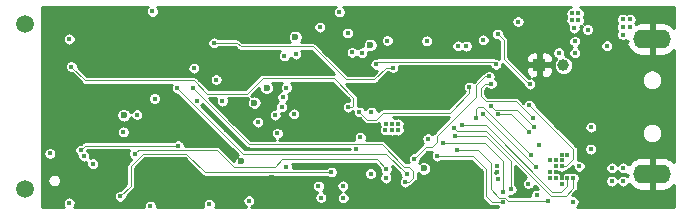
<source format=gbr>
G04 #@! TF.GenerationSoftware,KiCad,Pcbnew,(5.1.6)-1*
G04 #@! TF.CreationDate,2021-02-18T21:14:00+09:00*
G04 #@! TF.ProjectId,guardianCam_Wifi,67756172-6469-4616-9e43-616d5f576966,rev?*
G04 #@! TF.SameCoordinates,Original*
G04 #@! TF.FileFunction,Copper,L2,Inr*
G04 #@! TF.FilePolarity,Positive*
%FSLAX46Y46*%
G04 Gerber Fmt 4.6, Leading zero omitted, Abs format (unit mm)*
G04 Created by KiCad (PCBNEW (5.1.6)-1) date 2021-02-18 21:14:00*
%MOMM*%
%LPD*%
G01*
G04 APERTURE LIST*
G04 #@! TA.AperFunction,ViaPad*
%ADD10C,1.000000*%
G04 #@! TD*
G04 #@! TA.AperFunction,ViaPad*
%ADD11R,1.000000X1.000000*%
G04 #@! TD*
G04 #@! TA.AperFunction,ViaPad*
%ADD12O,3.200000X1.600000*%
G04 #@! TD*
G04 #@! TA.AperFunction,ViaPad*
%ADD13C,0.450000*%
G04 #@! TD*
G04 #@! TA.AperFunction,ViaPad*
%ADD14C,1.500000*%
G04 #@! TD*
G04 #@! TA.AperFunction,ViaPad*
%ADD15C,0.600000*%
G04 #@! TD*
G04 #@! TA.AperFunction,Conductor*
%ADD16C,0.100000*%
G04 #@! TD*
G04 #@! TA.AperFunction,Conductor*
%ADD17C,0.254000*%
G04 #@! TD*
G04 APERTURE END LIST*
D10*
X127950000Y-88770000D03*
D11*
X125930000Y-88740000D03*
D12*
X135460000Y-97950000D03*
X135460000Y-86550000D03*
D13*
X88450000Y-92340000D03*
X88100000Y-97110000D03*
D14*
X82400000Y-85250000D03*
X82400000Y-99250000D03*
D13*
X98030000Y-99080000D03*
X94400000Y-99080000D03*
X99400000Y-94250000D03*
X129300000Y-97330000D03*
X83940000Y-91970000D03*
X88100000Y-84410000D03*
X88100000Y-86950000D03*
X101810000Y-84580000D03*
X101810000Y-89660000D03*
X101930000Y-95020000D03*
X96880000Y-87140000D03*
X96880000Y-89680000D03*
X96770000Y-94700000D03*
X96880000Y-84600000D03*
X90700000Y-91870000D03*
X90700000Y-86790000D03*
X90700000Y-89330000D03*
X83950000Y-100280000D03*
X127300000Y-97830000D03*
X127800000Y-98330000D03*
X128800000Y-97830000D03*
X88845000Y-84005000D03*
X90700000Y-84250000D03*
X92840000Y-99420000D03*
D15*
X103280000Y-98310000D03*
D13*
X129320000Y-94030000D03*
X129300000Y-95020000D03*
X124080000Y-98900000D03*
X122310000Y-97830000D03*
X84580000Y-97280000D03*
X109740000Y-98070000D03*
X114015000Y-86680000D03*
X118990000Y-86070000D03*
X123140000Y-85080000D03*
X117290000Y-97380000D03*
X101770000Y-85920000D03*
X117510000Y-86700000D03*
X116070000Y-93300000D03*
X115480000Y-93300000D03*
X98550000Y-89990000D03*
D15*
X111590000Y-87050000D03*
D13*
X129220000Y-84370000D03*
X129220000Y-84980000D03*
X128680000Y-84370000D03*
X128910000Y-87720000D03*
X128910000Y-86750000D03*
X127550000Y-87710000D03*
X128680000Y-84970000D03*
X122364728Y-97282717D03*
X111630000Y-97950000D03*
X128778000Y-100330000D03*
X93160000Y-84210000D03*
X96900000Y-91760000D03*
X90700000Y-94410000D03*
X127300000Y-98330000D03*
X127300000Y-97330000D03*
X127300000Y-96830000D03*
X125690000Y-99770000D03*
X125860000Y-95560000D03*
X124990000Y-98790000D03*
X119020000Y-87140000D03*
X109300000Y-100010000D03*
X113960000Y-93730000D03*
X113970000Y-94260000D03*
X113410000Y-93710000D03*
X113420000Y-94260000D03*
X112900000Y-93710000D03*
X112890000Y-94260000D03*
X119740000Y-87150000D03*
X107420000Y-99980000D03*
X105127940Y-92889970D03*
X101320000Y-100240000D03*
D15*
X116150000Y-97510000D03*
X101780000Y-91940000D03*
D13*
X107320000Y-85540000D03*
X87340000Y-96470000D03*
D15*
X90740000Y-93000000D03*
D13*
X113045000Y-86680000D03*
X92990000Y-100710000D03*
X86100000Y-100420000D03*
X122396896Y-98373104D03*
X116374992Y-86700000D03*
X124110000Y-85080000D03*
X99080000Y-91800000D03*
X86110000Y-86550000D03*
X132970000Y-84870000D03*
X132970000Y-85530000D03*
X133600000Y-84870000D03*
X133610000Y-85530000D03*
X132970000Y-86170000D03*
X132055000Y-97460000D03*
X131620000Y-87120000D03*
X132040000Y-98580000D03*
X133020000Y-97460000D03*
X133020000Y-98590000D03*
X102070000Y-93590000D03*
X103550000Y-93000000D03*
D15*
X100680000Y-96910000D03*
X102820000Y-90690000D03*
X105240000Y-86380000D03*
D13*
X112070000Y-88690000D03*
X122240000Y-88700000D03*
X104490000Y-97360000D03*
X107220000Y-99010000D03*
X116490000Y-94980000D03*
X110760000Y-94870000D03*
X121150000Y-86630000D03*
X110680000Y-92720000D03*
X120000000Y-90600000D03*
X104090000Y-92290000D03*
X111700000Y-92720000D03*
X104200000Y-91470000D03*
X104510000Y-90660000D03*
X110900000Y-87720000D03*
X110070000Y-87680000D03*
X104330000Y-87970000D03*
X109680000Y-86040000D03*
X105290000Y-87830000D03*
X93340000Y-91590000D03*
X91840000Y-92960000D03*
X114680000Y-98010000D03*
X95258653Y-90708406D03*
X96580000Y-90710000D03*
X114565000Y-98670000D03*
X84480000Y-96240000D03*
X91650000Y-96270000D03*
X121670000Y-89710000D03*
X112950000Y-97550000D03*
X115310000Y-96690000D03*
X127800000Y-97330000D03*
X125070000Y-92140000D03*
X127800000Y-96830000D03*
X130290000Y-94020000D03*
X109280000Y-98980000D03*
X112920000Y-98330000D03*
X110410000Y-95870000D03*
X118910000Y-95980000D03*
X126680000Y-100260000D03*
X127800000Y-98830000D03*
X122820000Y-99490000D03*
X117760000Y-95340000D03*
X123520000Y-99280000D03*
X118790000Y-94770000D03*
X125220000Y-96370000D03*
X120530000Y-93280000D03*
X126800000Y-98330000D03*
X122430000Y-92925000D03*
X125030000Y-94440000D03*
X126800000Y-96830000D03*
X121830000Y-92220000D03*
X125490000Y-93990000D03*
X121850000Y-90330000D03*
X125350000Y-93260000D03*
X121160000Y-92870000D03*
X126800000Y-97830000D03*
X125640000Y-97350000D03*
X125110000Y-90370000D03*
X122380000Y-86110000D03*
X128300000Y-98330000D03*
X119410000Y-93850000D03*
X118700000Y-94060000D03*
X128800000Y-98330000D03*
X117270000Y-96460000D03*
X122830000Y-100350000D03*
X98370000Y-86880000D03*
X113520000Y-88980000D03*
X130260000Y-95870000D03*
X128860000Y-85620000D03*
X128300000Y-96330000D03*
X127800000Y-96330000D03*
X96660000Y-89020000D03*
X108990000Y-84280000D03*
X97970000Y-100540000D03*
X130000000Y-85750000D03*
X108315000Y-97830000D03*
X90420000Y-99870000D03*
X87100000Y-95950000D03*
X103740000Y-94540000D03*
X95330000Y-95574990D03*
X109720000Y-92310000D03*
X86290000Y-88880000D03*
D16*
X112294999Y-88465001D02*
X122005001Y-88465001D01*
X122015001Y-88475001D02*
X122240000Y-88700000D01*
X112070000Y-88690000D02*
X112294999Y-88465001D01*
X122005001Y-88465001D02*
X122015001Y-88475001D01*
X120000000Y-90600000D02*
X120000000Y-91140000D01*
X120000000Y-91140000D02*
X118350000Y-92790000D01*
X118350000Y-92790000D02*
X112660000Y-92790000D01*
X112660000Y-92790000D02*
X112060000Y-93390000D01*
X111350000Y-93390000D02*
X110680000Y-92720000D01*
X112060000Y-93390000D02*
X111350000Y-93390000D01*
X100830247Y-96280000D02*
X95258653Y-90708406D01*
X114680000Y-98010000D02*
X112950000Y-96280000D01*
X112950000Y-96280000D02*
X100830247Y-96280000D01*
X114883198Y-98670000D02*
X115250000Y-98303198D01*
X114565000Y-98670000D02*
X114883198Y-98670000D01*
X115250000Y-98303198D02*
X115250000Y-97750000D01*
X115250000Y-97750000D02*
X114870000Y-97370000D01*
X114870000Y-97370000D02*
X114480000Y-97370000D01*
X112554999Y-95444999D02*
X114480000Y-97370000D01*
X101314999Y-95444999D02*
X112554999Y-95444999D01*
X96580000Y-90710000D02*
X101314999Y-95444999D01*
X91650000Y-96270000D02*
X91880000Y-96040000D01*
X91880000Y-96040000D02*
X91900000Y-96020000D01*
X91900000Y-96020000D02*
X91970000Y-95950000D01*
X91970000Y-95950000D02*
X93190000Y-95950000D01*
X93190000Y-95950000D02*
X98610000Y-95950000D01*
X98610000Y-95950000D02*
X100030000Y-97370000D01*
X100030000Y-97370000D02*
X103550000Y-97370000D01*
X103550000Y-97370000D02*
X104170000Y-96750000D01*
X104170000Y-96750000D02*
X112150000Y-96750000D01*
X112150000Y-96750000D02*
X112950000Y-97550000D01*
X121340000Y-89710000D02*
X121670000Y-89710000D01*
X120570000Y-91440000D02*
X120570000Y-90480000D01*
X116290000Y-95710000D02*
X116790000Y-95710000D01*
X115310000Y-96690000D02*
X116290000Y-95710000D01*
X117250000Y-95250000D02*
X117250000Y-94760000D01*
X120570000Y-90480000D02*
X121340000Y-89710000D01*
X116790000Y-95710000D02*
X117250000Y-95250000D01*
X117250000Y-94760000D02*
X120570000Y-91440000D01*
X127800000Y-97330000D02*
X128170000Y-97330000D01*
X128170000Y-97330000D02*
X128780000Y-96720000D01*
X128780000Y-96720000D02*
X128780000Y-95850000D01*
X128780000Y-95850000D02*
X127830000Y-94900000D01*
X127830000Y-94900000D02*
X127830000Y-94890000D01*
X127830000Y-94890000D02*
X125080000Y-92140000D01*
X125080000Y-92140000D02*
X125070000Y-92140000D01*
X123010001Y-99974999D02*
X122504999Y-99974999D01*
X121790000Y-97010000D02*
X120760000Y-95980000D01*
X126680000Y-100260000D02*
X123295002Y-100260000D01*
X121790000Y-99260000D02*
X121790000Y-97010000D01*
X120760000Y-95980000D02*
X118910000Y-95980000D01*
X123295002Y-100260000D02*
X123010001Y-99974999D01*
X122504999Y-99974999D02*
X121790000Y-99260000D01*
X122820000Y-99490000D02*
X122820000Y-96840000D01*
X122820000Y-96840000D02*
X121320000Y-95340000D01*
X121320000Y-95340000D02*
X118160000Y-95340000D01*
X118160000Y-95340000D02*
X117760000Y-95340000D01*
X123520000Y-96870000D02*
X121520000Y-94870000D01*
X123520000Y-99280000D02*
X123520000Y-96870000D01*
X121520000Y-94870000D02*
X121420000Y-94770000D01*
X121420000Y-94770000D02*
X118790000Y-94770000D01*
X125220000Y-96370000D02*
X121130000Y-92280000D01*
X121130000Y-92280000D02*
X120730000Y-92280000D01*
X120730000Y-92280000D02*
X120530000Y-92480000D01*
X120530000Y-92480000D02*
X120530000Y-93280000D01*
X123490000Y-92900000D02*
X125030000Y-94440000D01*
X122430000Y-92925000D02*
X122455000Y-92900000D01*
X122455000Y-92900000D02*
X123490000Y-92900000D01*
X124050000Y-92550000D02*
X125490000Y-93990000D01*
X121830000Y-92220000D02*
X122160000Y-92550000D01*
X122160000Y-92550000D02*
X124050000Y-92550000D01*
X123900000Y-91810000D02*
X125350000Y-93260000D01*
X121330000Y-90330000D02*
X120970000Y-90690000D01*
X120970000Y-91340000D02*
X121440000Y-91810000D01*
X121850000Y-90330000D02*
X121330000Y-90330000D01*
X120970000Y-90690000D02*
X120970000Y-91340000D01*
X121440000Y-91810000D02*
X123900000Y-91810000D01*
X125640000Y-97350000D02*
X121160000Y-92870000D01*
X122910000Y-88230000D02*
X122910000Y-86640000D01*
X122910000Y-86640000D02*
X122380000Y-86110000D01*
X122910000Y-88230000D02*
X122910000Y-88260000D01*
X122910000Y-88260000D02*
X125020000Y-90370000D01*
X125020000Y-90370000D02*
X125110000Y-90370000D01*
X121222856Y-93850000D02*
X119410000Y-93850000D01*
X128300000Y-98990000D02*
X127790000Y-99500000D01*
X128300000Y-98330000D02*
X128300000Y-98990000D01*
X127790000Y-99500000D02*
X127010000Y-99500000D01*
X127010000Y-99500000D02*
X121360000Y-93850000D01*
X121360000Y-93850000D02*
X121222856Y-93850000D01*
X121430000Y-94340000D02*
X126905001Y-99815001D01*
X118700000Y-94060000D02*
X118980000Y-94340000D01*
X118980000Y-94340000D02*
X121430000Y-94340000D01*
X128800000Y-98330000D02*
X128800000Y-99160000D01*
X128144999Y-99815001D02*
X126905001Y-99815001D01*
X128800000Y-99160000D02*
X128144999Y-99815001D01*
X117280000Y-96470000D02*
X120290000Y-96470000D01*
X121410000Y-97590000D02*
X121410000Y-99860000D01*
X117270000Y-96460000D02*
X117280000Y-96470000D01*
X121900000Y-100350000D02*
X122830000Y-100350000D01*
X120290000Y-96470000D02*
X121410000Y-97590000D01*
X121410000Y-99860000D02*
X121900000Y-100350000D01*
X100620000Y-87180000D02*
X100320000Y-86880000D01*
X100320000Y-86880000D02*
X98370000Y-86880000D01*
X112950000Y-88980000D02*
X111955001Y-89974999D01*
X113520000Y-88980000D02*
X112950000Y-88980000D01*
X109524999Y-89974999D02*
X106730000Y-87180000D01*
X111955001Y-89974999D02*
X109524999Y-89974999D01*
X106730000Y-87180000D02*
X100620000Y-87180000D01*
X92400000Y-96280000D02*
X96040000Y-96280000D01*
X96040000Y-96280000D02*
X97590000Y-97830000D01*
X97590000Y-97830000D02*
X108315000Y-97830000D01*
X92400000Y-96280000D02*
X92360000Y-96280000D01*
X92360000Y-96280000D02*
X91320000Y-97320000D01*
X91320000Y-97320000D02*
X91320000Y-98970000D01*
X91320000Y-98970000D02*
X90420000Y-99870000D01*
X87475010Y-95574990D02*
X95330000Y-95574990D01*
X87100000Y-95950000D02*
X87475010Y-95574990D01*
X110160000Y-91510000D02*
X110160000Y-92190000D01*
X102490000Y-89870000D02*
X108520000Y-89870000D01*
X110040000Y-92310000D02*
X109720000Y-92310000D01*
X108520000Y-89870000D02*
X110160000Y-91510000D01*
X86290000Y-88880000D02*
X87465001Y-90055001D01*
X110160000Y-92190000D02*
X110040000Y-92310000D01*
X87465001Y-90055001D02*
X96645001Y-90055001D01*
X96645001Y-90055001D02*
X97774981Y-91184981D01*
X101175019Y-91184981D02*
X102490000Y-89870000D01*
X97774981Y-91184981D02*
X101175019Y-91184981D01*
D17*
G36*
X92731234Y-83858120D02*
G01*
X92670824Y-83948530D01*
X92629213Y-84048988D01*
X92608000Y-84155633D01*
X92608000Y-84264367D01*
X92629213Y-84371012D01*
X92670824Y-84471470D01*
X92731234Y-84561880D01*
X92808120Y-84638766D01*
X92898530Y-84699176D01*
X92998988Y-84740787D01*
X93105633Y-84762000D01*
X93214367Y-84762000D01*
X93321012Y-84740787D01*
X93421470Y-84699176D01*
X93511880Y-84638766D01*
X93588766Y-84561880D01*
X93649176Y-84471470D01*
X93690787Y-84371012D01*
X93712000Y-84264367D01*
X93712000Y-84155633D01*
X93690787Y-84048988D01*
X93649176Y-83948530D01*
X93588766Y-83858120D01*
X93557646Y-83827000D01*
X108674389Y-83827000D01*
X108638120Y-83851234D01*
X108561234Y-83928120D01*
X108500824Y-84018530D01*
X108459213Y-84118988D01*
X108438000Y-84225633D01*
X108438000Y-84334367D01*
X108459213Y-84441012D01*
X108500824Y-84541470D01*
X108561234Y-84631880D01*
X108638120Y-84708766D01*
X108728530Y-84769176D01*
X108828988Y-84810787D01*
X108935633Y-84832000D01*
X109044367Y-84832000D01*
X109151012Y-84810787D01*
X109251470Y-84769176D01*
X109341880Y-84708766D01*
X109418766Y-84631880D01*
X109479176Y-84541470D01*
X109520787Y-84441012D01*
X109542000Y-84334367D01*
X109542000Y-84225633D01*
X109520787Y-84118988D01*
X109479176Y-84018530D01*
X109418766Y-83928120D01*
X109341880Y-83851234D01*
X109305611Y-83827000D01*
X128580387Y-83827000D01*
X128518988Y-83839213D01*
X128418530Y-83880824D01*
X128328120Y-83941234D01*
X128251234Y-84018120D01*
X128190824Y-84108530D01*
X128149213Y-84208988D01*
X128128000Y-84315633D01*
X128128000Y-84424367D01*
X128149213Y-84531012D01*
X128190824Y-84631470D01*
X128216569Y-84670000D01*
X128190824Y-84708530D01*
X128149213Y-84808988D01*
X128128000Y-84915633D01*
X128128000Y-85024367D01*
X128149213Y-85131012D01*
X128190824Y-85231470D01*
X128251234Y-85321880D01*
X128328120Y-85398766D01*
X128348513Y-85412392D01*
X128329213Y-85458988D01*
X128308000Y-85565633D01*
X128308000Y-85674367D01*
X128329213Y-85781012D01*
X128370824Y-85881470D01*
X128431234Y-85971880D01*
X128508120Y-86048766D01*
X128598530Y-86109176D01*
X128698988Y-86150787D01*
X128805633Y-86172000D01*
X128914367Y-86172000D01*
X129021012Y-86150787D01*
X129121470Y-86109176D01*
X129211880Y-86048766D01*
X129288766Y-85971880D01*
X129349176Y-85881470D01*
X129390787Y-85781012D01*
X129412000Y-85674367D01*
X129412000Y-85565633D01*
X129399562Y-85503103D01*
X129481470Y-85469176D01*
X129557862Y-85418132D01*
X129510824Y-85488530D01*
X129469213Y-85588988D01*
X129448000Y-85695633D01*
X129448000Y-85804367D01*
X129469213Y-85911012D01*
X129510824Y-86011470D01*
X129571234Y-86101880D01*
X129648120Y-86178766D01*
X129738530Y-86239176D01*
X129838988Y-86280787D01*
X129945633Y-86302000D01*
X130054367Y-86302000D01*
X130161012Y-86280787D01*
X130261470Y-86239176D01*
X130351880Y-86178766D01*
X130428766Y-86101880D01*
X130489176Y-86011470D01*
X130530787Y-85911012D01*
X130552000Y-85804367D01*
X130552000Y-85695633D01*
X130530787Y-85588988D01*
X130489176Y-85488530D01*
X130428766Y-85398120D01*
X130351880Y-85321234D01*
X130261470Y-85260824D01*
X130161012Y-85219213D01*
X130054367Y-85198000D01*
X129945633Y-85198000D01*
X129838988Y-85219213D01*
X129738530Y-85260824D01*
X129662138Y-85311868D01*
X129709176Y-85241470D01*
X129750787Y-85141012D01*
X129772000Y-85034367D01*
X129772000Y-84925633D01*
X129750787Y-84818988D01*
X129749398Y-84815633D01*
X132418000Y-84815633D01*
X132418000Y-84924367D01*
X132439213Y-85031012D01*
X132480824Y-85131470D01*
X132526614Y-85200000D01*
X132480824Y-85268530D01*
X132439213Y-85368988D01*
X132418000Y-85475633D01*
X132418000Y-85584367D01*
X132439213Y-85691012D01*
X132480824Y-85791470D01*
X132519932Y-85850000D01*
X132480824Y-85908530D01*
X132439213Y-86008988D01*
X132418000Y-86115633D01*
X132418000Y-86224367D01*
X132439213Y-86331012D01*
X132480824Y-86431470D01*
X132541234Y-86521880D01*
X132618120Y-86598766D01*
X132708530Y-86659176D01*
X132808988Y-86700787D01*
X132915633Y-86722000D01*
X133024367Y-86722000D01*
X133131012Y-86700787D01*
X133225000Y-86661856D01*
X133225000Y-86677002D01*
X133390084Y-86677002D01*
X133268096Y-86899039D01*
X133285633Y-86981818D01*
X133396285Y-87241646D01*
X133555500Y-87474895D01*
X133757161Y-87672601D01*
X133993517Y-87827166D01*
X134255486Y-87932650D01*
X134533000Y-87985000D01*
X135333000Y-87985000D01*
X135333000Y-86677000D01*
X135313000Y-86677000D01*
X135313000Y-86423000D01*
X135333000Y-86423000D01*
X135333000Y-85115000D01*
X134533000Y-85115000D01*
X134255486Y-85167350D01*
X134079042Y-85238397D01*
X134048386Y-85192517D01*
X134089176Y-85131470D01*
X134130787Y-85031012D01*
X134152000Y-84924367D01*
X134152000Y-84815633D01*
X134130787Y-84708988D01*
X134089176Y-84608530D01*
X134028766Y-84518120D01*
X133951880Y-84441234D01*
X133861470Y-84380824D01*
X133761012Y-84339213D01*
X133654367Y-84318000D01*
X133545633Y-84318000D01*
X133438988Y-84339213D01*
X133338530Y-84380824D01*
X133285000Y-84416592D01*
X133231470Y-84380824D01*
X133131012Y-84339213D01*
X133024367Y-84318000D01*
X132915633Y-84318000D01*
X132808988Y-84339213D01*
X132708530Y-84380824D01*
X132618120Y-84441234D01*
X132541234Y-84518120D01*
X132480824Y-84608530D01*
X132439213Y-84708988D01*
X132418000Y-84815633D01*
X129749398Y-84815633D01*
X129709176Y-84718530D01*
X129680090Y-84675000D01*
X129709176Y-84631470D01*
X129750787Y-84531012D01*
X129772000Y-84424367D01*
X129772000Y-84315633D01*
X129750787Y-84208988D01*
X129709176Y-84108530D01*
X129648766Y-84018120D01*
X129571880Y-83941234D01*
X129481470Y-83880824D01*
X129381012Y-83839213D01*
X129319613Y-83827000D01*
X137343000Y-83827000D01*
X137343000Y-85604027D01*
X137162839Y-85427399D01*
X136926483Y-85272834D01*
X136664514Y-85167350D01*
X136387000Y-85115000D01*
X135587000Y-85115000D01*
X135587000Y-86423000D01*
X135607000Y-86423000D01*
X135607000Y-86677000D01*
X135587000Y-86677000D01*
X135587000Y-87985000D01*
X136387000Y-87985000D01*
X136664514Y-87932650D01*
X136926483Y-87827166D01*
X137162839Y-87672601D01*
X137343000Y-87495973D01*
X137343000Y-97004027D01*
X137162839Y-96827399D01*
X136926483Y-96672834D01*
X136664514Y-96567350D01*
X136387000Y-96515000D01*
X135587000Y-96515000D01*
X135587000Y-97823000D01*
X135607000Y-97823000D01*
X135607000Y-98077000D01*
X135587000Y-98077000D01*
X135587000Y-99385000D01*
X136387000Y-99385000D01*
X136664514Y-99332650D01*
X136926483Y-99227166D01*
X137162839Y-99072601D01*
X137343000Y-98895973D01*
X137343000Y-100753000D01*
X129135646Y-100753000D01*
X129206766Y-100681880D01*
X129267176Y-100591470D01*
X129308787Y-100491012D01*
X129330000Y-100384367D01*
X129330000Y-100275633D01*
X129308787Y-100168988D01*
X129267176Y-100068530D01*
X129206766Y-99978120D01*
X129129880Y-99901234D01*
X129039470Y-99840824D01*
X128939012Y-99799213D01*
X128832367Y-99778000D01*
X128723633Y-99778000D01*
X128713054Y-99780104D01*
X129053481Y-99439677D01*
X129067869Y-99427869D01*
X129114981Y-99370463D01*
X129149988Y-99304970D01*
X129171545Y-99233905D01*
X129177000Y-99178519D01*
X129177000Y-99178510D01*
X129178823Y-99160001D01*
X129177000Y-99141492D01*
X129177000Y-98733646D01*
X129228766Y-98681880D01*
X129289176Y-98591470D01*
X129316446Y-98525633D01*
X131488000Y-98525633D01*
X131488000Y-98634367D01*
X131509213Y-98741012D01*
X131550824Y-98841470D01*
X131611234Y-98931880D01*
X131688120Y-99008766D01*
X131778530Y-99069176D01*
X131878988Y-99110787D01*
X131985633Y-99132000D01*
X132094367Y-99132000D01*
X132201012Y-99110787D01*
X132301470Y-99069176D01*
X132391880Y-99008766D01*
X132468766Y-98931880D01*
X132527636Y-98843774D01*
X132530824Y-98851470D01*
X132591234Y-98941880D01*
X132668120Y-99018766D01*
X132758530Y-99079176D01*
X132858988Y-99120787D01*
X132965633Y-99142000D01*
X133074367Y-99142000D01*
X133181012Y-99120787D01*
X133281470Y-99079176D01*
X133371880Y-99018766D01*
X133448766Y-98941880D01*
X133509176Y-98851470D01*
X133520632Y-98823813D01*
X133555500Y-98874895D01*
X133757161Y-99072601D01*
X133993517Y-99227166D01*
X134255486Y-99332650D01*
X134533000Y-99385000D01*
X135333000Y-99385000D01*
X135333000Y-98077000D01*
X135313000Y-98077000D01*
X135313000Y-97823000D01*
X135333000Y-97823000D01*
X135333000Y-96515000D01*
X134533000Y-96515000D01*
X134255486Y-96567350D01*
X133993517Y-96672834D01*
X133757161Y-96827399D01*
X133555500Y-97025105D01*
X133473533Y-97145186D01*
X133448766Y-97108120D01*
X133371880Y-97031234D01*
X133281470Y-96970824D01*
X133181012Y-96929213D01*
X133074367Y-96908000D01*
X132965633Y-96908000D01*
X132858988Y-96929213D01*
X132758530Y-96970824D01*
X132668120Y-97031234D01*
X132591234Y-97108120D01*
X132537500Y-97188539D01*
X132483766Y-97108120D01*
X132406880Y-97031234D01*
X132316470Y-96970824D01*
X132216012Y-96929213D01*
X132109367Y-96908000D01*
X132000633Y-96908000D01*
X131893988Y-96929213D01*
X131793530Y-96970824D01*
X131703120Y-97031234D01*
X131626234Y-97108120D01*
X131565824Y-97198530D01*
X131524213Y-97298988D01*
X131503000Y-97405633D01*
X131503000Y-97514367D01*
X131524213Y-97621012D01*
X131565824Y-97721470D01*
X131626234Y-97811880D01*
X131703120Y-97888766D01*
X131793530Y-97949176D01*
X131893988Y-97990787D01*
X132000633Y-98012000D01*
X132109367Y-98012000D01*
X132216012Y-97990787D01*
X132316470Y-97949176D01*
X132406880Y-97888766D01*
X132483766Y-97811880D01*
X132537500Y-97731461D01*
X132591234Y-97811880D01*
X132668120Y-97888766D01*
X132758530Y-97949176D01*
X132858988Y-97990787D01*
X132965633Y-98012000D01*
X133074367Y-98012000D01*
X133181012Y-97990787D01*
X133225000Y-97972567D01*
X133225000Y-98077002D01*
X133390084Y-98077002D01*
X133351345Y-98147513D01*
X133281470Y-98100824D01*
X133181012Y-98059213D01*
X133074367Y-98038000D01*
X132965633Y-98038000D01*
X132858988Y-98059213D01*
X132758530Y-98100824D01*
X132668120Y-98161234D01*
X132591234Y-98238120D01*
X132532364Y-98326226D01*
X132529176Y-98318530D01*
X132468766Y-98228120D01*
X132391880Y-98151234D01*
X132301470Y-98090824D01*
X132201012Y-98049213D01*
X132094367Y-98028000D01*
X131985633Y-98028000D01*
X131878988Y-98049213D01*
X131778530Y-98090824D01*
X131688120Y-98151234D01*
X131611234Y-98228120D01*
X131550824Y-98318530D01*
X131509213Y-98418988D01*
X131488000Y-98525633D01*
X129316446Y-98525633D01*
X129330787Y-98491012D01*
X129352000Y-98384367D01*
X129352000Y-98275633D01*
X129330787Y-98168988D01*
X129289176Y-98068530D01*
X129228766Y-97978120D01*
X129151880Y-97901234D01*
X129061470Y-97840824D01*
X128961012Y-97799213D01*
X128854367Y-97778000D01*
X128745633Y-97778000D01*
X128638988Y-97799213D01*
X128550000Y-97836073D01*
X128461012Y-97799213D01*
X128354367Y-97778000D01*
X128245633Y-97778000D01*
X128138988Y-97799213D01*
X128038530Y-97840824D01*
X127948120Y-97901234D01*
X127871234Y-97978120D01*
X127810824Y-98068530D01*
X127800000Y-98094661D01*
X127789176Y-98068530D01*
X127728766Y-97978120D01*
X127651880Y-97901234D01*
X127561470Y-97840824D01*
X127535339Y-97830000D01*
X127550000Y-97823927D01*
X127638988Y-97860787D01*
X127745633Y-97882000D01*
X127854367Y-97882000D01*
X127961012Y-97860787D01*
X128061470Y-97819176D01*
X128151880Y-97758766D01*
X128205299Y-97705347D01*
X128243905Y-97701545D01*
X128314970Y-97679988D01*
X128380463Y-97644981D01*
X128437869Y-97597869D01*
X128449677Y-97583481D01*
X128748000Y-97285158D01*
X128748000Y-97384367D01*
X128769213Y-97491012D01*
X128810824Y-97591470D01*
X128871234Y-97681880D01*
X128948120Y-97758766D01*
X129038530Y-97819176D01*
X129138988Y-97860787D01*
X129245633Y-97882000D01*
X129354367Y-97882000D01*
X129461012Y-97860787D01*
X129561470Y-97819176D01*
X129651880Y-97758766D01*
X129728766Y-97681880D01*
X129789176Y-97591470D01*
X129830787Y-97491012D01*
X129852000Y-97384367D01*
X129852000Y-97275633D01*
X129830787Y-97168988D01*
X129789176Y-97068530D01*
X129728766Y-96978120D01*
X129651880Y-96901234D01*
X129561470Y-96840824D01*
X129461012Y-96799213D01*
X129354367Y-96778000D01*
X129245633Y-96778000D01*
X129150638Y-96796896D01*
X129151545Y-96793905D01*
X129157000Y-96738519D01*
X129157000Y-96738510D01*
X129158823Y-96720001D01*
X129157000Y-96701492D01*
X129157000Y-95868519D01*
X129158824Y-95850000D01*
X129155440Y-95815633D01*
X129708000Y-95815633D01*
X129708000Y-95924367D01*
X129729213Y-96031012D01*
X129770824Y-96131470D01*
X129831234Y-96221880D01*
X129908120Y-96298766D01*
X129998530Y-96359176D01*
X130098988Y-96400787D01*
X130205633Y-96422000D01*
X130314367Y-96422000D01*
X130421012Y-96400787D01*
X130521470Y-96359176D01*
X130611880Y-96298766D01*
X130688766Y-96221880D01*
X130749176Y-96131470D01*
X130790787Y-96031012D01*
X130812000Y-95924367D01*
X130812000Y-95815633D01*
X130790787Y-95708988D01*
X130749176Y-95608530D01*
X130688766Y-95518120D01*
X130611880Y-95441234D01*
X130521470Y-95380824D01*
X130421012Y-95339213D01*
X130314367Y-95318000D01*
X130205633Y-95318000D01*
X130098988Y-95339213D01*
X129998530Y-95380824D01*
X129908120Y-95441234D01*
X129831234Y-95518120D01*
X129770824Y-95608530D01*
X129729213Y-95708988D01*
X129708000Y-95815633D01*
X129155440Y-95815633D01*
X129151545Y-95776094D01*
X129129988Y-95705030D01*
X129127474Y-95700326D01*
X129094981Y-95639537D01*
X129080215Y-95621545D01*
X129059674Y-95596515D01*
X129059672Y-95596513D01*
X129047869Y-95582131D01*
X129033487Y-95570328D01*
X128147605Y-94684447D01*
X128144981Y-94679538D01*
X128144980Y-94679536D01*
X128109673Y-94636515D01*
X128097869Y-94622131D01*
X128083481Y-94610323D01*
X127438791Y-93965633D01*
X129738000Y-93965633D01*
X129738000Y-94074367D01*
X129759213Y-94181012D01*
X129800824Y-94281470D01*
X129861234Y-94371880D01*
X129938120Y-94448766D01*
X130028530Y-94509176D01*
X130128988Y-94550787D01*
X130235633Y-94572000D01*
X130344367Y-94572000D01*
X130451012Y-94550787D01*
X130551470Y-94509176D01*
X130641880Y-94448766D01*
X130677023Y-94413623D01*
X134583000Y-94413623D01*
X134583000Y-94586377D01*
X134616703Y-94755811D01*
X134682813Y-94915415D01*
X134778790Y-95059055D01*
X134900945Y-95181210D01*
X135044585Y-95277187D01*
X135204189Y-95343297D01*
X135373623Y-95377000D01*
X135546377Y-95377000D01*
X135715811Y-95343297D01*
X135875415Y-95277187D01*
X136019055Y-95181210D01*
X136141210Y-95059055D01*
X136237187Y-94915415D01*
X136303297Y-94755811D01*
X136337000Y-94586377D01*
X136337000Y-94413623D01*
X136303297Y-94244189D01*
X136237187Y-94084585D01*
X136141210Y-93940945D01*
X136019055Y-93818790D01*
X135875415Y-93722813D01*
X135715811Y-93656703D01*
X135546377Y-93623000D01*
X135373623Y-93623000D01*
X135204189Y-93656703D01*
X135044585Y-93722813D01*
X134900945Y-93818790D01*
X134778790Y-93940945D01*
X134682813Y-94084585D01*
X134616703Y-94244189D01*
X134583000Y-94413623D01*
X130677023Y-94413623D01*
X130718766Y-94371880D01*
X130779176Y-94281470D01*
X130820787Y-94181012D01*
X130842000Y-94074367D01*
X130842000Y-93965633D01*
X130820787Y-93858988D01*
X130779176Y-93758530D01*
X130718766Y-93668120D01*
X130641880Y-93591234D01*
X130551470Y-93530824D01*
X130451012Y-93489213D01*
X130344367Y-93468000D01*
X130235633Y-93468000D01*
X130128988Y-93489213D01*
X130028530Y-93530824D01*
X129938120Y-93591234D01*
X129861234Y-93668120D01*
X129800824Y-93758530D01*
X129759213Y-93858988D01*
X129738000Y-93965633D01*
X127438791Y-93965633D01*
X125622000Y-92148842D01*
X125622000Y-92085633D01*
X125600787Y-91978988D01*
X125559176Y-91878530D01*
X125498766Y-91788120D01*
X125421880Y-91711234D01*
X125331470Y-91650824D01*
X125231012Y-91609213D01*
X125124367Y-91588000D01*
X125015633Y-91588000D01*
X124908988Y-91609213D01*
X124808530Y-91650824D01*
X124718120Y-91711234D01*
X124641234Y-91788120D01*
X124580824Y-91878530D01*
X124557646Y-91934487D01*
X124179677Y-91556519D01*
X124167869Y-91542131D01*
X124110463Y-91495019D01*
X124044970Y-91460012D01*
X123973905Y-91438455D01*
X123918519Y-91433000D01*
X123918512Y-91433000D01*
X123900000Y-91431177D01*
X123881488Y-91433000D01*
X121596158Y-91433000D01*
X121347000Y-91183842D01*
X121347000Y-90846158D01*
X121466256Y-90726902D01*
X121498120Y-90758766D01*
X121588530Y-90819176D01*
X121688988Y-90860787D01*
X121795633Y-90882000D01*
X121904367Y-90882000D01*
X122011012Y-90860787D01*
X122111470Y-90819176D01*
X122201880Y-90758766D01*
X122278766Y-90681880D01*
X122339176Y-90591470D01*
X122380787Y-90491012D01*
X122402000Y-90384367D01*
X122402000Y-90275633D01*
X122380787Y-90168988D01*
X122339176Y-90068530D01*
X122278766Y-89978120D01*
X122201880Y-89901234D01*
X122191219Y-89894111D01*
X122200787Y-89871012D01*
X122222000Y-89764367D01*
X122222000Y-89655633D01*
X122200787Y-89548988D01*
X122159176Y-89448530D01*
X122098766Y-89358120D01*
X122021880Y-89281234D01*
X121931470Y-89220824D01*
X121831012Y-89179213D01*
X121724367Y-89158000D01*
X121615633Y-89158000D01*
X121508988Y-89179213D01*
X121408530Y-89220824D01*
X121318120Y-89281234D01*
X121258637Y-89340717D01*
X121195030Y-89360012D01*
X121129537Y-89395019D01*
X121072131Y-89442131D01*
X121060323Y-89456519D01*
X120348120Y-90168722D01*
X120261470Y-90110824D01*
X120161012Y-90069213D01*
X120054367Y-90048000D01*
X119945633Y-90048000D01*
X119838988Y-90069213D01*
X119738530Y-90110824D01*
X119648120Y-90171234D01*
X119571234Y-90248120D01*
X119510824Y-90338530D01*
X119469213Y-90438988D01*
X119448000Y-90545633D01*
X119448000Y-90654367D01*
X119469213Y-90761012D01*
X119510824Y-90861470D01*
X119571234Y-90951880D01*
X119613098Y-90993744D01*
X118193842Y-92413000D01*
X112678508Y-92413000D01*
X112659999Y-92411177D01*
X112641490Y-92413000D01*
X112641481Y-92413000D01*
X112586095Y-92418455D01*
X112515030Y-92440012D01*
X112449537Y-92475019D01*
X112434326Y-92487502D01*
X112407477Y-92509537D01*
X112392131Y-92522131D01*
X112380328Y-92536513D01*
X112251869Y-92664973D01*
X112230787Y-92558988D01*
X112189176Y-92458530D01*
X112128766Y-92368120D01*
X112051880Y-92291234D01*
X111961470Y-92230824D01*
X111861012Y-92189213D01*
X111754367Y-92168000D01*
X111645633Y-92168000D01*
X111538988Y-92189213D01*
X111438530Y-92230824D01*
X111348120Y-92291234D01*
X111271234Y-92368120D01*
X111210824Y-92458530D01*
X111190000Y-92508804D01*
X111169176Y-92458530D01*
X111108766Y-92368120D01*
X111031880Y-92291234D01*
X110941470Y-92230824D01*
X110841012Y-92189213D01*
X110734367Y-92168000D01*
X110625633Y-92168000D01*
X110538367Y-92185358D01*
X110537000Y-92171481D01*
X110537000Y-91528508D01*
X110538823Y-91509999D01*
X110537000Y-91491490D01*
X110537000Y-91491481D01*
X110531545Y-91436095D01*
X110509988Y-91365030D01*
X110474981Y-91299537D01*
X110427869Y-91242131D01*
X110413482Y-91230324D01*
X109535906Y-90352748D01*
X109543507Y-90351999D01*
X111936489Y-90351999D01*
X111955001Y-90353822D01*
X111973513Y-90351999D01*
X111973520Y-90351999D01*
X112028906Y-90346544D01*
X112099971Y-90324987D01*
X112165464Y-90289980D01*
X112222870Y-90242868D01*
X112234678Y-90228480D01*
X113106159Y-89357000D01*
X113116354Y-89357000D01*
X113168120Y-89408766D01*
X113258530Y-89469176D01*
X113358988Y-89510787D01*
X113465633Y-89532000D01*
X113574367Y-89532000D01*
X113681012Y-89510787D01*
X113781470Y-89469176D01*
X113871880Y-89408766D01*
X113948766Y-89331880D01*
X114009176Y-89241470D01*
X114050787Y-89141012D01*
X114072000Y-89034367D01*
X114072000Y-88925633D01*
X114055365Y-88842001D01*
X121705431Y-88842001D01*
X121709213Y-88861012D01*
X121750824Y-88961470D01*
X121811234Y-89051880D01*
X121888120Y-89128766D01*
X121978530Y-89189176D01*
X122078988Y-89230787D01*
X122185633Y-89252000D01*
X122294367Y-89252000D01*
X122401012Y-89230787D01*
X122501470Y-89189176D01*
X122591880Y-89128766D01*
X122668766Y-89051880D01*
X122729176Y-88961470D01*
X122770787Y-88861012D01*
X122792000Y-88754367D01*
X122792000Y-88675158D01*
X124562169Y-90445328D01*
X124579213Y-90531012D01*
X124620824Y-90631470D01*
X124681234Y-90721880D01*
X124758120Y-90798766D01*
X124848530Y-90859176D01*
X124948988Y-90900787D01*
X125055633Y-90922000D01*
X125164367Y-90922000D01*
X125271012Y-90900787D01*
X125371470Y-90859176D01*
X125461880Y-90798766D01*
X125538766Y-90721880D01*
X125599176Y-90631470D01*
X125640787Y-90531012D01*
X125662000Y-90424367D01*
X125662000Y-90315633D01*
X125640787Y-90208988D01*
X125599176Y-90108530D01*
X125538766Y-90018120D01*
X125461880Y-89941234D01*
X125420558Y-89913623D01*
X134583000Y-89913623D01*
X134583000Y-90086377D01*
X134616703Y-90255811D01*
X134682813Y-90415415D01*
X134778790Y-90559055D01*
X134900945Y-90681210D01*
X135044585Y-90777187D01*
X135204189Y-90843297D01*
X135373623Y-90877000D01*
X135546377Y-90877000D01*
X135715811Y-90843297D01*
X135875415Y-90777187D01*
X136019055Y-90681210D01*
X136141210Y-90559055D01*
X136237187Y-90415415D01*
X136303297Y-90255811D01*
X136337000Y-90086377D01*
X136337000Y-89913623D01*
X136303297Y-89744189D01*
X136237187Y-89584585D01*
X136141210Y-89440945D01*
X136019055Y-89318790D01*
X135875415Y-89222813D01*
X135715811Y-89156703D01*
X135546377Y-89123000D01*
X135373623Y-89123000D01*
X135204189Y-89156703D01*
X135044585Y-89222813D01*
X134900945Y-89318790D01*
X134778790Y-89440945D01*
X134682813Y-89584585D01*
X134616703Y-89744189D01*
X134583000Y-89913623D01*
X125420558Y-89913623D01*
X125371470Y-89880824D01*
X125344496Y-89869651D01*
X125430000Y-89878072D01*
X125644250Y-89875000D01*
X125803000Y-89716250D01*
X125803000Y-88867000D01*
X126057000Y-88867000D01*
X126057000Y-89716250D01*
X126215750Y-89875000D01*
X126430000Y-89878072D01*
X126554482Y-89865812D01*
X126674180Y-89829502D01*
X126784494Y-89770537D01*
X126881185Y-89691185D01*
X126960537Y-89594494D01*
X127019502Y-89484180D01*
X127055812Y-89364482D01*
X127068072Y-89240000D01*
X127065000Y-89025750D01*
X126906250Y-88867000D01*
X126057000Y-88867000D01*
X125803000Y-88867000D01*
X124953750Y-88867000D01*
X124795000Y-89025750D01*
X124791928Y-89240000D01*
X124804188Y-89364482D01*
X124840498Y-89484180D01*
X124899463Y-89594494D01*
X124978815Y-89691185D01*
X125075506Y-89770537D01*
X125164302Y-89818000D01*
X125055633Y-89818000D01*
X125010197Y-89827038D01*
X123423159Y-88240000D01*
X124791928Y-88240000D01*
X124795000Y-88454250D01*
X124953750Y-88613000D01*
X125803000Y-88613000D01*
X125803000Y-87763750D01*
X126057000Y-87763750D01*
X126057000Y-88613000D01*
X126906250Y-88613000D01*
X127065000Y-88454250D01*
X127068072Y-88240000D01*
X127055812Y-88115518D01*
X127019502Y-87995820D01*
X126960537Y-87885506D01*
X126881185Y-87788815D01*
X126784494Y-87709463D01*
X126683787Y-87655633D01*
X126998000Y-87655633D01*
X126998000Y-87764367D01*
X127019213Y-87871012D01*
X127060824Y-87971470D01*
X127121234Y-88061880D01*
X127198120Y-88138766D01*
X127288530Y-88199176D01*
X127332895Y-88217552D01*
X127307628Y-88242819D01*
X127217123Y-88378269D01*
X127154782Y-88528773D01*
X127123000Y-88688548D01*
X127123000Y-88851452D01*
X127154782Y-89011227D01*
X127217123Y-89161731D01*
X127307628Y-89297181D01*
X127422819Y-89412372D01*
X127558269Y-89502877D01*
X127708773Y-89565218D01*
X127868548Y-89597000D01*
X128031452Y-89597000D01*
X128191227Y-89565218D01*
X128341731Y-89502877D01*
X128477181Y-89412372D01*
X128592372Y-89297181D01*
X128682877Y-89161731D01*
X128745218Y-89011227D01*
X128777000Y-88851452D01*
X128777000Y-88688548D01*
X128745218Y-88528773D01*
X128682877Y-88378269D01*
X128592372Y-88242819D01*
X128477181Y-88127628D01*
X128341731Y-88037123D01*
X128191227Y-87974782D01*
X128049483Y-87946587D01*
X128080787Y-87871012D01*
X128102000Y-87764367D01*
X128102000Y-87655633D01*
X128080787Y-87548988D01*
X128039176Y-87448530D01*
X127978766Y-87358120D01*
X127901880Y-87281234D01*
X127811470Y-87220824D01*
X127711012Y-87179213D01*
X127604367Y-87158000D01*
X127495633Y-87158000D01*
X127388988Y-87179213D01*
X127288530Y-87220824D01*
X127198120Y-87281234D01*
X127121234Y-87358120D01*
X127060824Y-87448530D01*
X127019213Y-87548988D01*
X126998000Y-87655633D01*
X126683787Y-87655633D01*
X126674180Y-87650498D01*
X126554482Y-87614188D01*
X126430000Y-87601928D01*
X126215750Y-87605000D01*
X126057000Y-87763750D01*
X125803000Y-87763750D01*
X125644250Y-87605000D01*
X125430000Y-87601928D01*
X125305518Y-87614188D01*
X125185820Y-87650498D01*
X125075506Y-87709463D01*
X124978815Y-87788815D01*
X124899463Y-87885506D01*
X124840498Y-87995820D01*
X124804188Y-88115518D01*
X124791928Y-88240000D01*
X123423159Y-88240000D01*
X123287000Y-88103842D01*
X123287000Y-86695633D01*
X128358000Y-86695633D01*
X128358000Y-86804367D01*
X128379213Y-86911012D01*
X128420824Y-87011470D01*
X128481234Y-87101880D01*
X128558120Y-87178766D01*
X128642280Y-87235000D01*
X128558120Y-87291234D01*
X128481234Y-87368120D01*
X128420824Y-87458530D01*
X128379213Y-87558988D01*
X128358000Y-87665633D01*
X128358000Y-87774367D01*
X128379213Y-87881012D01*
X128420824Y-87981470D01*
X128481234Y-88071880D01*
X128558120Y-88148766D01*
X128648530Y-88209176D01*
X128748988Y-88250787D01*
X128855633Y-88272000D01*
X128964367Y-88272000D01*
X129071012Y-88250787D01*
X129171470Y-88209176D01*
X129261880Y-88148766D01*
X129338766Y-88071880D01*
X129399176Y-87981470D01*
X129440787Y-87881012D01*
X129462000Y-87774367D01*
X129462000Y-87665633D01*
X129440787Y-87558988D01*
X129399176Y-87458530D01*
X129338766Y-87368120D01*
X129261880Y-87291234D01*
X129177720Y-87235000D01*
X129261880Y-87178766D01*
X129338766Y-87101880D01*
X129362985Y-87065633D01*
X131068000Y-87065633D01*
X131068000Y-87174367D01*
X131089213Y-87281012D01*
X131130824Y-87381470D01*
X131191234Y-87471880D01*
X131268120Y-87548766D01*
X131358530Y-87609176D01*
X131458988Y-87650787D01*
X131565633Y-87672000D01*
X131674367Y-87672000D01*
X131781012Y-87650787D01*
X131881470Y-87609176D01*
X131971880Y-87548766D01*
X132048766Y-87471880D01*
X132109176Y-87381470D01*
X132150787Y-87281012D01*
X132172000Y-87174367D01*
X132172000Y-87065633D01*
X132150787Y-86958988D01*
X132109176Y-86858530D01*
X132048766Y-86768120D01*
X131971880Y-86691234D01*
X131881470Y-86630824D01*
X131781012Y-86589213D01*
X131674367Y-86568000D01*
X131565633Y-86568000D01*
X131458988Y-86589213D01*
X131358530Y-86630824D01*
X131268120Y-86691234D01*
X131191234Y-86768120D01*
X131130824Y-86858530D01*
X131089213Y-86958988D01*
X131068000Y-87065633D01*
X129362985Y-87065633D01*
X129399176Y-87011470D01*
X129440787Y-86911012D01*
X129462000Y-86804367D01*
X129462000Y-86695633D01*
X129440787Y-86588988D01*
X129399176Y-86488530D01*
X129338766Y-86398120D01*
X129261880Y-86321234D01*
X129171470Y-86260824D01*
X129071012Y-86219213D01*
X128964367Y-86198000D01*
X128855633Y-86198000D01*
X128748988Y-86219213D01*
X128648530Y-86260824D01*
X128558120Y-86321234D01*
X128481234Y-86398120D01*
X128420824Y-86488530D01*
X128379213Y-86588988D01*
X128358000Y-86695633D01*
X123287000Y-86695633D01*
X123287000Y-86658508D01*
X123288823Y-86639999D01*
X123287000Y-86621490D01*
X123287000Y-86621481D01*
X123281545Y-86566095D01*
X123259988Y-86495030D01*
X123224981Y-86429537D01*
X123193210Y-86390824D01*
X123189674Y-86386515D01*
X123189672Y-86386513D01*
X123177869Y-86372131D01*
X123163487Y-86360328D01*
X122932000Y-86128841D01*
X122932000Y-86055633D01*
X122910787Y-85948988D01*
X122869176Y-85848530D01*
X122808766Y-85758120D01*
X122731880Y-85681234D01*
X122641470Y-85620824D01*
X122541012Y-85579213D01*
X122434367Y-85558000D01*
X122325633Y-85558000D01*
X122218988Y-85579213D01*
X122118530Y-85620824D01*
X122028120Y-85681234D01*
X121951234Y-85758120D01*
X121890824Y-85848530D01*
X121849213Y-85948988D01*
X121828000Y-86055633D01*
X121828000Y-86164367D01*
X121849213Y-86271012D01*
X121890824Y-86371470D01*
X121951234Y-86461880D01*
X122028120Y-86538766D01*
X122118530Y-86599176D01*
X122218988Y-86640787D01*
X122325633Y-86662000D01*
X122398841Y-86662000D01*
X122533001Y-86796160D01*
X122533000Y-88211481D01*
X122533000Y-88231892D01*
X122501470Y-88210824D01*
X122401012Y-88169213D01*
X122294367Y-88148000D01*
X122211685Y-88148000D01*
X122149971Y-88115013D01*
X122078906Y-88093456D01*
X122023520Y-88088001D01*
X122023513Y-88088001D01*
X122005001Y-88086178D01*
X121986489Y-88088001D01*
X112313518Y-88088001D01*
X112294999Y-88086177D01*
X112221093Y-88093456D01*
X112170623Y-88108766D01*
X112150029Y-88115013D01*
X112107024Y-88138000D01*
X112015633Y-88138000D01*
X111908988Y-88159213D01*
X111808530Y-88200824D01*
X111718120Y-88261234D01*
X111641234Y-88338120D01*
X111580824Y-88428530D01*
X111539213Y-88528988D01*
X111518000Y-88635633D01*
X111518000Y-88744367D01*
X111539213Y-88851012D01*
X111580824Y-88951470D01*
X111641234Y-89041880D01*
X111718120Y-89118766D01*
X111808530Y-89179176D01*
X111908988Y-89220787D01*
X112015633Y-89242000D01*
X112124367Y-89242000D01*
X112162408Y-89234433D01*
X111798843Y-89597999D01*
X109681157Y-89597999D01*
X107708791Y-87625633D01*
X109518000Y-87625633D01*
X109518000Y-87734367D01*
X109539213Y-87841012D01*
X109580824Y-87941470D01*
X109641234Y-88031880D01*
X109718120Y-88108766D01*
X109808530Y-88169176D01*
X109908988Y-88210787D01*
X110015633Y-88232000D01*
X110124367Y-88232000D01*
X110231012Y-88210787D01*
X110331470Y-88169176D01*
X110421880Y-88108766D01*
X110466240Y-88064406D01*
X110471234Y-88071880D01*
X110548120Y-88148766D01*
X110638530Y-88209176D01*
X110738988Y-88250787D01*
X110845633Y-88272000D01*
X110954367Y-88272000D01*
X111061012Y-88250787D01*
X111161470Y-88209176D01*
X111251880Y-88148766D01*
X111328766Y-88071880D01*
X111389176Y-87981470D01*
X111430787Y-87881012D01*
X111452000Y-87774367D01*
X111452000Y-87665633D01*
X111451213Y-87661677D01*
X111528246Y-87677000D01*
X111651754Y-87677000D01*
X111772889Y-87652905D01*
X111886996Y-87605640D01*
X111989689Y-87537023D01*
X112077023Y-87449689D01*
X112145640Y-87346996D01*
X112192905Y-87232889D01*
X112217000Y-87111754D01*
X112217000Y-86988246D01*
X112192905Y-86867111D01*
X112145640Y-86753004D01*
X112077023Y-86650311D01*
X112052345Y-86625633D01*
X112493000Y-86625633D01*
X112493000Y-86734367D01*
X112514213Y-86841012D01*
X112555824Y-86941470D01*
X112616234Y-87031880D01*
X112693120Y-87108766D01*
X112783530Y-87169176D01*
X112883988Y-87210787D01*
X112990633Y-87232000D01*
X113099367Y-87232000D01*
X113206012Y-87210787D01*
X113306470Y-87169176D01*
X113396880Y-87108766D01*
X113473766Y-87031880D01*
X113534176Y-86941470D01*
X113575787Y-86841012D01*
X113597000Y-86734367D01*
X113597000Y-86645633D01*
X115822992Y-86645633D01*
X115822992Y-86754367D01*
X115844205Y-86861012D01*
X115885816Y-86961470D01*
X115946226Y-87051880D01*
X116023112Y-87128766D01*
X116113522Y-87189176D01*
X116213980Y-87230787D01*
X116320625Y-87252000D01*
X116429359Y-87252000D01*
X116536004Y-87230787D01*
X116636462Y-87189176D01*
X116726872Y-87128766D01*
X116770005Y-87085633D01*
X118468000Y-87085633D01*
X118468000Y-87194367D01*
X118489213Y-87301012D01*
X118530824Y-87401470D01*
X118591234Y-87491880D01*
X118668120Y-87568766D01*
X118758530Y-87629176D01*
X118858988Y-87670787D01*
X118965633Y-87692000D01*
X119074367Y-87692000D01*
X119181012Y-87670787D01*
X119281470Y-87629176D01*
X119371880Y-87568766D01*
X119375000Y-87565646D01*
X119388120Y-87578766D01*
X119478530Y-87639176D01*
X119578988Y-87680787D01*
X119685633Y-87702000D01*
X119794367Y-87702000D01*
X119901012Y-87680787D01*
X120001470Y-87639176D01*
X120091880Y-87578766D01*
X120168766Y-87501880D01*
X120229176Y-87411470D01*
X120270787Y-87311012D01*
X120292000Y-87204367D01*
X120292000Y-87095633D01*
X120270787Y-86988988D01*
X120229176Y-86888530D01*
X120168766Y-86798120D01*
X120091880Y-86721234D01*
X120001470Y-86660824D01*
X119901012Y-86619213D01*
X119794367Y-86598000D01*
X119685633Y-86598000D01*
X119578988Y-86619213D01*
X119478530Y-86660824D01*
X119388120Y-86721234D01*
X119385000Y-86724354D01*
X119371880Y-86711234D01*
X119281470Y-86650824D01*
X119181012Y-86609213D01*
X119074367Y-86588000D01*
X118965633Y-86588000D01*
X118858988Y-86609213D01*
X118758530Y-86650824D01*
X118668120Y-86711234D01*
X118591234Y-86788120D01*
X118530824Y-86878530D01*
X118489213Y-86978988D01*
X118468000Y-87085633D01*
X116770005Y-87085633D01*
X116803758Y-87051880D01*
X116864168Y-86961470D01*
X116905779Y-86861012D01*
X116926992Y-86754367D01*
X116926992Y-86645633D01*
X116913069Y-86575633D01*
X120598000Y-86575633D01*
X120598000Y-86684367D01*
X120619213Y-86791012D01*
X120660824Y-86891470D01*
X120721234Y-86981880D01*
X120798120Y-87058766D01*
X120888530Y-87119176D01*
X120988988Y-87160787D01*
X121095633Y-87182000D01*
X121204367Y-87182000D01*
X121311012Y-87160787D01*
X121411470Y-87119176D01*
X121501880Y-87058766D01*
X121578766Y-86981880D01*
X121639176Y-86891470D01*
X121680787Y-86791012D01*
X121702000Y-86684367D01*
X121702000Y-86575633D01*
X121680787Y-86468988D01*
X121639176Y-86368530D01*
X121578766Y-86278120D01*
X121501880Y-86201234D01*
X121411470Y-86140824D01*
X121311012Y-86099213D01*
X121204367Y-86078000D01*
X121095633Y-86078000D01*
X120988988Y-86099213D01*
X120888530Y-86140824D01*
X120798120Y-86201234D01*
X120721234Y-86278120D01*
X120660824Y-86368530D01*
X120619213Y-86468988D01*
X120598000Y-86575633D01*
X116913069Y-86575633D01*
X116905779Y-86538988D01*
X116864168Y-86438530D01*
X116803758Y-86348120D01*
X116726872Y-86271234D01*
X116636462Y-86210824D01*
X116536004Y-86169213D01*
X116429359Y-86148000D01*
X116320625Y-86148000D01*
X116213980Y-86169213D01*
X116113522Y-86210824D01*
X116023112Y-86271234D01*
X115946226Y-86348120D01*
X115885816Y-86438530D01*
X115844205Y-86538988D01*
X115822992Y-86645633D01*
X113597000Y-86645633D01*
X113597000Y-86625633D01*
X113575787Y-86518988D01*
X113534176Y-86418530D01*
X113473766Y-86328120D01*
X113396880Y-86251234D01*
X113306470Y-86190824D01*
X113206012Y-86149213D01*
X113099367Y-86128000D01*
X112990633Y-86128000D01*
X112883988Y-86149213D01*
X112783530Y-86190824D01*
X112693120Y-86251234D01*
X112616234Y-86328120D01*
X112555824Y-86418530D01*
X112514213Y-86518988D01*
X112493000Y-86625633D01*
X112052345Y-86625633D01*
X111989689Y-86562977D01*
X111886996Y-86494360D01*
X111772889Y-86447095D01*
X111651754Y-86423000D01*
X111528246Y-86423000D01*
X111407111Y-86447095D01*
X111293004Y-86494360D01*
X111190311Y-86562977D01*
X111102977Y-86650311D01*
X111034360Y-86753004D01*
X110987095Y-86867111D01*
X110963000Y-86988246D01*
X110963000Y-87111754D01*
X110975004Y-87172105D01*
X110954367Y-87168000D01*
X110845633Y-87168000D01*
X110738988Y-87189213D01*
X110638530Y-87230824D01*
X110548120Y-87291234D01*
X110503760Y-87335594D01*
X110498766Y-87328120D01*
X110421880Y-87251234D01*
X110331470Y-87190824D01*
X110231012Y-87149213D01*
X110124367Y-87128000D01*
X110015633Y-87128000D01*
X109908988Y-87149213D01*
X109808530Y-87190824D01*
X109718120Y-87251234D01*
X109641234Y-87328120D01*
X109580824Y-87418530D01*
X109539213Y-87518988D01*
X109518000Y-87625633D01*
X107708791Y-87625633D01*
X107009677Y-86926519D01*
X106997869Y-86912131D01*
X106940463Y-86865019D01*
X106874970Y-86830012D01*
X106803905Y-86808455D01*
X106748519Y-86803000D01*
X106748512Y-86803000D01*
X106730000Y-86801177D01*
X106711488Y-86803000D01*
X105703712Y-86803000D01*
X105727023Y-86779689D01*
X105795640Y-86676996D01*
X105842905Y-86562889D01*
X105867000Y-86441754D01*
X105867000Y-86318246D01*
X105842905Y-86197111D01*
X105795640Y-86083004D01*
X105727023Y-85980311D01*
X105639689Y-85892977D01*
X105536996Y-85824360D01*
X105422889Y-85777095D01*
X105301754Y-85753000D01*
X105178246Y-85753000D01*
X105057111Y-85777095D01*
X104943004Y-85824360D01*
X104840311Y-85892977D01*
X104752977Y-85980311D01*
X104684360Y-86083004D01*
X104637095Y-86197111D01*
X104613000Y-86318246D01*
X104613000Y-86441754D01*
X104637095Y-86562889D01*
X104684360Y-86676996D01*
X104752977Y-86779689D01*
X104776288Y-86803000D01*
X100776159Y-86803000D01*
X100599676Y-86626518D01*
X100587869Y-86612131D01*
X100530463Y-86565019D01*
X100464970Y-86530012D01*
X100393905Y-86508455D01*
X100338519Y-86503000D01*
X100338512Y-86503000D01*
X100320000Y-86501177D01*
X100301488Y-86503000D01*
X98773646Y-86503000D01*
X98721880Y-86451234D01*
X98631470Y-86390824D01*
X98531012Y-86349213D01*
X98424367Y-86328000D01*
X98315633Y-86328000D01*
X98208988Y-86349213D01*
X98108530Y-86390824D01*
X98018120Y-86451234D01*
X97941234Y-86528120D01*
X97880824Y-86618530D01*
X97839213Y-86718988D01*
X97818000Y-86825633D01*
X97818000Y-86934367D01*
X97839213Y-87041012D01*
X97880824Y-87141470D01*
X97941234Y-87231880D01*
X98018120Y-87308766D01*
X98108530Y-87369176D01*
X98208988Y-87410787D01*
X98315633Y-87432000D01*
X98424367Y-87432000D01*
X98531012Y-87410787D01*
X98631470Y-87369176D01*
X98721880Y-87308766D01*
X98773646Y-87257000D01*
X100163842Y-87257000D01*
X100340327Y-87433486D01*
X100352131Y-87447869D01*
X100409537Y-87494981D01*
X100475030Y-87529988D01*
X100546095Y-87551545D01*
X100601481Y-87557000D01*
X100601490Y-87557000D01*
X100619999Y-87558823D01*
X100638508Y-87557000D01*
X103962354Y-87557000D01*
X103901234Y-87618120D01*
X103840824Y-87708530D01*
X103799213Y-87808988D01*
X103778000Y-87915633D01*
X103778000Y-88024367D01*
X103799213Y-88131012D01*
X103840824Y-88231470D01*
X103901234Y-88321880D01*
X103978120Y-88398766D01*
X104068530Y-88459176D01*
X104168988Y-88500787D01*
X104275633Y-88522000D01*
X104384367Y-88522000D01*
X104491012Y-88500787D01*
X104591470Y-88459176D01*
X104681880Y-88398766D01*
X104758766Y-88321880D01*
X104819176Y-88231470D01*
X104847951Y-88162001D01*
X104861234Y-88181880D01*
X104938120Y-88258766D01*
X105028530Y-88319176D01*
X105128988Y-88360787D01*
X105235633Y-88382000D01*
X105344367Y-88382000D01*
X105451012Y-88360787D01*
X105551470Y-88319176D01*
X105641880Y-88258766D01*
X105718766Y-88181880D01*
X105779176Y-88091470D01*
X105820787Y-87991012D01*
X105842000Y-87884367D01*
X105842000Y-87775633D01*
X105820787Y-87668988D01*
X105779176Y-87568530D01*
X105771472Y-87557000D01*
X106573842Y-87557000D01*
X108509093Y-89492251D01*
X108501488Y-89493000D01*
X102508512Y-89493000D01*
X102490000Y-89491177D01*
X102471488Y-89493000D01*
X102471481Y-89493000D01*
X102423054Y-89497770D01*
X102416094Y-89498455D01*
X102401517Y-89502877D01*
X102345030Y-89520012D01*
X102279537Y-89555019D01*
X102222131Y-89602131D01*
X102210328Y-89616513D01*
X101018861Y-90807981D01*
X97931140Y-90807981D01*
X97058792Y-89935633D01*
X97998000Y-89935633D01*
X97998000Y-90044367D01*
X98019213Y-90151012D01*
X98060824Y-90251470D01*
X98121234Y-90341880D01*
X98198120Y-90418766D01*
X98288530Y-90479176D01*
X98388988Y-90520787D01*
X98495633Y-90542000D01*
X98604367Y-90542000D01*
X98711012Y-90520787D01*
X98811470Y-90479176D01*
X98901880Y-90418766D01*
X98978766Y-90341880D01*
X99039176Y-90251470D01*
X99080787Y-90151012D01*
X99102000Y-90044367D01*
X99102000Y-89935633D01*
X99080787Y-89828988D01*
X99039176Y-89728530D01*
X98978766Y-89638120D01*
X98901880Y-89561234D01*
X98811470Y-89500824D01*
X98711012Y-89459213D01*
X98604367Y-89438000D01*
X98495633Y-89438000D01*
X98388988Y-89459213D01*
X98288530Y-89500824D01*
X98198120Y-89561234D01*
X98121234Y-89638120D01*
X98060824Y-89728530D01*
X98019213Y-89828988D01*
X97998000Y-89935633D01*
X97058792Y-89935633D01*
X96924678Y-89801520D01*
X96912870Y-89787132D01*
X96855464Y-89740020D01*
X96789971Y-89705013D01*
X96718906Y-89683456D01*
X96663520Y-89678001D01*
X96663513Y-89678001D01*
X96645001Y-89676178D01*
X96626489Y-89678001D01*
X87621159Y-89678001D01*
X86908791Y-88965633D01*
X96108000Y-88965633D01*
X96108000Y-89074367D01*
X96129213Y-89181012D01*
X96170824Y-89281470D01*
X96231234Y-89371880D01*
X96308120Y-89448766D01*
X96398530Y-89509176D01*
X96498988Y-89550787D01*
X96605633Y-89572000D01*
X96714367Y-89572000D01*
X96821012Y-89550787D01*
X96921470Y-89509176D01*
X97011880Y-89448766D01*
X97088766Y-89371880D01*
X97149176Y-89281470D01*
X97190787Y-89181012D01*
X97212000Y-89074367D01*
X97212000Y-88965633D01*
X97190787Y-88858988D01*
X97149176Y-88758530D01*
X97088766Y-88668120D01*
X97011880Y-88591234D01*
X96921470Y-88530824D01*
X96821012Y-88489213D01*
X96714367Y-88468000D01*
X96605633Y-88468000D01*
X96498988Y-88489213D01*
X96398530Y-88530824D01*
X96308120Y-88591234D01*
X96231234Y-88668120D01*
X96170824Y-88758530D01*
X96129213Y-88858988D01*
X96108000Y-88965633D01*
X86908791Y-88965633D01*
X86842000Y-88898842D01*
X86842000Y-88825633D01*
X86820787Y-88718988D01*
X86779176Y-88618530D01*
X86718766Y-88528120D01*
X86641880Y-88451234D01*
X86551470Y-88390824D01*
X86451012Y-88349213D01*
X86344367Y-88328000D01*
X86235633Y-88328000D01*
X86128988Y-88349213D01*
X86028530Y-88390824D01*
X85938120Y-88451234D01*
X85861234Y-88528120D01*
X85800824Y-88618530D01*
X85759213Y-88718988D01*
X85738000Y-88825633D01*
X85738000Y-88934367D01*
X85759213Y-89041012D01*
X85800824Y-89141470D01*
X85861234Y-89231880D01*
X85938120Y-89308766D01*
X86028530Y-89369176D01*
X86128988Y-89410787D01*
X86235633Y-89432000D01*
X86308842Y-89432000D01*
X87185324Y-90308482D01*
X87197132Y-90322870D01*
X87254538Y-90369982D01*
X87320031Y-90404989D01*
X87391096Y-90426546D01*
X87446482Y-90432001D01*
X87446491Y-90432001D01*
X87465000Y-90433824D01*
X87483509Y-90432001D01*
X94779456Y-90432001D01*
X94769477Y-90446936D01*
X94727866Y-90547394D01*
X94706653Y-90654039D01*
X94706653Y-90762773D01*
X94727866Y-90869418D01*
X94769477Y-90969876D01*
X94829887Y-91060286D01*
X94906773Y-91137172D01*
X94997183Y-91197582D01*
X95097641Y-91239193D01*
X95204286Y-91260406D01*
X95277495Y-91260406D01*
X100376077Y-96358989D01*
X100280311Y-96422977D01*
X100192977Y-96510311D01*
X100124360Y-96613004D01*
X100077095Y-96727111D01*
X100053000Y-96848246D01*
X100053000Y-96859842D01*
X98889674Y-95696516D01*
X98877869Y-95682131D01*
X98820463Y-95635019D01*
X98754970Y-95600012D01*
X98683905Y-95578455D01*
X98628519Y-95573000D01*
X98628512Y-95573000D01*
X98610000Y-95571177D01*
X98591488Y-95573000D01*
X95882000Y-95573000D01*
X95882000Y-95520623D01*
X95860787Y-95413978D01*
X95819176Y-95313520D01*
X95758766Y-95223110D01*
X95681880Y-95146224D01*
X95591470Y-95085814D01*
X95491012Y-95044203D01*
X95384367Y-95022990D01*
X95275633Y-95022990D01*
X95168988Y-95044203D01*
X95068530Y-95085814D01*
X94978120Y-95146224D01*
X94926354Y-95197990D01*
X87493518Y-95197990D01*
X87475009Y-95196167D01*
X87456500Y-95197990D01*
X87456491Y-95197990D01*
X87401105Y-95203445D01*
X87330040Y-95225002D01*
X87264547Y-95260009D01*
X87207141Y-95307121D01*
X87195338Y-95321504D01*
X87118841Y-95398000D01*
X87045633Y-95398000D01*
X86938988Y-95419213D01*
X86838530Y-95460824D01*
X86748120Y-95521234D01*
X86671234Y-95598120D01*
X86610824Y-95688530D01*
X86569213Y-95788988D01*
X86548000Y-95895633D01*
X86548000Y-96004367D01*
X86569213Y-96111012D01*
X86610824Y-96211470D01*
X86671234Y-96301880D01*
X86748120Y-96378766D01*
X86789794Y-96406612D01*
X86788000Y-96415633D01*
X86788000Y-96524367D01*
X86809213Y-96631012D01*
X86850824Y-96731470D01*
X86911234Y-96821880D01*
X86988120Y-96898766D01*
X87078530Y-96959176D01*
X87178988Y-97000787D01*
X87285633Y-97022000D01*
X87394367Y-97022000D01*
X87501012Y-97000787D01*
X87564108Y-96974652D01*
X87548000Y-97055633D01*
X87548000Y-97164367D01*
X87569213Y-97271012D01*
X87610824Y-97371470D01*
X87671234Y-97461880D01*
X87748120Y-97538766D01*
X87838530Y-97599176D01*
X87938988Y-97640787D01*
X88045633Y-97662000D01*
X88154367Y-97662000D01*
X88261012Y-97640787D01*
X88361470Y-97599176D01*
X88451880Y-97538766D01*
X88528766Y-97461880D01*
X88589176Y-97371470D01*
X88630787Y-97271012D01*
X88652000Y-97164367D01*
X88652000Y-97055633D01*
X88630787Y-96948988D01*
X88589176Y-96848530D01*
X88528766Y-96758120D01*
X88451880Y-96681234D01*
X88361470Y-96620824D01*
X88261012Y-96579213D01*
X88154367Y-96558000D01*
X88045633Y-96558000D01*
X87938988Y-96579213D01*
X87875892Y-96605348D01*
X87892000Y-96524367D01*
X87892000Y-96415633D01*
X87870787Y-96308988D01*
X87829176Y-96208530D01*
X87768766Y-96118120D01*
X87691880Y-96041234D01*
X87650206Y-96013388D01*
X87652000Y-96004367D01*
X87652000Y-95951990D01*
X91198603Y-95951990D01*
X91160824Y-96008530D01*
X91119213Y-96108988D01*
X91098000Y-96215633D01*
X91098000Y-96324367D01*
X91119213Y-96431012D01*
X91160824Y-96531470D01*
X91221234Y-96621880D01*
X91298120Y-96698766D01*
X91364034Y-96742808D01*
X91066519Y-97040323D01*
X91052131Y-97052131D01*
X91005019Y-97109538D01*
X90980730Y-97154980D01*
X90970012Y-97175031D01*
X90950301Y-97240012D01*
X90948455Y-97246096D01*
X90943000Y-97301482D01*
X90943000Y-97301488D01*
X90941177Y-97320000D01*
X90943000Y-97338512D01*
X90943001Y-98813840D01*
X90438842Y-99318000D01*
X90365633Y-99318000D01*
X90258988Y-99339213D01*
X90158530Y-99380824D01*
X90068120Y-99441234D01*
X89991234Y-99518120D01*
X89930824Y-99608530D01*
X89889213Y-99708988D01*
X89868000Y-99815633D01*
X89868000Y-99924367D01*
X89889213Y-100031012D01*
X89930824Y-100131470D01*
X89991234Y-100221880D01*
X90068120Y-100298766D01*
X90158530Y-100359176D01*
X90258988Y-100400787D01*
X90365633Y-100422000D01*
X90474367Y-100422000D01*
X90581012Y-100400787D01*
X90681470Y-100359176D01*
X90771880Y-100298766D01*
X90848766Y-100221880D01*
X90909176Y-100131470D01*
X90950787Y-100031012D01*
X90972000Y-99924367D01*
X90972000Y-99851158D01*
X91573487Y-99249672D01*
X91587869Y-99237869D01*
X91600893Y-99222000D01*
X91634980Y-99180464D01*
X91640033Y-99171012D01*
X91669988Y-99114970D01*
X91691545Y-99043905D01*
X91697000Y-98988519D01*
X91697000Y-98988510D01*
X91698823Y-98970001D01*
X91697408Y-98955633D01*
X106668000Y-98955633D01*
X106668000Y-99064367D01*
X106689213Y-99171012D01*
X106730824Y-99271470D01*
X106791234Y-99361880D01*
X106868120Y-99438766D01*
X106958530Y-99499176D01*
X107058988Y-99540787D01*
X107078073Y-99544583D01*
X107068120Y-99551234D01*
X106991234Y-99628120D01*
X106930824Y-99718530D01*
X106889213Y-99818988D01*
X106868000Y-99925633D01*
X106868000Y-100034367D01*
X106889213Y-100141012D01*
X106930824Y-100241470D01*
X106991234Y-100331880D01*
X107068120Y-100408766D01*
X107158530Y-100469176D01*
X107258988Y-100510787D01*
X107365633Y-100532000D01*
X107474367Y-100532000D01*
X107581012Y-100510787D01*
X107681470Y-100469176D01*
X107771880Y-100408766D01*
X107848766Y-100331880D01*
X107909176Y-100241470D01*
X107950787Y-100141012D01*
X107972000Y-100034367D01*
X107972000Y-99925633D01*
X107950787Y-99818988D01*
X107909176Y-99718530D01*
X107848766Y-99628120D01*
X107771880Y-99551234D01*
X107681470Y-99490824D01*
X107581012Y-99449213D01*
X107561927Y-99445417D01*
X107571880Y-99438766D01*
X107648766Y-99361880D01*
X107709176Y-99271470D01*
X107750787Y-99171012D01*
X107772000Y-99064367D01*
X107772000Y-98955633D01*
X107766033Y-98925633D01*
X108728000Y-98925633D01*
X108728000Y-99034367D01*
X108749213Y-99141012D01*
X108790824Y-99241470D01*
X108851234Y-99331880D01*
X108928120Y-99408766D01*
X109018530Y-99469176D01*
X109090875Y-99499142D01*
X109038530Y-99520824D01*
X108948120Y-99581234D01*
X108871234Y-99658120D01*
X108810824Y-99748530D01*
X108769213Y-99848988D01*
X108748000Y-99955633D01*
X108748000Y-100064367D01*
X108769213Y-100171012D01*
X108810824Y-100271470D01*
X108871234Y-100361880D01*
X108948120Y-100438766D01*
X109038530Y-100499176D01*
X109138988Y-100540787D01*
X109245633Y-100562000D01*
X109354367Y-100562000D01*
X109461012Y-100540787D01*
X109561470Y-100499176D01*
X109651880Y-100438766D01*
X109728766Y-100361880D01*
X109789176Y-100271470D01*
X109830787Y-100171012D01*
X109852000Y-100064367D01*
X109852000Y-99955633D01*
X109830787Y-99848988D01*
X109789176Y-99748530D01*
X109728766Y-99658120D01*
X109651880Y-99581234D01*
X109561470Y-99520824D01*
X109489125Y-99490858D01*
X109541470Y-99469176D01*
X109631880Y-99408766D01*
X109708766Y-99331880D01*
X109769176Y-99241470D01*
X109810787Y-99141012D01*
X109832000Y-99034367D01*
X109832000Y-98925633D01*
X109810787Y-98818988D01*
X109769176Y-98718530D01*
X109708766Y-98628120D01*
X109631880Y-98551234D01*
X109541470Y-98490824D01*
X109441012Y-98449213D01*
X109334367Y-98428000D01*
X109225633Y-98428000D01*
X109118988Y-98449213D01*
X109018530Y-98490824D01*
X108928120Y-98551234D01*
X108851234Y-98628120D01*
X108790824Y-98718530D01*
X108749213Y-98818988D01*
X108728000Y-98925633D01*
X107766033Y-98925633D01*
X107750787Y-98848988D01*
X107709176Y-98748530D01*
X107648766Y-98658120D01*
X107571880Y-98581234D01*
X107481470Y-98520824D01*
X107381012Y-98479213D01*
X107274367Y-98458000D01*
X107165633Y-98458000D01*
X107058988Y-98479213D01*
X106958530Y-98520824D01*
X106868120Y-98581234D01*
X106791234Y-98658120D01*
X106730824Y-98748530D01*
X106689213Y-98848988D01*
X106668000Y-98955633D01*
X91697408Y-98955633D01*
X91697000Y-98951492D01*
X91697000Y-97476158D01*
X92516159Y-96657000D01*
X95883842Y-96657000D01*
X97310328Y-98083487D01*
X97322131Y-98097869D01*
X97336513Y-98109672D01*
X97336515Y-98109674D01*
X97350979Y-98121544D01*
X97379537Y-98144981D01*
X97424451Y-98168988D01*
X97445030Y-98179988D01*
X97516094Y-98201545D01*
X97523778Y-98202302D01*
X97571481Y-98207000D01*
X97571487Y-98207000D01*
X97589999Y-98208823D01*
X97608511Y-98207000D01*
X107911354Y-98207000D01*
X107963120Y-98258766D01*
X108053530Y-98319176D01*
X108153988Y-98360787D01*
X108260633Y-98382000D01*
X108369367Y-98382000D01*
X108476012Y-98360787D01*
X108576470Y-98319176D01*
X108666880Y-98258766D01*
X108743766Y-98181880D01*
X108804176Y-98091470D01*
X108845787Y-97991012D01*
X108864759Y-97895633D01*
X111078000Y-97895633D01*
X111078000Y-98004367D01*
X111099213Y-98111012D01*
X111140824Y-98211470D01*
X111201234Y-98301880D01*
X111278120Y-98378766D01*
X111368530Y-98439176D01*
X111468988Y-98480787D01*
X111575633Y-98502000D01*
X111684367Y-98502000D01*
X111791012Y-98480787D01*
X111891470Y-98439176D01*
X111981880Y-98378766D01*
X112058766Y-98301880D01*
X112119176Y-98211470D01*
X112160787Y-98111012D01*
X112182000Y-98004367D01*
X112182000Y-97895633D01*
X112160787Y-97788988D01*
X112119176Y-97688530D01*
X112058766Y-97598120D01*
X111981880Y-97521234D01*
X111891470Y-97460824D01*
X111791012Y-97419213D01*
X111684367Y-97398000D01*
X111575633Y-97398000D01*
X111468988Y-97419213D01*
X111368530Y-97460824D01*
X111278120Y-97521234D01*
X111201234Y-97598120D01*
X111140824Y-97688530D01*
X111099213Y-97788988D01*
X111078000Y-97895633D01*
X108864759Y-97895633D01*
X108867000Y-97884367D01*
X108867000Y-97775633D01*
X108845787Y-97668988D01*
X108804176Y-97568530D01*
X108743766Y-97478120D01*
X108666880Y-97401234D01*
X108576470Y-97340824D01*
X108476012Y-97299213D01*
X108369367Y-97278000D01*
X108260633Y-97278000D01*
X108153988Y-97299213D01*
X108053530Y-97340824D01*
X107963120Y-97401234D01*
X107911354Y-97453000D01*
X105034315Y-97453000D01*
X105042000Y-97414367D01*
X105042000Y-97305633D01*
X105020787Y-97198988D01*
X104990969Y-97127000D01*
X111993842Y-97127000D01*
X112398000Y-97531159D01*
X112398000Y-97604367D01*
X112419213Y-97711012D01*
X112460824Y-97811470D01*
X112521234Y-97901880D01*
X112544354Y-97925000D01*
X112491234Y-97978120D01*
X112430824Y-98068530D01*
X112389213Y-98168988D01*
X112368000Y-98275633D01*
X112368000Y-98384367D01*
X112389213Y-98491012D01*
X112430824Y-98591470D01*
X112491234Y-98681880D01*
X112568120Y-98758766D01*
X112658530Y-98819176D01*
X112758988Y-98860787D01*
X112865633Y-98882000D01*
X112974367Y-98882000D01*
X113081012Y-98860787D01*
X113181470Y-98819176D01*
X113271880Y-98758766D01*
X113348766Y-98681880D01*
X113409176Y-98591470D01*
X113450787Y-98491012D01*
X113472000Y-98384367D01*
X113472000Y-98275633D01*
X113450787Y-98168988D01*
X113409176Y-98068530D01*
X113348766Y-97978120D01*
X113325646Y-97955000D01*
X113378766Y-97901880D01*
X113439176Y-97811470D01*
X113480787Y-97711012D01*
X113502000Y-97604367D01*
X113502000Y-97495633D01*
X113480787Y-97388988D01*
X113448937Y-97312095D01*
X114128000Y-97991158D01*
X114128000Y-98064367D01*
X114149213Y-98171012D01*
X114188498Y-98265856D01*
X114136234Y-98318120D01*
X114075824Y-98408530D01*
X114034213Y-98508988D01*
X114013000Y-98615633D01*
X114013000Y-98724367D01*
X114034213Y-98831012D01*
X114075824Y-98931470D01*
X114136234Y-99021880D01*
X114213120Y-99098766D01*
X114303530Y-99159176D01*
X114403988Y-99200787D01*
X114510633Y-99222000D01*
X114619367Y-99222000D01*
X114726012Y-99200787D01*
X114826470Y-99159176D01*
X114916880Y-99098766D01*
X114981502Y-99034144D01*
X115028168Y-99019988D01*
X115093661Y-98984981D01*
X115151067Y-98937869D01*
X115162875Y-98923481D01*
X115503482Y-98582874D01*
X115517869Y-98571067D01*
X115564981Y-98513661D01*
X115599988Y-98448168D01*
X115621545Y-98377103D01*
X115627000Y-98321717D01*
X115627000Y-98321708D01*
X115628823Y-98303199D01*
X115627000Y-98284690D01*
X115627000Y-97855845D01*
X115662977Y-97909689D01*
X115750311Y-97997023D01*
X115853004Y-98065640D01*
X115967111Y-98112905D01*
X116088246Y-98137000D01*
X116211754Y-98137000D01*
X116332889Y-98112905D01*
X116446996Y-98065640D01*
X116549689Y-97997023D01*
X116637023Y-97909689D01*
X116705640Y-97806996D01*
X116752905Y-97692889D01*
X116777000Y-97571754D01*
X116777000Y-97448246D01*
X116752905Y-97327111D01*
X116705640Y-97213004D01*
X116637023Y-97110311D01*
X116549689Y-97022977D01*
X116446996Y-96954360D01*
X116332889Y-96907095D01*
X116211754Y-96883000D01*
X116088246Y-96883000D01*
X115967111Y-96907095D01*
X115853004Y-96954360D01*
X115752272Y-97021667D01*
X115799176Y-96951470D01*
X115840787Y-96851012D01*
X115862000Y-96744367D01*
X115862000Y-96671158D01*
X116446158Y-96087000D01*
X116771488Y-96087000D01*
X116790000Y-96088823D01*
X116808512Y-96087000D01*
X116808519Y-96087000D01*
X116863905Y-96081545D01*
X116869509Y-96079845D01*
X116841234Y-96108120D01*
X116780824Y-96198530D01*
X116739213Y-96298988D01*
X116718000Y-96405633D01*
X116718000Y-96514367D01*
X116739213Y-96621012D01*
X116780824Y-96721470D01*
X116841234Y-96811880D01*
X116918120Y-96888766D01*
X117008530Y-96949176D01*
X117108988Y-96990787D01*
X117215633Y-97012000D01*
X117324367Y-97012000D01*
X117431012Y-96990787D01*
X117531470Y-96949176D01*
X117621880Y-96888766D01*
X117663646Y-96847000D01*
X120133842Y-96847000D01*
X121033000Y-97746159D01*
X121033001Y-99841478D01*
X121031177Y-99860000D01*
X121038455Y-99933905D01*
X121060012Y-100004969D01*
X121095020Y-100070463D01*
X121130326Y-100113484D01*
X121130329Y-100113487D01*
X121142132Y-100127869D01*
X121156514Y-100139672D01*
X121620328Y-100603487D01*
X121632131Y-100617869D01*
X121689537Y-100664981D01*
X121755030Y-100699988D01*
X121826094Y-100721545D01*
X121900000Y-100728824D01*
X121918519Y-100727000D01*
X122426354Y-100727000D01*
X122452354Y-100753000D01*
X101523954Y-100753000D01*
X101581470Y-100729176D01*
X101671880Y-100668766D01*
X101748766Y-100591880D01*
X101809176Y-100501470D01*
X101850787Y-100401012D01*
X101872000Y-100294367D01*
X101872000Y-100185633D01*
X101850787Y-100078988D01*
X101809176Y-99978530D01*
X101748766Y-99888120D01*
X101671880Y-99811234D01*
X101581470Y-99750824D01*
X101481012Y-99709213D01*
X101374367Y-99688000D01*
X101265633Y-99688000D01*
X101158988Y-99709213D01*
X101058530Y-99750824D01*
X100968120Y-99811234D01*
X100891234Y-99888120D01*
X100830824Y-99978530D01*
X100789213Y-100078988D01*
X100768000Y-100185633D01*
X100768000Y-100294367D01*
X100789213Y-100401012D01*
X100830824Y-100501470D01*
X100891234Y-100591880D01*
X100968120Y-100668766D01*
X101058530Y-100729176D01*
X101116046Y-100753000D01*
X98479253Y-100753000D01*
X98500787Y-100701012D01*
X98522000Y-100594367D01*
X98522000Y-100485633D01*
X98500787Y-100378988D01*
X98459176Y-100278530D01*
X98398766Y-100188120D01*
X98321880Y-100111234D01*
X98231470Y-100050824D01*
X98131012Y-100009213D01*
X98024367Y-99988000D01*
X97915633Y-99988000D01*
X97808988Y-100009213D01*
X97708530Y-100050824D01*
X97618120Y-100111234D01*
X97541234Y-100188120D01*
X97480824Y-100278530D01*
X97439213Y-100378988D01*
X97418000Y-100485633D01*
X97418000Y-100594367D01*
X97439213Y-100701012D01*
X97460747Y-100753000D01*
X93542000Y-100753000D01*
X93542000Y-100655633D01*
X93520787Y-100548988D01*
X93479176Y-100448530D01*
X93418766Y-100358120D01*
X93341880Y-100281234D01*
X93251470Y-100220824D01*
X93151012Y-100179213D01*
X93044367Y-100158000D01*
X92935633Y-100158000D01*
X92828988Y-100179213D01*
X92728530Y-100220824D01*
X92638120Y-100281234D01*
X92561234Y-100358120D01*
X92500824Y-100448530D01*
X92459213Y-100548988D01*
X92438000Y-100655633D01*
X92438000Y-100753000D01*
X86541381Y-100753000D01*
X86589176Y-100681470D01*
X86630787Y-100581012D01*
X86652000Y-100474367D01*
X86652000Y-100365633D01*
X86630787Y-100258988D01*
X86589176Y-100158530D01*
X86528766Y-100068120D01*
X86451880Y-99991234D01*
X86361470Y-99930824D01*
X86261012Y-99889213D01*
X86154367Y-99868000D01*
X86045633Y-99868000D01*
X85938988Y-99889213D01*
X85838530Y-99930824D01*
X85748120Y-99991234D01*
X85671234Y-100068120D01*
X85610824Y-100158530D01*
X85569213Y-100258988D01*
X85548000Y-100365633D01*
X85548000Y-100474367D01*
X85569213Y-100581012D01*
X85610824Y-100681470D01*
X85658619Y-100753000D01*
X83787000Y-100753000D01*
X83787000Y-98473170D01*
X84263000Y-98473170D01*
X84263000Y-98586830D01*
X84285174Y-98698305D01*
X84328669Y-98803312D01*
X84391815Y-98897816D01*
X84472184Y-98978185D01*
X84566688Y-99041331D01*
X84671695Y-99084826D01*
X84783170Y-99107000D01*
X84896830Y-99107000D01*
X85008305Y-99084826D01*
X85113312Y-99041331D01*
X85207816Y-98978185D01*
X85288185Y-98897816D01*
X85351331Y-98803312D01*
X85394826Y-98698305D01*
X85417000Y-98586830D01*
X85417000Y-98473170D01*
X85394826Y-98361695D01*
X85351331Y-98256688D01*
X85288185Y-98162184D01*
X85207816Y-98081815D01*
X85113312Y-98018669D01*
X85008305Y-97975174D01*
X84896830Y-97953000D01*
X84783170Y-97953000D01*
X84671695Y-97975174D01*
X84566688Y-98018669D01*
X84472184Y-98081815D01*
X84391815Y-98162184D01*
X84328669Y-98256688D01*
X84285174Y-98361695D01*
X84263000Y-98473170D01*
X83787000Y-98473170D01*
X83787000Y-96185633D01*
X83928000Y-96185633D01*
X83928000Y-96294367D01*
X83949213Y-96401012D01*
X83990824Y-96501470D01*
X84051234Y-96591880D01*
X84128120Y-96668766D01*
X84218530Y-96729176D01*
X84318988Y-96770787D01*
X84425633Y-96792000D01*
X84534367Y-96792000D01*
X84641012Y-96770787D01*
X84741470Y-96729176D01*
X84831880Y-96668766D01*
X84908766Y-96591880D01*
X84969176Y-96501470D01*
X85010787Y-96401012D01*
X85032000Y-96294367D01*
X85032000Y-96185633D01*
X85010787Y-96078988D01*
X84969176Y-95978530D01*
X84908766Y-95888120D01*
X84831880Y-95811234D01*
X84741470Y-95750824D01*
X84641012Y-95709213D01*
X84534367Y-95688000D01*
X84425633Y-95688000D01*
X84318988Y-95709213D01*
X84218530Y-95750824D01*
X84128120Y-95811234D01*
X84051234Y-95888120D01*
X83990824Y-95978530D01*
X83949213Y-96078988D01*
X83928000Y-96185633D01*
X83787000Y-96185633D01*
X83787000Y-94355633D01*
X90148000Y-94355633D01*
X90148000Y-94464367D01*
X90169213Y-94571012D01*
X90210824Y-94671470D01*
X90271234Y-94761880D01*
X90348120Y-94838766D01*
X90438530Y-94899176D01*
X90538988Y-94940787D01*
X90645633Y-94962000D01*
X90754367Y-94962000D01*
X90861012Y-94940787D01*
X90961470Y-94899176D01*
X91051880Y-94838766D01*
X91128766Y-94761880D01*
X91189176Y-94671470D01*
X91230787Y-94571012D01*
X91252000Y-94464367D01*
X91252000Y-94355633D01*
X91230787Y-94248988D01*
X91189176Y-94148530D01*
X91128766Y-94058120D01*
X91051880Y-93981234D01*
X90961470Y-93920824D01*
X90861012Y-93879213D01*
X90754367Y-93858000D01*
X90645633Y-93858000D01*
X90538988Y-93879213D01*
X90438530Y-93920824D01*
X90348120Y-93981234D01*
X90271234Y-94058120D01*
X90210824Y-94148530D01*
X90169213Y-94248988D01*
X90148000Y-94355633D01*
X83787000Y-94355633D01*
X83787000Y-92938246D01*
X90113000Y-92938246D01*
X90113000Y-93061754D01*
X90137095Y-93182889D01*
X90184360Y-93296996D01*
X90252977Y-93399689D01*
X90340311Y-93487023D01*
X90443004Y-93555640D01*
X90557111Y-93602905D01*
X90678246Y-93627000D01*
X90801754Y-93627000D01*
X90922889Y-93602905D01*
X91036996Y-93555640D01*
X91139689Y-93487023D01*
X91227023Y-93399689D01*
X91295640Y-93296996D01*
X91338874Y-93192620D01*
X91350824Y-93221470D01*
X91411234Y-93311880D01*
X91488120Y-93388766D01*
X91578530Y-93449176D01*
X91678988Y-93490787D01*
X91785633Y-93512000D01*
X91894367Y-93512000D01*
X92001012Y-93490787D01*
X92101470Y-93449176D01*
X92191880Y-93388766D01*
X92268766Y-93311880D01*
X92329176Y-93221470D01*
X92370787Y-93121012D01*
X92392000Y-93014367D01*
X92392000Y-92905633D01*
X92370787Y-92798988D01*
X92329176Y-92698530D01*
X92268766Y-92608120D01*
X92191880Y-92531234D01*
X92101470Y-92470824D01*
X92001012Y-92429213D01*
X91894367Y-92408000D01*
X91785633Y-92408000D01*
X91678988Y-92429213D01*
X91578530Y-92470824D01*
X91488120Y-92531234D01*
X91411234Y-92608120D01*
X91350824Y-92698530D01*
X91322306Y-92767380D01*
X91295640Y-92703004D01*
X91227023Y-92600311D01*
X91139689Y-92512977D01*
X91036996Y-92444360D01*
X90922889Y-92397095D01*
X90801754Y-92373000D01*
X90678246Y-92373000D01*
X90557111Y-92397095D01*
X90443004Y-92444360D01*
X90340311Y-92512977D01*
X90252977Y-92600311D01*
X90184360Y-92703004D01*
X90137095Y-92817111D01*
X90113000Y-92938246D01*
X83787000Y-92938246D01*
X83787000Y-91535633D01*
X92788000Y-91535633D01*
X92788000Y-91644367D01*
X92809213Y-91751012D01*
X92850824Y-91851470D01*
X92911234Y-91941880D01*
X92988120Y-92018766D01*
X93078530Y-92079176D01*
X93178988Y-92120787D01*
X93285633Y-92142000D01*
X93394367Y-92142000D01*
X93501012Y-92120787D01*
X93601470Y-92079176D01*
X93691880Y-92018766D01*
X93768766Y-91941880D01*
X93829176Y-91851470D01*
X93870787Y-91751012D01*
X93892000Y-91644367D01*
X93892000Y-91535633D01*
X93870787Y-91428988D01*
X93829176Y-91328530D01*
X93768766Y-91238120D01*
X93691880Y-91161234D01*
X93601470Y-91100824D01*
X93501012Y-91059213D01*
X93394367Y-91038000D01*
X93285633Y-91038000D01*
X93178988Y-91059213D01*
X93078530Y-91100824D01*
X92988120Y-91161234D01*
X92911234Y-91238120D01*
X92850824Y-91328530D01*
X92809213Y-91428988D01*
X92788000Y-91535633D01*
X83787000Y-91535633D01*
X83787000Y-86495633D01*
X85558000Y-86495633D01*
X85558000Y-86604367D01*
X85579213Y-86711012D01*
X85620824Y-86811470D01*
X85681234Y-86901880D01*
X85758120Y-86978766D01*
X85848530Y-87039176D01*
X85948988Y-87080787D01*
X86055633Y-87102000D01*
X86164367Y-87102000D01*
X86271012Y-87080787D01*
X86371470Y-87039176D01*
X86461880Y-86978766D01*
X86538766Y-86901880D01*
X86599176Y-86811470D01*
X86640787Y-86711012D01*
X86662000Y-86604367D01*
X86662000Y-86495633D01*
X86640787Y-86388988D01*
X86599176Y-86288530D01*
X86538766Y-86198120D01*
X86461880Y-86121234D01*
X86371470Y-86060824D01*
X86271012Y-86019213D01*
X86164367Y-85998000D01*
X86055633Y-85998000D01*
X85948988Y-86019213D01*
X85848530Y-86060824D01*
X85758120Y-86121234D01*
X85681234Y-86198120D01*
X85620824Y-86288530D01*
X85579213Y-86388988D01*
X85558000Y-86495633D01*
X83787000Y-86495633D01*
X83787000Y-85485633D01*
X106768000Y-85485633D01*
X106768000Y-85594367D01*
X106789213Y-85701012D01*
X106830824Y-85801470D01*
X106891234Y-85891880D01*
X106968120Y-85968766D01*
X107058530Y-86029176D01*
X107158988Y-86070787D01*
X107265633Y-86092000D01*
X107374367Y-86092000D01*
X107481012Y-86070787D01*
X107581470Y-86029176D01*
X107646636Y-85985633D01*
X109128000Y-85985633D01*
X109128000Y-86094367D01*
X109149213Y-86201012D01*
X109190824Y-86301470D01*
X109251234Y-86391880D01*
X109328120Y-86468766D01*
X109418530Y-86529176D01*
X109518988Y-86570787D01*
X109625633Y-86592000D01*
X109734367Y-86592000D01*
X109841012Y-86570787D01*
X109941470Y-86529176D01*
X110031880Y-86468766D01*
X110108766Y-86391880D01*
X110169176Y-86301470D01*
X110210787Y-86201012D01*
X110232000Y-86094367D01*
X110232000Y-85985633D01*
X110210787Y-85878988D01*
X110169176Y-85778530D01*
X110108766Y-85688120D01*
X110031880Y-85611234D01*
X109941470Y-85550824D01*
X109841012Y-85509213D01*
X109734367Y-85488000D01*
X109625633Y-85488000D01*
X109518988Y-85509213D01*
X109418530Y-85550824D01*
X109328120Y-85611234D01*
X109251234Y-85688120D01*
X109190824Y-85778530D01*
X109149213Y-85878988D01*
X109128000Y-85985633D01*
X107646636Y-85985633D01*
X107671880Y-85968766D01*
X107748766Y-85891880D01*
X107809176Y-85801470D01*
X107850787Y-85701012D01*
X107872000Y-85594367D01*
X107872000Y-85485633D01*
X107850787Y-85378988D01*
X107809176Y-85278530D01*
X107748766Y-85188120D01*
X107671880Y-85111234D01*
X107581470Y-85050824D01*
X107520654Y-85025633D01*
X123558000Y-85025633D01*
X123558000Y-85134367D01*
X123579213Y-85241012D01*
X123620824Y-85341470D01*
X123681234Y-85431880D01*
X123758120Y-85508766D01*
X123848530Y-85569176D01*
X123948988Y-85610787D01*
X124055633Y-85632000D01*
X124164367Y-85632000D01*
X124271012Y-85610787D01*
X124371470Y-85569176D01*
X124461880Y-85508766D01*
X124538766Y-85431880D01*
X124599176Y-85341470D01*
X124640787Y-85241012D01*
X124662000Y-85134367D01*
X124662000Y-85025633D01*
X124640787Y-84918988D01*
X124599176Y-84818530D01*
X124538766Y-84728120D01*
X124461880Y-84651234D01*
X124371470Y-84590824D01*
X124271012Y-84549213D01*
X124164367Y-84528000D01*
X124055633Y-84528000D01*
X123948988Y-84549213D01*
X123848530Y-84590824D01*
X123758120Y-84651234D01*
X123681234Y-84728120D01*
X123620824Y-84818530D01*
X123579213Y-84918988D01*
X123558000Y-85025633D01*
X107520654Y-85025633D01*
X107481012Y-85009213D01*
X107374367Y-84988000D01*
X107265633Y-84988000D01*
X107158988Y-85009213D01*
X107058530Y-85050824D01*
X106968120Y-85111234D01*
X106891234Y-85188120D01*
X106830824Y-85278530D01*
X106789213Y-85378988D01*
X106768000Y-85485633D01*
X83787000Y-85485633D01*
X83787000Y-83827000D01*
X92762354Y-83827000D01*
X92731234Y-83858120D01*
G37*
X92731234Y-83858120D02*
X92670824Y-83948530D01*
X92629213Y-84048988D01*
X92608000Y-84155633D01*
X92608000Y-84264367D01*
X92629213Y-84371012D01*
X92670824Y-84471470D01*
X92731234Y-84561880D01*
X92808120Y-84638766D01*
X92898530Y-84699176D01*
X92998988Y-84740787D01*
X93105633Y-84762000D01*
X93214367Y-84762000D01*
X93321012Y-84740787D01*
X93421470Y-84699176D01*
X93511880Y-84638766D01*
X93588766Y-84561880D01*
X93649176Y-84471470D01*
X93690787Y-84371012D01*
X93712000Y-84264367D01*
X93712000Y-84155633D01*
X93690787Y-84048988D01*
X93649176Y-83948530D01*
X93588766Y-83858120D01*
X93557646Y-83827000D01*
X108674389Y-83827000D01*
X108638120Y-83851234D01*
X108561234Y-83928120D01*
X108500824Y-84018530D01*
X108459213Y-84118988D01*
X108438000Y-84225633D01*
X108438000Y-84334367D01*
X108459213Y-84441012D01*
X108500824Y-84541470D01*
X108561234Y-84631880D01*
X108638120Y-84708766D01*
X108728530Y-84769176D01*
X108828988Y-84810787D01*
X108935633Y-84832000D01*
X109044367Y-84832000D01*
X109151012Y-84810787D01*
X109251470Y-84769176D01*
X109341880Y-84708766D01*
X109418766Y-84631880D01*
X109479176Y-84541470D01*
X109520787Y-84441012D01*
X109542000Y-84334367D01*
X109542000Y-84225633D01*
X109520787Y-84118988D01*
X109479176Y-84018530D01*
X109418766Y-83928120D01*
X109341880Y-83851234D01*
X109305611Y-83827000D01*
X128580387Y-83827000D01*
X128518988Y-83839213D01*
X128418530Y-83880824D01*
X128328120Y-83941234D01*
X128251234Y-84018120D01*
X128190824Y-84108530D01*
X128149213Y-84208988D01*
X128128000Y-84315633D01*
X128128000Y-84424367D01*
X128149213Y-84531012D01*
X128190824Y-84631470D01*
X128216569Y-84670000D01*
X128190824Y-84708530D01*
X128149213Y-84808988D01*
X128128000Y-84915633D01*
X128128000Y-85024367D01*
X128149213Y-85131012D01*
X128190824Y-85231470D01*
X128251234Y-85321880D01*
X128328120Y-85398766D01*
X128348513Y-85412392D01*
X128329213Y-85458988D01*
X128308000Y-85565633D01*
X128308000Y-85674367D01*
X128329213Y-85781012D01*
X128370824Y-85881470D01*
X128431234Y-85971880D01*
X128508120Y-86048766D01*
X128598530Y-86109176D01*
X128698988Y-86150787D01*
X128805633Y-86172000D01*
X128914367Y-86172000D01*
X129021012Y-86150787D01*
X129121470Y-86109176D01*
X129211880Y-86048766D01*
X129288766Y-85971880D01*
X129349176Y-85881470D01*
X129390787Y-85781012D01*
X129412000Y-85674367D01*
X129412000Y-85565633D01*
X129399562Y-85503103D01*
X129481470Y-85469176D01*
X129557862Y-85418132D01*
X129510824Y-85488530D01*
X129469213Y-85588988D01*
X129448000Y-85695633D01*
X129448000Y-85804367D01*
X129469213Y-85911012D01*
X129510824Y-86011470D01*
X129571234Y-86101880D01*
X129648120Y-86178766D01*
X129738530Y-86239176D01*
X129838988Y-86280787D01*
X129945633Y-86302000D01*
X130054367Y-86302000D01*
X130161012Y-86280787D01*
X130261470Y-86239176D01*
X130351880Y-86178766D01*
X130428766Y-86101880D01*
X130489176Y-86011470D01*
X130530787Y-85911012D01*
X130552000Y-85804367D01*
X130552000Y-85695633D01*
X130530787Y-85588988D01*
X130489176Y-85488530D01*
X130428766Y-85398120D01*
X130351880Y-85321234D01*
X130261470Y-85260824D01*
X130161012Y-85219213D01*
X130054367Y-85198000D01*
X129945633Y-85198000D01*
X129838988Y-85219213D01*
X129738530Y-85260824D01*
X129662138Y-85311868D01*
X129709176Y-85241470D01*
X129750787Y-85141012D01*
X129772000Y-85034367D01*
X129772000Y-84925633D01*
X129750787Y-84818988D01*
X129749398Y-84815633D01*
X132418000Y-84815633D01*
X132418000Y-84924367D01*
X132439213Y-85031012D01*
X132480824Y-85131470D01*
X132526614Y-85200000D01*
X132480824Y-85268530D01*
X132439213Y-85368988D01*
X132418000Y-85475633D01*
X132418000Y-85584367D01*
X132439213Y-85691012D01*
X132480824Y-85791470D01*
X132519932Y-85850000D01*
X132480824Y-85908530D01*
X132439213Y-86008988D01*
X132418000Y-86115633D01*
X132418000Y-86224367D01*
X132439213Y-86331012D01*
X132480824Y-86431470D01*
X132541234Y-86521880D01*
X132618120Y-86598766D01*
X132708530Y-86659176D01*
X132808988Y-86700787D01*
X132915633Y-86722000D01*
X133024367Y-86722000D01*
X133131012Y-86700787D01*
X133225000Y-86661856D01*
X133225000Y-86677002D01*
X133390084Y-86677002D01*
X133268096Y-86899039D01*
X133285633Y-86981818D01*
X133396285Y-87241646D01*
X133555500Y-87474895D01*
X133757161Y-87672601D01*
X133993517Y-87827166D01*
X134255486Y-87932650D01*
X134533000Y-87985000D01*
X135333000Y-87985000D01*
X135333000Y-86677000D01*
X135313000Y-86677000D01*
X135313000Y-86423000D01*
X135333000Y-86423000D01*
X135333000Y-85115000D01*
X134533000Y-85115000D01*
X134255486Y-85167350D01*
X134079042Y-85238397D01*
X134048386Y-85192517D01*
X134089176Y-85131470D01*
X134130787Y-85031012D01*
X134152000Y-84924367D01*
X134152000Y-84815633D01*
X134130787Y-84708988D01*
X134089176Y-84608530D01*
X134028766Y-84518120D01*
X133951880Y-84441234D01*
X133861470Y-84380824D01*
X133761012Y-84339213D01*
X133654367Y-84318000D01*
X133545633Y-84318000D01*
X133438988Y-84339213D01*
X133338530Y-84380824D01*
X133285000Y-84416592D01*
X133231470Y-84380824D01*
X133131012Y-84339213D01*
X133024367Y-84318000D01*
X132915633Y-84318000D01*
X132808988Y-84339213D01*
X132708530Y-84380824D01*
X132618120Y-84441234D01*
X132541234Y-84518120D01*
X132480824Y-84608530D01*
X132439213Y-84708988D01*
X132418000Y-84815633D01*
X129749398Y-84815633D01*
X129709176Y-84718530D01*
X129680090Y-84675000D01*
X129709176Y-84631470D01*
X129750787Y-84531012D01*
X129772000Y-84424367D01*
X129772000Y-84315633D01*
X129750787Y-84208988D01*
X129709176Y-84108530D01*
X129648766Y-84018120D01*
X129571880Y-83941234D01*
X129481470Y-83880824D01*
X129381012Y-83839213D01*
X129319613Y-83827000D01*
X137343000Y-83827000D01*
X137343000Y-85604027D01*
X137162839Y-85427399D01*
X136926483Y-85272834D01*
X136664514Y-85167350D01*
X136387000Y-85115000D01*
X135587000Y-85115000D01*
X135587000Y-86423000D01*
X135607000Y-86423000D01*
X135607000Y-86677000D01*
X135587000Y-86677000D01*
X135587000Y-87985000D01*
X136387000Y-87985000D01*
X136664514Y-87932650D01*
X136926483Y-87827166D01*
X137162839Y-87672601D01*
X137343000Y-87495973D01*
X137343000Y-97004027D01*
X137162839Y-96827399D01*
X136926483Y-96672834D01*
X136664514Y-96567350D01*
X136387000Y-96515000D01*
X135587000Y-96515000D01*
X135587000Y-97823000D01*
X135607000Y-97823000D01*
X135607000Y-98077000D01*
X135587000Y-98077000D01*
X135587000Y-99385000D01*
X136387000Y-99385000D01*
X136664514Y-99332650D01*
X136926483Y-99227166D01*
X137162839Y-99072601D01*
X137343000Y-98895973D01*
X137343000Y-100753000D01*
X129135646Y-100753000D01*
X129206766Y-100681880D01*
X129267176Y-100591470D01*
X129308787Y-100491012D01*
X129330000Y-100384367D01*
X129330000Y-100275633D01*
X129308787Y-100168988D01*
X129267176Y-100068530D01*
X129206766Y-99978120D01*
X129129880Y-99901234D01*
X129039470Y-99840824D01*
X128939012Y-99799213D01*
X128832367Y-99778000D01*
X128723633Y-99778000D01*
X128713054Y-99780104D01*
X129053481Y-99439677D01*
X129067869Y-99427869D01*
X129114981Y-99370463D01*
X129149988Y-99304970D01*
X129171545Y-99233905D01*
X129177000Y-99178519D01*
X129177000Y-99178510D01*
X129178823Y-99160001D01*
X129177000Y-99141492D01*
X129177000Y-98733646D01*
X129228766Y-98681880D01*
X129289176Y-98591470D01*
X129316446Y-98525633D01*
X131488000Y-98525633D01*
X131488000Y-98634367D01*
X131509213Y-98741012D01*
X131550824Y-98841470D01*
X131611234Y-98931880D01*
X131688120Y-99008766D01*
X131778530Y-99069176D01*
X131878988Y-99110787D01*
X131985633Y-99132000D01*
X132094367Y-99132000D01*
X132201012Y-99110787D01*
X132301470Y-99069176D01*
X132391880Y-99008766D01*
X132468766Y-98931880D01*
X132527636Y-98843774D01*
X132530824Y-98851470D01*
X132591234Y-98941880D01*
X132668120Y-99018766D01*
X132758530Y-99079176D01*
X132858988Y-99120787D01*
X132965633Y-99142000D01*
X133074367Y-99142000D01*
X133181012Y-99120787D01*
X133281470Y-99079176D01*
X133371880Y-99018766D01*
X133448766Y-98941880D01*
X133509176Y-98851470D01*
X133520632Y-98823813D01*
X133555500Y-98874895D01*
X133757161Y-99072601D01*
X133993517Y-99227166D01*
X134255486Y-99332650D01*
X134533000Y-99385000D01*
X135333000Y-99385000D01*
X135333000Y-98077000D01*
X135313000Y-98077000D01*
X135313000Y-97823000D01*
X135333000Y-97823000D01*
X135333000Y-96515000D01*
X134533000Y-96515000D01*
X134255486Y-96567350D01*
X133993517Y-96672834D01*
X133757161Y-96827399D01*
X133555500Y-97025105D01*
X133473533Y-97145186D01*
X133448766Y-97108120D01*
X133371880Y-97031234D01*
X133281470Y-96970824D01*
X133181012Y-96929213D01*
X133074367Y-96908000D01*
X132965633Y-96908000D01*
X132858988Y-96929213D01*
X132758530Y-96970824D01*
X132668120Y-97031234D01*
X132591234Y-97108120D01*
X132537500Y-97188539D01*
X132483766Y-97108120D01*
X132406880Y-97031234D01*
X132316470Y-96970824D01*
X132216012Y-96929213D01*
X132109367Y-96908000D01*
X132000633Y-96908000D01*
X131893988Y-96929213D01*
X131793530Y-96970824D01*
X131703120Y-97031234D01*
X131626234Y-97108120D01*
X131565824Y-97198530D01*
X131524213Y-97298988D01*
X131503000Y-97405633D01*
X131503000Y-97514367D01*
X131524213Y-97621012D01*
X131565824Y-97721470D01*
X131626234Y-97811880D01*
X131703120Y-97888766D01*
X131793530Y-97949176D01*
X131893988Y-97990787D01*
X132000633Y-98012000D01*
X132109367Y-98012000D01*
X132216012Y-97990787D01*
X132316470Y-97949176D01*
X132406880Y-97888766D01*
X132483766Y-97811880D01*
X132537500Y-97731461D01*
X132591234Y-97811880D01*
X132668120Y-97888766D01*
X132758530Y-97949176D01*
X132858988Y-97990787D01*
X132965633Y-98012000D01*
X133074367Y-98012000D01*
X133181012Y-97990787D01*
X133225000Y-97972567D01*
X133225000Y-98077002D01*
X133390084Y-98077002D01*
X133351345Y-98147513D01*
X133281470Y-98100824D01*
X133181012Y-98059213D01*
X133074367Y-98038000D01*
X132965633Y-98038000D01*
X132858988Y-98059213D01*
X132758530Y-98100824D01*
X132668120Y-98161234D01*
X132591234Y-98238120D01*
X132532364Y-98326226D01*
X132529176Y-98318530D01*
X132468766Y-98228120D01*
X132391880Y-98151234D01*
X132301470Y-98090824D01*
X132201012Y-98049213D01*
X132094367Y-98028000D01*
X131985633Y-98028000D01*
X131878988Y-98049213D01*
X131778530Y-98090824D01*
X131688120Y-98151234D01*
X131611234Y-98228120D01*
X131550824Y-98318530D01*
X131509213Y-98418988D01*
X131488000Y-98525633D01*
X129316446Y-98525633D01*
X129330787Y-98491012D01*
X129352000Y-98384367D01*
X129352000Y-98275633D01*
X129330787Y-98168988D01*
X129289176Y-98068530D01*
X129228766Y-97978120D01*
X129151880Y-97901234D01*
X129061470Y-97840824D01*
X128961012Y-97799213D01*
X128854367Y-97778000D01*
X128745633Y-97778000D01*
X128638988Y-97799213D01*
X128550000Y-97836073D01*
X128461012Y-97799213D01*
X128354367Y-97778000D01*
X128245633Y-97778000D01*
X128138988Y-97799213D01*
X128038530Y-97840824D01*
X127948120Y-97901234D01*
X127871234Y-97978120D01*
X127810824Y-98068530D01*
X127800000Y-98094661D01*
X127789176Y-98068530D01*
X127728766Y-97978120D01*
X127651880Y-97901234D01*
X127561470Y-97840824D01*
X127535339Y-97830000D01*
X127550000Y-97823927D01*
X127638988Y-97860787D01*
X127745633Y-97882000D01*
X127854367Y-97882000D01*
X127961012Y-97860787D01*
X128061470Y-97819176D01*
X128151880Y-97758766D01*
X128205299Y-97705347D01*
X128243905Y-97701545D01*
X128314970Y-97679988D01*
X128380463Y-97644981D01*
X128437869Y-97597869D01*
X128449677Y-97583481D01*
X128748000Y-97285158D01*
X128748000Y-97384367D01*
X128769213Y-97491012D01*
X128810824Y-97591470D01*
X128871234Y-97681880D01*
X128948120Y-97758766D01*
X129038530Y-97819176D01*
X129138988Y-97860787D01*
X129245633Y-97882000D01*
X129354367Y-97882000D01*
X129461012Y-97860787D01*
X129561470Y-97819176D01*
X129651880Y-97758766D01*
X129728766Y-97681880D01*
X129789176Y-97591470D01*
X129830787Y-97491012D01*
X129852000Y-97384367D01*
X129852000Y-97275633D01*
X129830787Y-97168988D01*
X129789176Y-97068530D01*
X129728766Y-96978120D01*
X129651880Y-96901234D01*
X129561470Y-96840824D01*
X129461012Y-96799213D01*
X129354367Y-96778000D01*
X129245633Y-96778000D01*
X129150638Y-96796896D01*
X129151545Y-96793905D01*
X129157000Y-96738519D01*
X129157000Y-96738510D01*
X129158823Y-96720001D01*
X129157000Y-96701492D01*
X129157000Y-95868519D01*
X129158824Y-95850000D01*
X129155440Y-95815633D01*
X129708000Y-95815633D01*
X129708000Y-95924367D01*
X129729213Y-96031012D01*
X129770824Y-96131470D01*
X129831234Y-96221880D01*
X129908120Y-96298766D01*
X129998530Y-96359176D01*
X130098988Y-96400787D01*
X130205633Y-96422000D01*
X130314367Y-96422000D01*
X130421012Y-96400787D01*
X130521470Y-96359176D01*
X130611880Y-96298766D01*
X130688766Y-96221880D01*
X130749176Y-96131470D01*
X130790787Y-96031012D01*
X130812000Y-95924367D01*
X130812000Y-95815633D01*
X130790787Y-95708988D01*
X130749176Y-95608530D01*
X130688766Y-95518120D01*
X130611880Y-95441234D01*
X130521470Y-95380824D01*
X130421012Y-95339213D01*
X130314367Y-95318000D01*
X130205633Y-95318000D01*
X130098988Y-95339213D01*
X129998530Y-95380824D01*
X129908120Y-95441234D01*
X129831234Y-95518120D01*
X129770824Y-95608530D01*
X129729213Y-95708988D01*
X129708000Y-95815633D01*
X129155440Y-95815633D01*
X129151545Y-95776094D01*
X129129988Y-95705030D01*
X129127474Y-95700326D01*
X129094981Y-95639537D01*
X129080215Y-95621545D01*
X129059674Y-95596515D01*
X129059672Y-95596513D01*
X129047869Y-95582131D01*
X129033487Y-95570328D01*
X128147605Y-94684447D01*
X128144981Y-94679538D01*
X128144980Y-94679536D01*
X128109673Y-94636515D01*
X128097869Y-94622131D01*
X128083481Y-94610323D01*
X127438791Y-93965633D01*
X129738000Y-93965633D01*
X129738000Y-94074367D01*
X129759213Y-94181012D01*
X129800824Y-94281470D01*
X129861234Y-94371880D01*
X129938120Y-94448766D01*
X130028530Y-94509176D01*
X130128988Y-94550787D01*
X130235633Y-94572000D01*
X130344367Y-94572000D01*
X130451012Y-94550787D01*
X130551470Y-94509176D01*
X130641880Y-94448766D01*
X130677023Y-94413623D01*
X134583000Y-94413623D01*
X134583000Y-94586377D01*
X134616703Y-94755811D01*
X134682813Y-94915415D01*
X134778790Y-95059055D01*
X134900945Y-95181210D01*
X135044585Y-95277187D01*
X135204189Y-95343297D01*
X135373623Y-95377000D01*
X135546377Y-95377000D01*
X135715811Y-95343297D01*
X135875415Y-95277187D01*
X136019055Y-95181210D01*
X136141210Y-95059055D01*
X136237187Y-94915415D01*
X136303297Y-94755811D01*
X136337000Y-94586377D01*
X136337000Y-94413623D01*
X136303297Y-94244189D01*
X136237187Y-94084585D01*
X136141210Y-93940945D01*
X136019055Y-93818790D01*
X135875415Y-93722813D01*
X135715811Y-93656703D01*
X135546377Y-93623000D01*
X135373623Y-93623000D01*
X135204189Y-93656703D01*
X135044585Y-93722813D01*
X134900945Y-93818790D01*
X134778790Y-93940945D01*
X134682813Y-94084585D01*
X134616703Y-94244189D01*
X134583000Y-94413623D01*
X130677023Y-94413623D01*
X130718766Y-94371880D01*
X130779176Y-94281470D01*
X130820787Y-94181012D01*
X130842000Y-94074367D01*
X130842000Y-93965633D01*
X130820787Y-93858988D01*
X130779176Y-93758530D01*
X130718766Y-93668120D01*
X130641880Y-93591234D01*
X130551470Y-93530824D01*
X130451012Y-93489213D01*
X130344367Y-93468000D01*
X130235633Y-93468000D01*
X130128988Y-93489213D01*
X130028530Y-93530824D01*
X129938120Y-93591234D01*
X129861234Y-93668120D01*
X129800824Y-93758530D01*
X129759213Y-93858988D01*
X129738000Y-93965633D01*
X127438791Y-93965633D01*
X125622000Y-92148842D01*
X125622000Y-92085633D01*
X125600787Y-91978988D01*
X125559176Y-91878530D01*
X125498766Y-91788120D01*
X125421880Y-91711234D01*
X125331470Y-91650824D01*
X125231012Y-91609213D01*
X125124367Y-91588000D01*
X125015633Y-91588000D01*
X124908988Y-91609213D01*
X124808530Y-91650824D01*
X124718120Y-91711234D01*
X124641234Y-91788120D01*
X124580824Y-91878530D01*
X124557646Y-91934487D01*
X124179677Y-91556519D01*
X124167869Y-91542131D01*
X124110463Y-91495019D01*
X124044970Y-91460012D01*
X123973905Y-91438455D01*
X123918519Y-91433000D01*
X123918512Y-91433000D01*
X123900000Y-91431177D01*
X123881488Y-91433000D01*
X121596158Y-91433000D01*
X121347000Y-91183842D01*
X121347000Y-90846158D01*
X121466256Y-90726902D01*
X121498120Y-90758766D01*
X121588530Y-90819176D01*
X121688988Y-90860787D01*
X121795633Y-90882000D01*
X121904367Y-90882000D01*
X122011012Y-90860787D01*
X122111470Y-90819176D01*
X122201880Y-90758766D01*
X122278766Y-90681880D01*
X122339176Y-90591470D01*
X122380787Y-90491012D01*
X122402000Y-90384367D01*
X122402000Y-90275633D01*
X122380787Y-90168988D01*
X122339176Y-90068530D01*
X122278766Y-89978120D01*
X122201880Y-89901234D01*
X122191219Y-89894111D01*
X122200787Y-89871012D01*
X122222000Y-89764367D01*
X122222000Y-89655633D01*
X122200787Y-89548988D01*
X122159176Y-89448530D01*
X122098766Y-89358120D01*
X122021880Y-89281234D01*
X121931470Y-89220824D01*
X121831012Y-89179213D01*
X121724367Y-89158000D01*
X121615633Y-89158000D01*
X121508988Y-89179213D01*
X121408530Y-89220824D01*
X121318120Y-89281234D01*
X121258637Y-89340717D01*
X121195030Y-89360012D01*
X121129537Y-89395019D01*
X121072131Y-89442131D01*
X121060323Y-89456519D01*
X120348120Y-90168722D01*
X120261470Y-90110824D01*
X120161012Y-90069213D01*
X120054367Y-90048000D01*
X119945633Y-90048000D01*
X119838988Y-90069213D01*
X119738530Y-90110824D01*
X119648120Y-90171234D01*
X119571234Y-90248120D01*
X119510824Y-90338530D01*
X119469213Y-90438988D01*
X119448000Y-90545633D01*
X119448000Y-90654367D01*
X119469213Y-90761012D01*
X119510824Y-90861470D01*
X119571234Y-90951880D01*
X119613098Y-90993744D01*
X118193842Y-92413000D01*
X112678508Y-92413000D01*
X112659999Y-92411177D01*
X112641490Y-92413000D01*
X112641481Y-92413000D01*
X112586095Y-92418455D01*
X112515030Y-92440012D01*
X112449537Y-92475019D01*
X112434326Y-92487502D01*
X112407477Y-92509537D01*
X112392131Y-92522131D01*
X112380328Y-92536513D01*
X112251869Y-92664973D01*
X112230787Y-92558988D01*
X112189176Y-92458530D01*
X112128766Y-92368120D01*
X112051880Y-92291234D01*
X111961470Y-92230824D01*
X111861012Y-92189213D01*
X111754367Y-92168000D01*
X111645633Y-92168000D01*
X111538988Y-92189213D01*
X111438530Y-92230824D01*
X111348120Y-92291234D01*
X111271234Y-92368120D01*
X111210824Y-92458530D01*
X111190000Y-92508804D01*
X111169176Y-92458530D01*
X111108766Y-92368120D01*
X111031880Y-92291234D01*
X110941470Y-92230824D01*
X110841012Y-92189213D01*
X110734367Y-92168000D01*
X110625633Y-92168000D01*
X110538367Y-92185358D01*
X110537000Y-92171481D01*
X110537000Y-91528508D01*
X110538823Y-91509999D01*
X110537000Y-91491490D01*
X110537000Y-91491481D01*
X110531545Y-91436095D01*
X110509988Y-91365030D01*
X110474981Y-91299537D01*
X110427869Y-91242131D01*
X110413482Y-91230324D01*
X109535906Y-90352748D01*
X109543507Y-90351999D01*
X111936489Y-90351999D01*
X111955001Y-90353822D01*
X111973513Y-90351999D01*
X111973520Y-90351999D01*
X112028906Y-90346544D01*
X112099971Y-90324987D01*
X112165464Y-90289980D01*
X112222870Y-90242868D01*
X112234678Y-90228480D01*
X113106159Y-89357000D01*
X113116354Y-89357000D01*
X113168120Y-89408766D01*
X113258530Y-89469176D01*
X113358988Y-89510787D01*
X113465633Y-89532000D01*
X113574367Y-89532000D01*
X113681012Y-89510787D01*
X113781470Y-89469176D01*
X113871880Y-89408766D01*
X113948766Y-89331880D01*
X114009176Y-89241470D01*
X114050787Y-89141012D01*
X114072000Y-89034367D01*
X114072000Y-88925633D01*
X114055365Y-88842001D01*
X121705431Y-88842001D01*
X121709213Y-88861012D01*
X121750824Y-88961470D01*
X121811234Y-89051880D01*
X121888120Y-89128766D01*
X121978530Y-89189176D01*
X122078988Y-89230787D01*
X122185633Y-89252000D01*
X122294367Y-89252000D01*
X122401012Y-89230787D01*
X122501470Y-89189176D01*
X122591880Y-89128766D01*
X122668766Y-89051880D01*
X122729176Y-88961470D01*
X122770787Y-88861012D01*
X122792000Y-88754367D01*
X122792000Y-88675158D01*
X124562169Y-90445328D01*
X124579213Y-90531012D01*
X124620824Y-90631470D01*
X124681234Y-90721880D01*
X124758120Y-90798766D01*
X124848530Y-90859176D01*
X124948988Y-90900787D01*
X125055633Y-90922000D01*
X125164367Y-90922000D01*
X125271012Y-90900787D01*
X125371470Y-90859176D01*
X125461880Y-90798766D01*
X125538766Y-90721880D01*
X125599176Y-90631470D01*
X125640787Y-90531012D01*
X125662000Y-90424367D01*
X125662000Y-90315633D01*
X125640787Y-90208988D01*
X125599176Y-90108530D01*
X125538766Y-90018120D01*
X125461880Y-89941234D01*
X125420558Y-89913623D01*
X134583000Y-89913623D01*
X134583000Y-90086377D01*
X134616703Y-90255811D01*
X134682813Y-90415415D01*
X134778790Y-90559055D01*
X134900945Y-90681210D01*
X135044585Y-90777187D01*
X135204189Y-90843297D01*
X135373623Y-90877000D01*
X135546377Y-90877000D01*
X135715811Y-90843297D01*
X135875415Y-90777187D01*
X136019055Y-90681210D01*
X136141210Y-90559055D01*
X136237187Y-90415415D01*
X136303297Y-90255811D01*
X136337000Y-90086377D01*
X136337000Y-89913623D01*
X136303297Y-89744189D01*
X136237187Y-89584585D01*
X136141210Y-89440945D01*
X136019055Y-89318790D01*
X135875415Y-89222813D01*
X135715811Y-89156703D01*
X135546377Y-89123000D01*
X135373623Y-89123000D01*
X135204189Y-89156703D01*
X135044585Y-89222813D01*
X134900945Y-89318790D01*
X134778790Y-89440945D01*
X134682813Y-89584585D01*
X134616703Y-89744189D01*
X134583000Y-89913623D01*
X125420558Y-89913623D01*
X125371470Y-89880824D01*
X125344496Y-89869651D01*
X125430000Y-89878072D01*
X125644250Y-89875000D01*
X125803000Y-89716250D01*
X125803000Y-88867000D01*
X126057000Y-88867000D01*
X126057000Y-89716250D01*
X126215750Y-89875000D01*
X126430000Y-89878072D01*
X126554482Y-89865812D01*
X126674180Y-89829502D01*
X126784494Y-89770537D01*
X126881185Y-89691185D01*
X126960537Y-89594494D01*
X127019502Y-89484180D01*
X127055812Y-89364482D01*
X127068072Y-89240000D01*
X127065000Y-89025750D01*
X126906250Y-88867000D01*
X126057000Y-88867000D01*
X125803000Y-88867000D01*
X124953750Y-88867000D01*
X124795000Y-89025750D01*
X124791928Y-89240000D01*
X124804188Y-89364482D01*
X124840498Y-89484180D01*
X124899463Y-89594494D01*
X124978815Y-89691185D01*
X125075506Y-89770537D01*
X125164302Y-89818000D01*
X125055633Y-89818000D01*
X125010197Y-89827038D01*
X123423159Y-88240000D01*
X124791928Y-88240000D01*
X124795000Y-88454250D01*
X124953750Y-88613000D01*
X125803000Y-88613000D01*
X125803000Y-87763750D01*
X126057000Y-87763750D01*
X126057000Y-88613000D01*
X126906250Y-88613000D01*
X127065000Y-88454250D01*
X127068072Y-88240000D01*
X127055812Y-88115518D01*
X127019502Y-87995820D01*
X126960537Y-87885506D01*
X126881185Y-87788815D01*
X126784494Y-87709463D01*
X126683787Y-87655633D01*
X126998000Y-87655633D01*
X126998000Y-87764367D01*
X127019213Y-87871012D01*
X127060824Y-87971470D01*
X127121234Y-88061880D01*
X127198120Y-88138766D01*
X127288530Y-88199176D01*
X127332895Y-88217552D01*
X127307628Y-88242819D01*
X127217123Y-88378269D01*
X127154782Y-88528773D01*
X127123000Y-88688548D01*
X127123000Y-88851452D01*
X127154782Y-89011227D01*
X127217123Y-89161731D01*
X127307628Y-89297181D01*
X127422819Y-89412372D01*
X127558269Y-89502877D01*
X127708773Y-89565218D01*
X127868548Y-89597000D01*
X128031452Y-89597000D01*
X128191227Y-89565218D01*
X128341731Y-89502877D01*
X128477181Y-89412372D01*
X128592372Y-89297181D01*
X128682877Y-89161731D01*
X128745218Y-89011227D01*
X128777000Y-88851452D01*
X128777000Y-88688548D01*
X128745218Y-88528773D01*
X128682877Y-88378269D01*
X128592372Y-88242819D01*
X128477181Y-88127628D01*
X128341731Y-88037123D01*
X128191227Y-87974782D01*
X128049483Y-87946587D01*
X128080787Y-87871012D01*
X128102000Y-87764367D01*
X128102000Y-87655633D01*
X128080787Y-87548988D01*
X128039176Y-87448530D01*
X127978766Y-87358120D01*
X127901880Y-87281234D01*
X127811470Y-87220824D01*
X127711012Y-87179213D01*
X127604367Y-87158000D01*
X127495633Y-87158000D01*
X127388988Y-87179213D01*
X127288530Y-87220824D01*
X127198120Y-87281234D01*
X127121234Y-87358120D01*
X127060824Y-87448530D01*
X127019213Y-87548988D01*
X126998000Y-87655633D01*
X126683787Y-87655633D01*
X126674180Y-87650498D01*
X126554482Y-87614188D01*
X126430000Y-87601928D01*
X126215750Y-87605000D01*
X126057000Y-87763750D01*
X125803000Y-87763750D01*
X125644250Y-87605000D01*
X125430000Y-87601928D01*
X125305518Y-87614188D01*
X125185820Y-87650498D01*
X125075506Y-87709463D01*
X124978815Y-87788815D01*
X124899463Y-87885506D01*
X124840498Y-87995820D01*
X124804188Y-88115518D01*
X124791928Y-88240000D01*
X123423159Y-88240000D01*
X123287000Y-88103842D01*
X123287000Y-86695633D01*
X128358000Y-86695633D01*
X128358000Y-86804367D01*
X128379213Y-86911012D01*
X128420824Y-87011470D01*
X128481234Y-87101880D01*
X128558120Y-87178766D01*
X128642280Y-87235000D01*
X128558120Y-87291234D01*
X128481234Y-87368120D01*
X128420824Y-87458530D01*
X128379213Y-87558988D01*
X128358000Y-87665633D01*
X128358000Y-87774367D01*
X128379213Y-87881012D01*
X128420824Y-87981470D01*
X128481234Y-88071880D01*
X128558120Y-88148766D01*
X128648530Y-88209176D01*
X128748988Y-88250787D01*
X128855633Y-88272000D01*
X128964367Y-88272000D01*
X129071012Y-88250787D01*
X129171470Y-88209176D01*
X129261880Y-88148766D01*
X129338766Y-88071880D01*
X129399176Y-87981470D01*
X129440787Y-87881012D01*
X129462000Y-87774367D01*
X129462000Y-87665633D01*
X129440787Y-87558988D01*
X129399176Y-87458530D01*
X129338766Y-87368120D01*
X129261880Y-87291234D01*
X129177720Y-87235000D01*
X129261880Y-87178766D01*
X129338766Y-87101880D01*
X129362985Y-87065633D01*
X131068000Y-87065633D01*
X131068000Y-87174367D01*
X131089213Y-87281012D01*
X131130824Y-87381470D01*
X131191234Y-87471880D01*
X131268120Y-87548766D01*
X131358530Y-87609176D01*
X131458988Y-87650787D01*
X131565633Y-87672000D01*
X131674367Y-87672000D01*
X131781012Y-87650787D01*
X131881470Y-87609176D01*
X131971880Y-87548766D01*
X132048766Y-87471880D01*
X132109176Y-87381470D01*
X132150787Y-87281012D01*
X132172000Y-87174367D01*
X132172000Y-87065633D01*
X132150787Y-86958988D01*
X132109176Y-86858530D01*
X132048766Y-86768120D01*
X131971880Y-86691234D01*
X131881470Y-86630824D01*
X131781012Y-86589213D01*
X131674367Y-86568000D01*
X131565633Y-86568000D01*
X131458988Y-86589213D01*
X131358530Y-86630824D01*
X131268120Y-86691234D01*
X131191234Y-86768120D01*
X131130824Y-86858530D01*
X131089213Y-86958988D01*
X131068000Y-87065633D01*
X129362985Y-87065633D01*
X129399176Y-87011470D01*
X129440787Y-86911012D01*
X129462000Y-86804367D01*
X129462000Y-86695633D01*
X129440787Y-86588988D01*
X129399176Y-86488530D01*
X129338766Y-86398120D01*
X129261880Y-86321234D01*
X129171470Y-86260824D01*
X129071012Y-86219213D01*
X128964367Y-86198000D01*
X128855633Y-86198000D01*
X128748988Y-86219213D01*
X128648530Y-86260824D01*
X128558120Y-86321234D01*
X128481234Y-86398120D01*
X128420824Y-86488530D01*
X128379213Y-86588988D01*
X128358000Y-86695633D01*
X123287000Y-86695633D01*
X123287000Y-86658508D01*
X123288823Y-86639999D01*
X123287000Y-86621490D01*
X123287000Y-86621481D01*
X123281545Y-86566095D01*
X123259988Y-86495030D01*
X123224981Y-86429537D01*
X123193210Y-86390824D01*
X123189674Y-86386515D01*
X123189672Y-86386513D01*
X123177869Y-86372131D01*
X123163487Y-86360328D01*
X122932000Y-86128841D01*
X122932000Y-86055633D01*
X122910787Y-85948988D01*
X122869176Y-85848530D01*
X122808766Y-85758120D01*
X122731880Y-85681234D01*
X122641470Y-85620824D01*
X122541012Y-85579213D01*
X122434367Y-85558000D01*
X122325633Y-85558000D01*
X122218988Y-85579213D01*
X122118530Y-85620824D01*
X122028120Y-85681234D01*
X121951234Y-85758120D01*
X121890824Y-85848530D01*
X121849213Y-85948988D01*
X121828000Y-86055633D01*
X121828000Y-86164367D01*
X121849213Y-86271012D01*
X121890824Y-86371470D01*
X121951234Y-86461880D01*
X122028120Y-86538766D01*
X122118530Y-86599176D01*
X122218988Y-86640787D01*
X122325633Y-86662000D01*
X122398841Y-86662000D01*
X122533001Y-86796160D01*
X122533000Y-88211481D01*
X122533000Y-88231892D01*
X122501470Y-88210824D01*
X122401012Y-88169213D01*
X122294367Y-88148000D01*
X122211685Y-88148000D01*
X122149971Y-88115013D01*
X122078906Y-88093456D01*
X122023520Y-88088001D01*
X122023513Y-88088001D01*
X122005001Y-88086178D01*
X121986489Y-88088001D01*
X112313518Y-88088001D01*
X112294999Y-88086177D01*
X112221093Y-88093456D01*
X112170623Y-88108766D01*
X112150029Y-88115013D01*
X112107024Y-88138000D01*
X112015633Y-88138000D01*
X111908988Y-88159213D01*
X111808530Y-88200824D01*
X111718120Y-88261234D01*
X111641234Y-88338120D01*
X111580824Y-88428530D01*
X111539213Y-88528988D01*
X111518000Y-88635633D01*
X111518000Y-88744367D01*
X111539213Y-88851012D01*
X111580824Y-88951470D01*
X111641234Y-89041880D01*
X111718120Y-89118766D01*
X111808530Y-89179176D01*
X111908988Y-89220787D01*
X112015633Y-89242000D01*
X112124367Y-89242000D01*
X112162408Y-89234433D01*
X111798843Y-89597999D01*
X109681157Y-89597999D01*
X107708791Y-87625633D01*
X109518000Y-87625633D01*
X109518000Y-87734367D01*
X109539213Y-87841012D01*
X109580824Y-87941470D01*
X109641234Y-88031880D01*
X109718120Y-88108766D01*
X109808530Y-88169176D01*
X109908988Y-88210787D01*
X110015633Y-88232000D01*
X110124367Y-88232000D01*
X110231012Y-88210787D01*
X110331470Y-88169176D01*
X110421880Y-88108766D01*
X110466240Y-88064406D01*
X110471234Y-88071880D01*
X110548120Y-88148766D01*
X110638530Y-88209176D01*
X110738988Y-88250787D01*
X110845633Y-88272000D01*
X110954367Y-88272000D01*
X111061012Y-88250787D01*
X111161470Y-88209176D01*
X111251880Y-88148766D01*
X111328766Y-88071880D01*
X111389176Y-87981470D01*
X111430787Y-87881012D01*
X111452000Y-87774367D01*
X111452000Y-87665633D01*
X111451213Y-87661677D01*
X111528246Y-87677000D01*
X111651754Y-87677000D01*
X111772889Y-87652905D01*
X111886996Y-87605640D01*
X111989689Y-87537023D01*
X112077023Y-87449689D01*
X112145640Y-87346996D01*
X112192905Y-87232889D01*
X112217000Y-87111754D01*
X112217000Y-86988246D01*
X112192905Y-86867111D01*
X112145640Y-86753004D01*
X112077023Y-86650311D01*
X112052345Y-86625633D01*
X112493000Y-86625633D01*
X112493000Y-86734367D01*
X112514213Y-86841012D01*
X112555824Y-86941470D01*
X112616234Y-87031880D01*
X112693120Y-87108766D01*
X112783530Y-87169176D01*
X112883988Y-87210787D01*
X112990633Y-87232000D01*
X113099367Y-87232000D01*
X113206012Y-87210787D01*
X113306470Y-87169176D01*
X113396880Y-87108766D01*
X113473766Y-87031880D01*
X113534176Y-86941470D01*
X113575787Y-86841012D01*
X113597000Y-86734367D01*
X113597000Y-86645633D01*
X115822992Y-86645633D01*
X115822992Y-86754367D01*
X115844205Y-86861012D01*
X115885816Y-86961470D01*
X115946226Y-87051880D01*
X116023112Y-87128766D01*
X116113522Y-87189176D01*
X116213980Y-87230787D01*
X116320625Y-87252000D01*
X116429359Y-87252000D01*
X116536004Y-87230787D01*
X116636462Y-87189176D01*
X116726872Y-87128766D01*
X116770005Y-87085633D01*
X118468000Y-87085633D01*
X118468000Y-87194367D01*
X118489213Y-87301012D01*
X118530824Y-87401470D01*
X118591234Y-87491880D01*
X118668120Y-87568766D01*
X118758530Y-87629176D01*
X118858988Y-87670787D01*
X118965633Y-87692000D01*
X119074367Y-87692000D01*
X119181012Y-87670787D01*
X119281470Y-87629176D01*
X119371880Y-87568766D01*
X119375000Y-87565646D01*
X119388120Y-87578766D01*
X119478530Y-87639176D01*
X119578988Y-87680787D01*
X119685633Y-87702000D01*
X119794367Y-87702000D01*
X119901012Y-87680787D01*
X120001470Y-87639176D01*
X120091880Y-87578766D01*
X120168766Y-87501880D01*
X120229176Y-87411470D01*
X120270787Y-87311012D01*
X120292000Y-87204367D01*
X120292000Y-87095633D01*
X120270787Y-86988988D01*
X120229176Y-86888530D01*
X120168766Y-86798120D01*
X120091880Y-86721234D01*
X120001470Y-86660824D01*
X119901012Y-86619213D01*
X119794367Y-86598000D01*
X119685633Y-86598000D01*
X119578988Y-86619213D01*
X119478530Y-86660824D01*
X119388120Y-86721234D01*
X119385000Y-86724354D01*
X119371880Y-86711234D01*
X119281470Y-86650824D01*
X119181012Y-86609213D01*
X119074367Y-86588000D01*
X118965633Y-86588000D01*
X118858988Y-86609213D01*
X118758530Y-86650824D01*
X118668120Y-86711234D01*
X118591234Y-86788120D01*
X118530824Y-86878530D01*
X118489213Y-86978988D01*
X118468000Y-87085633D01*
X116770005Y-87085633D01*
X116803758Y-87051880D01*
X116864168Y-86961470D01*
X116905779Y-86861012D01*
X116926992Y-86754367D01*
X116926992Y-86645633D01*
X116913069Y-86575633D01*
X120598000Y-86575633D01*
X120598000Y-86684367D01*
X120619213Y-86791012D01*
X120660824Y-86891470D01*
X120721234Y-86981880D01*
X120798120Y-87058766D01*
X120888530Y-87119176D01*
X120988988Y-87160787D01*
X121095633Y-87182000D01*
X121204367Y-87182000D01*
X121311012Y-87160787D01*
X121411470Y-87119176D01*
X121501880Y-87058766D01*
X121578766Y-86981880D01*
X121639176Y-86891470D01*
X121680787Y-86791012D01*
X121702000Y-86684367D01*
X121702000Y-86575633D01*
X121680787Y-86468988D01*
X121639176Y-86368530D01*
X121578766Y-86278120D01*
X121501880Y-86201234D01*
X121411470Y-86140824D01*
X121311012Y-86099213D01*
X121204367Y-86078000D01*
X121095633Y-86078000D01*
X120988988Y-86099213D01*
X120888530Y-86140824D01*
X120798120Y-86201234D01*
X120721234Y-86278120D01*
X120660824Y-86368530D01*
X120619213Y-86468988D01*
X120598000Y-86575633D01*
X116913069Y-86575633D01*
X116905779Y-86538988D01*
X116864168Y-86438530D01*
X116803758Y-86348120D01*
X116726872Y-86271234D01*
X116636462Y-86210824D01*
X116536004Y-86169213D01*
X116429359Y-86148000D01*
X116320625Y-86148000D01*
X116213980Y-86169213D01*
X116113522Y-86210824D01*
X116023112Y-86271234D01*
X115946226Y-86348120D01*
X115885816Y-86438530D01*
X115844205Y-86538988D01*
X115822992Y-86645633D01*
X113597000Y-86645633D01*
X113597000Y-86625633D01*
X113575787Y-86518988D01*
X113534176Y-86418530D01*
X113473766Y-86328120D01*
X113396880Y-86251234D01*
X113306470Y-86190824D01*
X113206012Y-86149213D01*
X113099367Y-86128000D01*
X112990633Y-86128000D01*
X112883988Y-86149213D01*
X112783530Y-86190824D01*
X112693120Y-86251234D01*
X112616234Y-86328120D01*
X112555824Y-86418530D01*
X112514213Y-86518988D01*
X112493000Y-86625633D01*
X112052345Y-86625633D01*
X111989689Y-86562977D01*
X111886996Y-86494360D01*
X111772889Y-86447095D01*
X111651754Y-86423000D01*
X111528246Y-86423000D01*
X111407111Y-86447095D01*
X111293004Y-86494360D01*
X111190311Y-86562977D01*
X111102977Y-86650311D01*
X111034360Y-86753004D01*
X110987095Y-86867111D01*
X110963000Y-86988246D01*
X110963000Y-87111754D01*
X110975004Y-87172105D01*
X110954367Y-87168000D01*
X110845633Y-87168000D01*
X110738988Y-87189213D01*
X110638530Y-87230824D01*
X110548120Y-87291234D01*
X110503760Y-87335594D01*
X110498766Y-87328120D01*
X110421880Y-87251234D01*
X110331470Y-87190824D01*
X110231012Y-87149213D01*
X110124367Y-87128000D01*
X110015633Y-87128000D01*
X109908988Y-87149213D01*
X109808530Y-87190824D01*
X109718120Y-87251234D01*
X109641234Y-87328120D01*
X109580824Y-87418530D01*
X109539213Y-87518988D01*
X109518000Y-87625633D01*
X107708791Y-87625633D01*
X107009677Y-86926519D01*
X106997869Y-86912131D01*
X106940463Y-86865019D01*
X106874970Y-86830012D01*
X106803905Y-86808455D01*
X106748519Y-86803000D01*
X106748512Y-86803000D01*
X106730000Y-86801177D01*
X106711488Y-86803000D01*
X105703712Y-86803000D01*
X105727023Y-86779689D01*
X105795640Y-86676996D01*
X105842905Y-86562889D01*
X105867000Y-86441754D01*
X105867000Y-86318246D01*
X105842905Y-86197111D01*
X105795640Y-86083004D01*
X105727023Y-85980311D01*
X105639689Y-85892977D01*
X105536996Y-85824360D01*
X105422889Y-85777095D01*
X105301754Y-85753000D01*
X105178246Y-85753000D01*
X105057111Y-85777095D01*
X104943004Y-85824360D01*
X104840311Y-85892977D01*
X104752977Y-85980311D01*
X104684360Y-86083004D01*
X104637095Y-86197111D01*
X104613000Y-86318246D01*
X104613000Y-86441754D01*
X104637095Y-86562889D01*
X104684360Y-86676996D01*
X104752977Y-86779689D01*
X104776288Y-86803000D01*
X100776159Y-86803000D01*
X100599676Y-86626518D01*
X100587869Y-86612131D01*
X100530463Y-86565019D01*
X100464970Y-86530012D01*
X100393905Y-86508455D01*
X100338519Y-86503000D01*
X100338512Y-86503000D01*
X100320000Y-86501177D01*
X100301488Y-86503000D01*
X98773646Y-86503000D01*
X98721880Y-86451234D01*
X98631470Y-86390824D01*
X98531012Y-86349213D01*
X98424367Y-86328000D01*
X98315633Y-86328000D01*
X98208988Y-86349213D01*
X98108530Y-86390824D01*
X98018120Y-86451234D01*
X97941234Y-86528120D01*
X97880824Y-86618530D01*
X97839213Y-86718988D01*
X97818000Y-86825633D01*
X97818000Y-86934367D01*
X97839213Y-87041012D01*
X97880824Y-87141470D01*
X97941234Y-87231880D01*
X98018120Y-87308766D01*
X98108530Y-87369176D01*
X98208988Y-87410787D01*
X98315633Y-87432000D01*
X98424367Y-87432000D01*
X98531012Y-87410787D01*
X98631470Y-87369176D01*
X98721880Y-87308766D01*
X98773646Y-87257000D01*
X100163842Y-87257000D01*
X100340327Y-87433486D01*
X100352131Y-87447869D01*
X100409537Y-87494981D01*
X100475030Y-87529988D01*
X100546095Y-87551545D01*
X100601481Y-87557000D01*
X100601490Y-87557000D01*
X100619999Y-87558823D01*
X100638508Y-87557000D01*
X103962354Y-87557000D01*
X103901234Y-87618120D01*
X103840824Y-87708530D01*
X103799213Y-87808988D01*
X103778000Y-87915633D01*
X103778000Y-88024367D01*
X103799213Y-88131012D01*
X103840824Y-88231470D01*
X103901234Y-88321880D01*
X103978120Y-88398766D01*
X104068530Y-88459176D01*
X104168988Y-88500787D01*
X104275633Y-88522000D01*
X104384367Y-88522000D01*
X104491012Y-88500787D01*
X104591470Y-88459176D01*
X104681880Y-88398766D01*
X104758766Y-88321880D01*
X104819176Y-88231470D01*
X104847951Y-88162001D01*
X104861234Y-88181880D01*
X104938120Y-88258766D01*
X105028530Y-88319176D01*
X105128988Y-88360787D01*
X105235633Y-88382000D01*
X105344367Y-88382000D01*
X105451012Y-88360787D01*
X105551470Y-88319176D01*
X105641880Y-88258766D01*
X105718766Y-88181880D01*
X105779176Y-88091470D01*
X105820787Y-87991012D01*
X105842000Y-87884367D01*
X105842000Y-87775633D01*
X105820787Y-87668988D01*
X105779176Y-87568530D01*
X105771472Y-87557000D01*
X106573842Y-87557000D01*
X108509093Y-89492251D01*
X108501488Y-89493000D01*
X102508512Y-89493000D01*
X102490000Y-89491177D01*
X102471488Y-89493000D01*
X102471481Y-89493000D01*
X102423054Y-89497770D01*
X102416094Y-89498455D01*
X102401517Y-89502877D01*
X102345030Y-89520012D01*
X102279537Y-89555019D01*
X102222131Y-89602131D01*
X102210328Y-89616513D01*
X101018861Y-90807981D01*
X97931140Y-90807981D01*
X97058792Y-89935633D01*
X97998000Y-89935633D01*
X97998000Y-90044367D01*
X98019213Y-90151012D01*
X98060824Y-90251470D01*
X98121234Y-90341880D01*
X98198120Y-90418766D01*
X98288530Y-90479176D01*
X98388988Y-90520787D01*
X98495633Y-90542000D01*
X98604367Y-90542000D01*
X98711012Y-90520787D01*
X98811470Y-90479176D01*
X98901880Y-90418766D01*
X98978766Y-90341880D01*
X99039176Y-90251470D01*
X99080787Y-90151012D01*
X99102000Y-90044367D01*
X99102000Y-89935633D01*
X99080787Y-89828988D01*
X99039176Y-89728530D01*
X98978766Y-89638120D01*
X98901880Y-89561234D01*
X98811470Y-89500824D01*
X98711012Y-89459213D01*
X98604367Y-89438000D01*
X98495633Y-89438000D01*
X98388988Y-89459213D01*
X98288530Y-89500824D01*
X98198120Y-89561234D01*
X98121234Y-89638120D01*
X98060824Y-89728530D01*
X98019213Y-89828988D01*
X97998000Y-89935633D01*
X97058792Y-89935633D01*
X96924678Y-89801520D01*
X96912870Y-89787132D01*
X96855464Y-89740020D01*
X96789971Y-89705013D01*
X96718906Y-89683456D01*
X96663520Y-89678001D01*
X96663513Y-89678001D01*
X96645001Y-89676178D01*
X96626489Y-89678001D01*
X87621159Y-89678001D01*
X86908791Y-88965633D01*
X96108000Y-88965633D01*
X96108000Y-89074367D01*
X96129213Y-89181012D01*
X96170824Y-89281470D01*
X96231234Y-89371880D01*
X96308120Y-89448766D01*
X96398530Y-89509176D01*
X96498988Y-89550787D01*
X96605633Y-89572000D01*
X96714367Y-89572000D01*
X96821012Y-89550787D01*
X96921470Y-89509176D01*
X97011880Y-89448766D01*
X97088766Y-89371880D01*
X97149176Y-89281470D01*
X97190787Y-89181012D01*
X97212000Y-89074367D01*
X97212000Y-88965633D01*
X97190787Y-88858988D01*
X97149176Y-88758530D01*
X97088766Y-88668120D01*
X97011880Y-88591234D01*
X96921470Y-88530824D01*
X96821012Y-88489213D01*
X96714367Y-88468000D01*
X96605633Y-88468000D01*
X96498988Y-88489213D01*
X96398530Y-88530824D01*
X96308120Y-88591234D01*
X96231234Y-88668120D01*
X96170824Y-88758530D01*
X96129213Y-88858988D01*
X96108000Y-88965633D01*
X86908791Y-88965633D01*
X86842000Y-88898842D01*
X86842000Y-88825633D01*
X86820787Y-88718988D01*
X86779176Y-88618530D01*
X86718766Y-88528120D01*
X86641880Y-88451234D01*
X86551470Y-88390824D01*
X86451012Y-88349213D01*
X86344367Y-88328000D01*
X86235633Y-88328000D01*
X86128988Y-88349213D01*
X86028530Y-88390824D01*
X85938120Y-88451234D01*
X85861234Y-88528120D01*
X85800824Y-88618530D01*
X85759213Y-88718988D01*
X85738000Y-88825633D01*
X85738000Y-88934367D01*
X85759213Y-89041012D01*
X85800824Y-89141470D01*
X85861234Y-89231880D01*
X85938120Y-89308766D01*
X86028530Y-89369176D01*
X86128988Y-89410787D01*
X86235633Y-89432000D01*
X86308842Y-89432000D01*
X87185324Y-90308482D01*
X87197132Y-90322870D01*
X87254538Y-90369982D01*
X87320031Y-90404989D01*
X87391096Y-90426546D01*
X87446482Y-90432001D01*
X87446491Y-90432001D01*
X87465000Y-90433824D01*
X87483509Y-90432001D01*
X94779456Y-90432001D01*
X94769477Y-90446936D01*
X94727866Y-90547394D01*
X94706653Y-90654039D01*
X94706653Y-90762773D01*
X94727866Y-90869418D01*
X94769477Y-90969876D01*
X94829887Y-91060286D01*
X94906773Y-91137172D01*
X94997183Y-91197582D01*
X95097641Y-91239193D01*
X95204286Y-91260406D01*
X95277495Y-91260406D01*
X100376077Y-96358989D01*
X100280311Y-96422977D01*
X100192977Y-96510311D01*
X100124360Y-96613004D01*
X100077095Y-96727111D01*
X100053000Y-96848246D01*
X100053000Y-96859842D01*
X98889674Y-95696516D01*
X98877869Y-95682131D01*
X98820463Y-95635019D01*
X98754970Y-95600012D01*
X98683905Y-95578455D01*
X98628519Y-95573000D01*
X98628512Y-95573000D01*
X98610000Y-95571177D01*
X98591488Y-95573000D01*
X95882000Y-95573000D01*
X95882000Y-95520623D01*
X95860787Y-95413978D01*
X95819176Y-95313520D01*
X95758766Y-95223110D01*
X95681880Y-95146224D01*
X95591470Y-95085814D01*
X95491012Y-95044203D01*
X95384367Y-95022990D01*
X95275633Y-95022990D01*
X95168988Y-95044203D01*
X95068530Y-95085814D01*
X94978120Y-95146224D01*
X94926354Y-95197990D01*
X87493518Y-95197990D01*
X87475009Y-95196167D01*
X87456500Y-95197990D01*
X87456491Y-95197990D01*
X87401105Y-95203445D01*
X87330040Y-95225002D01*
X87264547Y-95260009D01*
X87207141Y-95307121D01*
X87195338Y-95321504D01*
X87118841Y-95398000D01*
X87045633Y-95398000D01*
X86938988Y-95419213D01*
X86838530Y-95460824D01*
X86748120Y-95521234D01*
X86671234Y-95598120D01*
X86610824Y-95688530D01*
X86569213Y-95788988D01*
X86548000Y-95895633D01*
X86548000Y-96004367D01*
X86569213Y-96111012D01*
X86610824Y-96211470D01*
X86671234Y-96301880D01*
X86748120Y-96378766D01*
X86789794Y-96406612D01*
X86788000Y-96415633D01*
X86788000Y-96524367D01*
X86809213Y-96631012D01*
X86850824Y-96731470D01*
X86911234Y-96821880D01*
X86988120Y-96898766D01*
X87078530Y-96959176D01*
X87178988Y-97000787D01*
X87285633Y-97022000D01*
X87394367Y-97022000D01*
X87501012Y-97000787D01*
X87564108Y-96974652D01*
X87548000Y-97055633D01*
X87548000Y-97164367D01*
X87569213Y-97271012D01*
X87610824Y-97371470D01*
X87671234Y-97461880D01*
X87748120Y-97538766D01*
X87838530Y-97599176D01*
X87938988Y-97640787D01*
X88045633Y-97662000D01*
X88154367Y-97662000D01*
X88261012Y-97640787D01*
X88361470Y-97599176D01*
X88451880Y-97538766D01*
X88528766Y-97461880D01*
X88589176Y-97371470D01*
X88630787Y-97271012D01*
X88652000Y-97164367D01*
X88652000Y-97055633D01*
X88630787Y-96948988D01*
X88589176Y-96848530D01*
X88528766Y-96758120D01*
X88451880Y-96681234D01*
X88361470Y-96620824D01*
X88261012Y-96579213D01*
X88154367Y-96558000D01*
X88045633Y-96558000D01*
X87938988Y-96579213D01*
X87875892Y-96605348D01*
X87892000Y-96524367D01*
X87892000Y-96415633D01*
X87870787Y-96308988D01*
X87829176Y-96208530D01*
X87768766Y-96118120D01*
X87691880Y-96041234D01*
X87650206Y-96013388D01*
X87652000Y-96004367D01*
X87652000Y-95951990D01*
X91198603Y-95951990D01*
X91160824Y-96008530D01*
X91119213Y-96108988D01*
X91098000Y-96215633D01*
X91098000Y-96324367D01*
X91119213Y-96431012D01*
X91160824Y-96531470D01*
X91221234Y-96621880D01*
X91298120Y-96698766D01*
X91364034Y-96742808D01*
X91066519Y-97040323D01*
X91052131Y-97052131D01*
X91005019Y-97109538D01*
X90980730Y-97154980D01*
X90970012Y-97175031D01*
X90950301Y-97240012D01*
X90948455Y-97246096D01*
X90943000Y-97301482D01*
X90943000Y-97301488D01*
X90941177Y-97320000D01*
X90943000Y-97338512D01*
X90943001Y-98813840D01*
X90438842Y-99318000D01*
X90365633Y-99318000D01*
X90258988Y-99339213D01*
X90158530Y-99380824D01*
X90068120Y-99441234D01*
X89991234Y-99518120D01*
X89930824Y-99608530D01*
X89889213Y-99708988D01*
X89868000Y-99815633D01*
X89868000Y-99924367D01*
X89889213Y-100031012D01*
X89930824Y-100131470D01*
X89991234Y-100221880D01*
X90068120Y-100298766D01*
X90158530Y-100359176D01*
X90258988Y-100400787D01*
X90365633Y-100422000D01*
X90474367Y-100422000D01*
X90581012Y-100400787D01*
X90681470Y-100359176D01*
X90771880Y-100298766D01*
X90848766Y-100221880D01*
X90909176Y-100131470D01*
X90950787Y-100031012D01*
X90972000Y-99924367D01*
X90972000Y-99851158D01*
X91573487Y-99249672D01*
X91587869Y-99237869D01*
X91600893Y-99222000D01*
X91634980Y-99180464D01*
X91640033Y-99171012D01*
X91669988Y-99114970D01*
X91691545Y-99043905D01*
X91697000Y-98988519D01*
X91697000Y-98988510D01*
X91698823Y-98970001D01*
X91697408Y-98955633D01*
X106668000Y-98955633D01*
X106668000Y-99064367D01*
X106689213Y-99171012D01*
X106730824Y-99271470D01*
X106791234Y-99361880D01*
X106868120Y-99438766D01*
X106958530Y-99499176D01*
X107058988Y-99540787D01*
X107078073Y-99544583D01*
X107068120Y-99551234D01*
X106991234Y-99628120D01*
X106930824Y-99718530D01*
X106889213Y-99818988D01*
X106868000Y-99925633D01*
X106868000Y-100034367D01*
X106889213Y-100141012D01*
X106930824Y-100241470D01*
X106991234Y-100331880D01*
X107068120Y-100408766D01*
X107158530Y-100469176D01*
X107258988Y-100510787D01*
X107365633Y-100532000D01*
X107474367Y-100532000D01*
X107581012Y-100510787D01*
X107681470Y-100469176D01*
X107771880Y-100408766D01*
X107848766Y-100331880D01*
X107909176Y-100241470D01*
X107950787Y-100141012D01*
X107972000Y-100034367D01*
X107972000Y-99925633D01*
X107950787Y-99818988D01*
X107909176Y-99718530D01*
X107848766Y-99628120D01*
X107771880Y-99551234D01*
X107681470Y-99490824D01*
X107581012Y-99449213D01*
X107561927Y-99445417D01*
X107571880Y-99438766D01*
X107648766Y-99361880D01*
X107709176Y-99271470D01*
X107750787Y-99171012D01*
X107772000Y-99064367D01*
X107772000Y-98955633D01*
X107766033Y-98925633D01*
X108728000Y-98925633D01*
X108728000Y-99034367D01*
X108749213Y-99141012D01*
X108790824Y-99241470D01*
X108851234Y-99331880D01*
X108928120Y-99408766D01*
X109018530Y-99469176D01*
X109090875Y-99499142D01*
X109038530Y-99520824D01*
X108948120Y-99581234D01*
X108871234Y-99658120D01*
X108810824Y-99748530D01*
X108769213Y-99848988D01*
X108748000Y-99955633D01*
X108748000Y-100064367D01*
X108769213Y-100171012D01*
X108810824Y-100271470D01*
X108871234Y-100361880D01*
X108948120Y-100438766D01*
X109038530Y-100499176D01*
X109138988Y-100540787D01*
X109245633Y-100562000D01*
X109354367Y-100562000D01*
X109461012Y-100540787D01*
X109561470Y-100499176D01*
X109651880Y-100438766D01*
X109728766Y-100361880D01*
X109789176Y-100271470D01*
X109830787Y-100171012D01*
X109852000Y-100064367D01*
X109852000Y-99955633D01*
X109830787Y-99848988D01*
X109789176Y-99748530D01*
X109728766Y-99658120D01*
X109651880Y-99581234D01*
X109561470Y-99520824D01*
X109489125Y-99490858D01*
X109541470Y-99469176D01*
X109631880Y-99408766D01*
X109708766Y-99331880D01*
X109769176Y-99241470D01*
X109810787Y-99141012D01*
X109832000Y-99034367D01*
X109832000Y-98925633D01*
X109810787Y-98818988D01*
X109769176Y-98718530D01*
X109708766Y-98628120D01*
X109631880Y-98551234D01*
X109541470Y-98490824D01*
X109441012Y-98449213D01*
X109334367Y-98428000D01*
X109225633Y-98428000D01*
X109118988Y-98449213D01*
X109018530Y-98490824D01*
X108928120Y-98551234D01*
X108851234Y-98628120D01*
X108790824Y-98718530D01*
X108749213Y-98818988D01*
X108728000Y-98925633D01*
X107766033Y-98925633D01*
X107750787Y-98848988D01*
X107709176Y-98748530D01*
X107648766Y-98658120D01*
X107571880Y-98581234D01*
X107481470Y-98520824D01*
X107381012Y-98479213D01*
X107274367Y-98458000D01*
X107165633Y-98458000D01*
X107058988Y-98479213D01*
X106958530Y-98520824D01*
X106868120Y-98581234D01*
X106791234Y-98658120D01*
X106730824Y-98748530D01*
X106689213Y-98848988D01*
X106668000Y-98955633D01*
X91697408Y-98955633D01*
X91697000Y-98951492D01*
X91697000Y-97476158D01*
X92516159Y-96657000D01*
X95883842Y-96657000D01*
X97310328Y-98083487D01*
X97322131Y-98097869D01*
X97336513Y-98109672D01*
X97336515Y-98109674D01*
X97350979Y-98121544D01*
X97379537Y-98144981D01*
X97424451Y-98168988D01*
X97445030Y-98179988D01*
X97516094Y-98201545D01*
X97523778Y-98202302D01*
X97571481Y-98207000D01*
X97571487Y-98207000D01*
X97589999Y-98208823D01*
X97608511Y-98207000D01*
X107911354Y-98207000D01*
X107963120Y-98258766D01*
X108053530Y-98319176D01*
X108153988Y-98360787D01*
X108260633Y-98382000D01*
X108369367Y-98382000D01*
X108476012Y-98360787D01*
X108576470Y-98319176D01*
X108666880Y-98258766D01*
X108743766Y-98181880D01*
X108804176Y-98091470D01*
X108845787Y-97991012D01*
X108864759Y-97895633D01*
X111078000Y-97895633D01*
X111078000Y-98004367D01*
X111099213Y-98111012D01*
X111140824Y-98211470D01*
X111201234Y-98301880D01*
X111278120Y-98378766D01*
X111368530Y-98439176D01*
X111468988Y-98480787D01*
X111575633Y-98502000D01*
X111684367Y-98502000D01*
X111791012Y-98480787D01*
X111891470Y-98439176D01*
X111981880Y-98378766D01*
X112058766Y-98301880D01*
X112119176Y-98211470D01*
X112160787Y-98111012D01*
X112182000Y-98004367D01*
X112182000Y-97895633D01*
X112160787Y-97788988D01*
X112119176Y-97688530D01*
X112058766Y-97598120D01*
X111981880Y-97521234D01*
X111891470Y-97460824D01*
X111791012Y-97419213D01*
X111684367Y-97398000D01*
X111575633Y-97398000D01*
X111468988Y-97419213D01*
X111368530Y-97460824D01*
X111278120Y-97521234D01*
X111201234Y-97598120D01*
X111140824Y-97688530D01*
X111099213Y-97788988D01*
X111078000Y-97895633D01*
X108864759Y-97895633D01*
X108867000Y-97884367D01*
X108867000Y-97775633D01*
X108845787Y-97668988D01*
X108804176Y-97568530D01*
X108743766Y-97478120D01*
X108666880Y-97401234D01*
X108576470Y-97340824D01*
X108476012Y-97299213D01*
X108369367Y-97278000D01*
X108260633Y-97278000D01*
X108153988Y-97299213D01*
X108053530Y-97340824D01*
X107963120Y-97401234D01*
X107911354Y-97453000D01*
X105034315Y-97453000D01*
X105042000Y-97414367D01*
X105042000Y-97305633D01*
X105020787Y-97198988D01*
X104990969Y-97127000D01*
X111993842Y-97127000D01*
X112398000Y-97531159D01*
X112398000Y-97604367D01*
X112419213Y-97711012D01*
X112460824Y-97811470D01*
X112521234Y-97901880D01*
X112544354Y-97925000D01*
X112491234Y-97978120D01*
X112430824Y-98068530D01*
X112389213Y-98168988D01*
X112368000Y-98275633D01*
X112368000Y-98384367D01*
X112389213Y-98491012D01*
X112430824Y-98591470D01*
X112491234Y-98681880D01*
X112568120Y-98758766D01*
X112658530Y-98819176D01*
X112758988Y-98860787D01*
X112865633Y-98882000D01*
X112974367Y-98882000D01*
X113081012Y-98860787D01*
X113181470Y-98819176D01*
X113271880Y-98758766D01*
X113348766Y-98681880D01*
X113409176Y-98591470D01*
X113450787Y-98491012D01*
X113472000Y-98384367D01*
X113472000Y-98275633D01*
X113450787Y-98168988D01*
X113409176Y-98068530D01*
X113348766Y-97978120D01*
X113325646Y-97955000D01*
X113378766Y-97901880D01*
X113439176Y-97811470D01*
X113480787Y-97711012D01*
X113502000Y-97604367D01*
X113502000Y-97495633D01*
X113480787Y-97388988D01*
X113448937Y-97312095D01*
X114128000Y-97991158D01*
X114128000Y-98064367D01*
X114149213Y-98171012D01*
X114188498Y-98265856D01*
X114136234Y-98318120D01*
X114075824Y-98408530D01*
X114034213Y-98508988D01*
X114013000Y-98615633D01*
X114013000Y-98724367D01*
X114034213Y-98831012D01*
X114075824Y-98931470D01*
X114136234Y-99021880D01*
X114213120Y-99098766D01*
X114303530Y-99159176D01*
X114403988Y-99200787D01*
X114510633Y-99222000D01*
X114619367Y-99222000D01*
X114726012Y-99200787D01*
X114826470Y-99159176D01*
X114916880Y-99098766D01*
X114981502Y-99034144D01*
X115028168Y-99019988D01*
X115093661Y-98984981D01*
X115151067Y-98937869D01*
X115162875Y-98923481D01*
X115503482Y-98582874D01*
X115517869Y-98571067D01*
X115564981Y-98513661D01*
X115599988Y-98448168D01*
X115621545Y-98377103D01*
X115627000Y-98321717D01*
X115627000Y-98321708D01*
X115628823Y-98303199D01*
X115627000Y-98284690D01*
X115627000Y-97855845D01*
X115662977Y-97909689D01*
X115750311Y-97997023D01*
X115853004Y-98065640D01*
X115967111Y-98112905D01*
X116088246Y-98137000D01*
X116211754Y-98137000D01*
X116332889Y-98112905D01*
X116446996Y-98065640D01*
X116549689Y-97997023D01*
X116637023Y-97909689D01*
X116705640Y-97806996D01*
X116752905Y-97692889D01*
X116777000Y-97571754D01*
X116777000Y-97448246D01*
X116752905Y-97327111D01*
X116705640Y-97213004D01*
X116637023Y-97110311D01*
X116549689Y-97022977D01*
X116446996Y-96954360D01*
X116332889Y-96907095D01*
X116211754Y-96883000D01*
X116088246Y-96883000D01*
X115967111Y-96907095D01*
X115853004Y-96954360D01*
X115752272Y-97021667D01*
X115799176Y-96951470D01*
X115840787Y-96851012D01*
X115862000Y-96744367D01*
X115862000Y-96671158D01*
X116446158Y-96087000D01*
X116771488Y-96087000D01*
X116790000Y-96088823D01*
X116808512Y-96087000D01*
X116808519Y-96087000D01*
X116863905Y-96081545D01*
X116869509Y-96079845D01*
X116841234Y-96108120D01*
X116780824Y-96198530D01*
X116739213Y-96298988D01*
X116718000Y-96405633D01*
X116718000Y-96514367D01*
X116739213Y-96621012D01*
X116780824Y-96721470D01*
X116841234Y-96811880D01*
X116918120Y-96888766D01*
X117008530Y-96949176D01*
X117108988Y-96990787D01*
X117215633Y-97012000D01*
X117324367Y-97012000D01*
X117431012Y-96990787D01*
X117531470Y-96949176D01*
X117621880Y-96888766D01*
X117663646Y-96847000D01*
X120133842Y-96847000D01*
X121033000Y-97746159D01*
X121033001Y-99841478D01*
X121031177Y-99860000D01*
X121038455Y-99933905D01*
X121060012Y-100004969D01*
X121095020Y-100070463D01*
X121130326Y-100113484D01*
X121130329Y-100113487D01*
X121142132Y-100127869D01*
X121156514Y-100139672D01*
X121620328Y-100603487D01*
X121632131Y-100617869D01*
X121689537Y-100664981D01*
X121755030Y-100699988D01*
X121826094Y-100721545D01*
X121900000Y-100728824D01*
X121918519Y-100727000D01*
X122426354Y-100727000D01*
X122452354Y-100753000D01*
X101523954Y-100753000D01*
X101581470Y-100729176D01*
X101671880Y-100668766D01*
X101748766Y-100591880D01*
X101809176Y-100501470D01*
X101850787Y-100401012D01*
X101872000Y-100294367D01*
X101872000Y-100185633D01*
X101850787Y-100078988D01*
X101809176Y-99978530D01*
X101748766Y-99888120D01*
X101671880Y-99811234D01*
X101581470Y-99750824D01*
X101481012Y-99709213D01*
X101374367Y-99688000D01*
X101265633Y-99688000D01*
X101158988Y-99709213D01*
X101058530Y-99750824D01*
X100968120Y-99811234D01*
X100891234Y-99888120D01*
X100830824Y-99978530D01*
X100789213Y-100078988D01*
X100768000Y-100185633D01*
X100768000Y-100294367D01*
X100789213Y-100401012D01*
X100830824Y-100501470D01*
X100891234Y-100591880D01*
X100968120Y-100668766D01*
X101058530Y-100729176D01*
X101116046Y-100753000D01*
X98479253Y-100753000D01*
X98500787Y-100701012D01*
X98522000Y-100594367D01*
X98522000Y-100485633D01*
X98500787Y-100378988D01*
X98459176Y-100278530D01*
X98398766Y-100188120D01*
X98321880Y-100111234D01*
X98231470Y-100050824D01*
X98131012Y-100009213D01*
X98024367Y-99988000D01*
X97915633Y-99988000D01*
X97808988Y-100009213D01*
X97708530Y-100050824D01*
X97618120Y-100111234D01*
X97541234Y-100188120D01*
X97480824Y-100278530D01*
X97439213Y-100378988D01*
X97418000Y-100485633D01*
X97418000Y-100594367D01*
X97439213Y-100701012D01*
X97460747Y-100753000D01*
X93542000Y-100753000D01*
X93542000Y-100655633D01*
X93520787Y-100548988D01*
X93479176Y-100448530D01*
X93418766Y-100358120D01*
X93341880Y-100281234D01*
X93251470Y-100220824D01*
X93151012Y-100179213D01*
X93044367Y-100158000D01*
X92935633Y-100158000D01*
X92828988Y-100179213D01*
X92728530Y-100220824D01*
X92638120Y-100281234D01*
X92561234Y-100358120D01*
X92500824Y-100448530D01*
X92459213Y-100548988D01*
X92438000Y-100655633D01*
X92438000Y-100753000D01*
X86541381Y-100753000D01*
X86589176Y-100681470D01*
X86630787Y-100581012D01*
X86652000Y-100474367D01*
X86652000Y-100365633D01*
X86630787Y-100258988D01*
X86589176Y-100158530D01*
X86528766Y-100068120D01*
X86451880Y-99991234D01*
X86361470Y-99930824D01*
X86261012Y-99889213D01*
X86154367Y-99868000D01*
X86045633Y-99868000D01*
X85938988Y-99889213D01*
X85838530Y-99930824D01*
X85748120Y-99991234D01*
X85671234Y-100068120D01*
X85610824Y-100158530D01*
X85569213Y-100258988D01*
X85548000Y-100365633D01*
X85548000Y-100474367D01*
X85569213Y-100581012D01*
X85610824Y-100681470D01*
X85658619Y-100753000D01*
X83787000Y-100753000D01*
X83787000Y-98473170D01*
X84263000Y-98473170D01*
X84263000Y-98586830D01*
X84285174Y-98698305D01*
X84328669Y-98803312D01*
X84391815Y-98897816D01*
X84472184Y-98978185D01*
X84566688Y-99041331D01*
X84671695Y-99084826D01*
X84783170Y-99107000D01*
X84896830Y-99107000D01*
X85008305Y-99084826D01*
X85113312Y-99041331D01*
X85207816Y-98978185D01*
X85288185Y-98897816D01*
X85351331Y-98803312D01*
X85394826Y-98698305D01*
X85417000Y-98586830D01*
X85417000Y-98473170D01*
X85394826Y-98361695D01*
X85351331Y-98256688D01*
X85288185Y-98162184D01*
X85207816Y-98081815D01*
X85113312Y-98018669D01*
X85008305Y-97975174D01*
X84896830Y-97953000D01*
X84783170Y-97953000D01*
X84671695Y-97975174D01*
X84566688Y-98018669D01*
X84472184Y-98081815D01*
X84391815Y-98162184D01*
X84328669Y-98256688D01*
X84285174Y-98361695D01*
X84263000Y-98473170D01*
X83787000Y-98473170D01*
X83787000Y-96185633D01*
X83928000Y-96185633D01*
X83928000Y-96294367D01*
X83949213Y-96401012D01*
X83990824Y-96501470D01*
X84051234Y-96591880D01*
X84128120Y-96668766D01*
X84218530Y-96729176D01*
X84318988Y-96770787D01*
X84425633Y-96792000D01*
X84534367Y-96792000D01*
X84641012Y-96770787D01*
X84741470Y-96729176D01*
X84831880Y-96668766D01*
X84908766Y-96591880D01*
X84969176Y-96501470D01*
X85010787Y-96401012D01*
X85032000Y-96294367D01*
X85032000Y-96185633D01*
X85010787Y-96078988D01*
X84969176Y-95978530D01*
X84908766Y-95888120D01*
X84831880Y-95811234D01*
X84741470Y-95750824D01*
X84641012Y-95709213D01*
X84534367Y-95688000D01*
X84425633Y-95688000D01*
X84318988Y-95709213D01*
X84218530Y-95750824D01*
X84128120Y-95811234D01*
X84051234Y-95888120D01*
X83990824Y-95978530D01*
X83949213Y-96078988D01*
X83928000Y-96185633D01*
X83787000Y-96185633D01*
X83787000Y-94355633D01*
X90148000Y-94355633D01*
X90148000Y-94464367D01*
X90169213Y-94571012D01*
X90210824Y-94671470D01*
X90271234Y-94761880D01*
X90348120Y-94838766D01*
X90438530Y-94899176D01*
X90538988Y-94940787D01*
X90645633Y-94962000D01*
X90754367Y-94962000D01*
X90861012Y-94940787D01*
X90961470Y-94899176D01*
X91051880Y-94838766D01*
X91128766Y-94761880D01*
X91189176Y-94671470D01*
X91230787Y-94571012D01*
X91252000Y-94464367D01*
X91252000Y-94355633D01*
X91230787Y-94248988D01*
X91189176Y-94148530D01*
X91128766Y-94058120D01*
X91051880Y-93981234D01*
X90961470Y-93920824D01*
X90861012Y-93879213D01*
X90754367Y-93858000D01*
X90645633Y-93858000D01*
X90538988Y-93879213D01*
X90438530Y-93920824D01*
X90348120Y-93981234D01*
X90271234Y-94058120D01*
X90210824Y-94148530D01*
X90169213Y-94248988D01*
X90148000Y-94355633D01*
X83787000Y-94355633D01*
X83787000Y-92938246D01*
X90113000Y-92938246D01*
X90113000Y-93061754D01*
X90137095Y-93182889D01*
X90184360Y-93296996D01*
X90252977Y-93399689D01*
X90340311Y-93487023D01*
X90443004Y-93555640D01*
X90557111Y-93602905D01*
X90678246Y-93627000D01*
X90801754Y-93627000D01*
X90922889Y-93602905D01*
X91036996Y-93555640D01*
X91139689Y-93487023D01*
X91227023Y-93399689D01*
X91295640Y-93296996D01*
X91338874Y-93192620D01*
X91350824Y-93221470D01*
X91411234Y-93311880D01*
X91488120Y-93388766D01*
X91578530Y-93449176D01*
X91678988Y-93490787D01*
X91785633Y-93512000D01*
X91894367Y-93512000D01*
X92001012Y-93490787D01*
X92101470Y-93449176D01*
X92191880Y-93388766D01*
X92268766Y-93311880D01*
X92329176Y-93221470D01*
X92370787Y-93121012D01*
X92392000Y-93014367D01*
X92392000Y-92905633D01*
X92370787Y-92798988D01*
X92329176Y-92698530D01*
X92268766Y-92608120D01*
X92191880Y-92531234D01*
X92101470Y-92470824D01*
X92001012Y-92429213D01*
X91894367Y-92408000D01*
X91785633Y-92408000D01*
X91678988Y-92429213D01*
X91578530Y-92470824D01*
X91488120Y-92531234D01*
X91411234Y-92608120D01*
X91350824Y-92698530D01*
X91322306Y-92767380D01*
X91295640Y-92703004D01*
X91227023Y-92600311D01*
X91139689Y-92512977D01*
X91036996Y-92444360D01*
X90922889Y-92397095D01*
X90801754Y-92373000D01*
X90678246Y-92373000D01*
X90557111Y-92397095D01*
X90443004Y-92444360D01*
X90340311Y-92512977D01*
X90252977Y-92600311D01*
X90184360Y-92703004D01*
X90137095Y-92817111D01*
X90113000Y-92938246D01*
X83787000Y-92938246D01*
X83787000Y-91535633D01*
X92788000Y-91535633D01*
X92788000Y-91644367D01*
X92809213Y-91751012D01*
X92850824Y-91851470D01*
X92911234Y-91941880D01*
X92988120Y-92018766D01*
X93078530Y-92079176D01*
X93178988Y-92120787D01*
X93285633Y-92142000D01*
X93394367Y-92142000D01*
X93501012Y-92120787D01*
X93601470Y-92079176D01*
X93691880Y-92018766D01*
X93768766Y-91941880D01*
X93829176Y-91851470D01*
X93870787Y-91751012D01*
X93892000Y-91644367D01*
X93892000Y-91535633D01*
X93870787Y-91428988D01*
X93829176Y-91328530D01*
X93768766Y-91238120D01*
X93691880Y-91161234D01*
X93601470Y-91100824D01*
X93501012Y-91059213D01*
X93394367Y-91038000D01*
X93285633Y-91038000D01*
X93178988Y-91059213D01*
X93078530Y-91100824D01*
X92988120Y-91161234D01*
X92911234Y-91238120D01*
X92850824Y-91328530D01*
X92809213Y-91428988D01*
X92788000Y-91535633D01*
X83787000Y-91535633D01*
X83787000Y-86495633D01*
X85558000Y-86495633D01*
X85558000Y-86604367D01*
X85579213Y-86711012D01*
X85620824Y-86811470D01*
X85681234Y-86901880D01*
X85758120Y-86978766D01*
X85848530Y-87039176D01*
X85948988Y-87080787D01*
X86055633Y-87102000D01*
X86164367Y-87102000D01*
X86271012Y-87080787D01*
X86371470Y-87039176D01*
X86461880Y-86978766D01*
X86538766Y-86901880D01*
X86599176Y-86811470D01*
X86640787Y-86711012D01*
X86662000Y-86604367D01*
X86662000Y-86495633D01*
X86640787Y-86388988D01*
X86599176Y-86288530D01*
X86538766Y-86198120D01*
X86461880Y-86121234D01*
X86371470Y-86060824D01*
X86271012Y-86019213D01*
X86164367Y-85998000D01*
X86055633Y-85998000D01*
X85948988Y-86019213D01*
X85848530Y-86060824D01*
X85758120Y-86121234D01*
X85681234Y-86198120D01*
X85620824Y-86288530D01*
X85579213Y-86388988D01*
X85558000Y-86495633D01*
X83787000Y-86495633D01*
X83787000Y-85485633D01*
X106768000Y-85485633D01*
X106768000Y-85594367D01*
X106789213Y-85701012D01*
X106830824Y-85801470D01*
X106891234Y-85891880D01*
X106968120Y-85968766D01*
X107058530Y-86029176D01*
X107158988Y-86070787D01*
X107265633Y-86092000D01*
X107374367Y-86092000D01*
X107481012Y-86070787D01*
X107581470Y-86029176D01*
X107646636Y-85985633D01*
X109128000Y-85985633D01*
X109128000Y-86094367D01*
X109149213Y-86201012D01*
X109190824Y-86301470D01*
X109251234Y-86391880D01*
X109328120Y-86468766D01*
X109418530Y-86529176D01*
X109518988Y-86570787D01*
X109625633Y-86592000D01*
X109734367Y-86592000D01*
X109841012Y-86570787D01*
X109941470Y-86529176D01*
X110031880Y-86468766D01*
X110108766Y-86391880D01*
X110169176Y-86301470D01*
X110210787Y-86201012D01*
X110232000Y-86094367D01*
X110232000Y-85985633D01*
X110210787Y-85878988D01*
X110169176Y-85778530D01*
X110108766Y-85688120D01*
X110031880Y-85611234D01*
X109941470Y-85550824D01*
X109841012Y-85509213D01*
X109734367Y-85488000D01*
X109625633Y-85488000D01*
X109518988Y-85509213D01*
X109418530Y-85550824D01*
X109328120Y-85611234D01*
X109251234Y-85688120D01*
X109190824Y-85778530D01*
X109149213Y-85878988D01*
X109128000Y-85985633D01*
X107646636Y-85985633D01*
X107671880Y-85968766D01*
X107748766Y-85891880D01*
X107809176Y-85801470D01*
X107850787Y-85701012D01*
X107872000Y-85594367D01*
X107872000Y-85485633D01*
X107850787Y-85378988D01*
X107809176Y-85278530D01*
X107748766Y-85188120D01*
X107671880Y-85111234D01*
X107581470Y-85050824D01*
X107520654Y-85025633D01*
X123558000Y-85025633D01*
X123558000Y-85134367D01*
X123579213Y-85241012D01*
X123620824Y-85341470D01*
X123681234Y-85431880D01*
X123758120Y-85508766D01*
X123848530Y-85569176D01*
X123948988Y-85610787D01*
X124055633Y-85632000D01*
X124164367Y-85632000D01*
X124271012Y-85610787D01*
X124371470Y-85569176D01*
X124461880Y-85508766D01*
X124538766Y-85431880D01*
X124599176Y-85341470D01*
X124640787Y-85241012D01*
X124662000Y-85134367D01*
X124662000Y-85025633D01*
X124640787Y-84918988D01*
X124599176Y-84818530D01*
X124538766Y-84728120D01*
X124461880Y-84651234D01*
X124371470Y-84590824D01*
X124271012Y-84549213D01*
X124164367Y-84528000D01*
X124055633Y-84528000D01*
X123948988Y-84549213D01*
X123848530Y-84590824D01*
X123758120Y-84651234D01*
X123681234Y-84728120D01*
X123620824Y-84818530D01*
X123579213Y-84918988D01*
X123558000Y-85025633D01*
X107520654Y-85025633D01*
X107481012Y-85009213D01*
X107374367Y-84988000D01*
X107265633Y-84988000D01*
X107158988Y-85009213D01*
X107058530Y-85050824D01*
X106968120Y-85111234D01*
X106891234Y-85188120D01*
X106830824Y-85278530D01*
X106789213Y-85378988D01*
X106768000Y-85485633D01*
X83787000Y-85485633D01*
X83787000Y-83827000D01*
X92762354Y-83827000D01*
X92731234Y-83858120D01*
G36*
X124819843Y-98263001D02*
G01*
X124728530Y-98300824D01*
X124638120Y-98361234D01*
X124561234Y-98438120D01*
X124500824Y-98528530D01*
X124459213Y-98628988D01*
X124438000Y-98735633D01*
X124438000Y-98844367D01*
X124459213Y-98951012D01*
X124500824Y-99051470D01*
X124561234Y-99141880D01*
X124638120Y-99218766D01*
X124728530Y-99279176D01*
X124828988Y-99320787D01*
X124935633Y-99342000D01*
X125044367Y-99342000D01*
X125151012Y-99320787D01*
X125251470Y-99279176D01*
X125341880Y-99218766D01*
X125418766Y-99141880D01*
X125479176Y-99051470D01*
X125516999Y-98960158D01*
X125782408Y-99225567D01*
X125744367Y-99218000D01*
X125635633Y-99218000D01*
X125528988Y-99239213D01*
X125428530Y-99280824D01*
X125338120Y-99341234D01*
X125261234Y-99418120D01*
X125200824Y-99508530D01*
X125159213Y-99608988D01*
X125138000Y-99715633D01*
X125138000Y-99824367D01*
X125149663Y-99883000D01*
X123451160Y-99883000D01*
X123383903Y-99815743D01*
X123465633Y-99832000D01*
X123574367Y-99832000D01*
X123681012Y-99810787D01*
X123781470Y-99769176D01*
X123871880Y-99708766D01*
X123948766Y-99631880D01*
X124009176Y-99541470D01*
X124050787Y-99441012D01*
X124072000Y-99334367D01*
X124072000Y-99225633D01*
X124050787Y-99118988D01*
X124009176Y-99018530D01*
X123948766Y-98928120D01*
X123897000Y-98876354D01*
X123897000Y-97340158D01*
X124819843Y-98263001D01*
G37*
X124819843Y-98263001D02*
X124728530Y-98300824D01*
X124638120Y-98361234D01*
X124561234Y-98438120D01*
X124500824Y-98528530D01*
X124459213Y-98628988D01*
X124438000Y-98735633D01*
X124438000Y-98844367D01*
X124459213Y-98951012D01*
X124500824Y-99051470D01*
X124561234Y-99141880D01*
X124638120Y-99218766D01*
X124728530Y-99279176D01*
X124828988Y-99320787D01*
X124935633Y-99342000D01*
X125044367Y-99342000D01*
X125151012Y-99320787D01*
X125251470Y-99279176D01*
X125341880Y-99218766D01*
X125418766Y-99141880D01*
X125479176Y-99051470D01*
X125516999Y-98960158D01*
X125782408Y-99225567D01*
X125744367Y-99218000D01*
X125635633Y-99218000D01*
X125528988Y-99239213D01*
X125428530Y-99280824D01*
X125338120Y-99341234D01*
X125261234Y-99418120D01*
X125200824Y-99508530D01*
X125159213Y-99608988D01*
X125138000Y-99715633D01*
X125138000Y-99824367D01*
X125149663Y-99883000D01*
X123451160Y-99883000D01*
X123383903Y-99815743D01*
X123465633Y-99832000D01*
X123574367Y-99832000D01*
X123681012Y-99810787D01*
X123781470Y-99769176D01*
X123871880Y-99708766D01*
X123948766Y-99631880D01*
X124009176Y-99541470D01*
X124050787Y-99441012D01*
X124072000Y-99334367D01*
X124072000Y-99225633D01*
X124050787Y-99118988D01*
X124009176Y-99018530D01*
X123948766Y-98928120D01*
X123897000Y-98876354D01*
X123897000Y-97340158D01*
X124819843Y-98263001D01*
G36*
X122203716Y-97813504D02*
G01*
X122292226Y-97831110D01*
X122235884Y-97842317D01*
X122167000Y-97870850D01*
X122167000Y-97798296D01*
X122203716Y-97813504D01*
G37*
X122203716Y-97813504D02*
X122292226Y-97831110D01*
X122235884Y-97842317D01*
X122167000Y-97870850D01*
X122167000Y-97798296D01*
X122203716Y-97813504D01*
G36*
X104081234Y-90308120D02*
G01*
X104020824Y-90398530D01*
X103979213Y-90498988D01*
X103958000Y-90605633D01*
X103958000Y-90714367D01*
X103979213Y-90821012D01*
X104020824Y-90921470D01*
X104034047Y-90941260D01*
X103938530Y-90980824D01*
X103848120Y-91041234D01*
X103771234Y-91118120D01*
X103710824Y-91208530D01*
X103669213Y-91308988D01*
X103648000Y-91415633D01*
X103648000Y-91524367D01*
X103669213Y-91631012D01*
X103710824Y-91731470D01*
X103771234Y-91821880D01*
X103781561Y-91832207D01*
X103738120Y-91861234D01*
X103661234Y-91938120D01*
X103600824Y-92028530D01*
X103559213Y-92128988D01*
X103538000Y-92235633D01*
X103538000Y-92344367D01*
X103558614Y-92448000D01*
X103495633Y-92448000D01*
X103388988Y-92469213D01*
X103288530Y-92510824D01*
X103198120Y-92571234D01*
X103121234Y-92648120D01*
X103060824Y-92738530D01*
X103019213Y-92838988D01*
X102998000Y-92945633D01*
X102998000Y-93054367D01*
X103019213Y-93161012D01*
X103060824Y-93261470D01*
X103121234Y-93351880D01*
X103198120Y-93428766D01*
X103288530Y-93489176D01*
X103388988Y-93530787D01*
X103495633Y-93552000D01*
X103604367Y-93552000D01*
X103711012Y-93530787D01*
X103811470Y-93489176D01*
X103901880Y-93428766D01*
X103978766Y-93351880D01*
X104039176Y-93261470D01*
X104080787Y-93161012D01*
X104102000Y-93054367D01*
X104102000Y-92945633D01*
X104081386Y-92842000D01*
X104144367Y-92842000D01*
X104176526Y-92835603D01*
X104575940Y-92835603D01*
X104575940Y-92944337D01*
X104597153Y-93050982D01*
X104638764Y-93151440D01*
X104699174Y-93241850D01*
X104776060Y-93318736D01*
X104866470Y-93379146D01*
X104966928Y-93420757D01*
X105073573Y-93441970D01*
X105182307Y-93441970D01*
X105288952Y-93420757D01*
X105389410Y-93379146D01*
X105479820Y-93318736D01*
X105556706Y-93241850D01*
X105617116Y-93151440D01*
X105658727Y-93050982D01*
X105679940Y-92944337D01*
X105679940Y-92835603D01*
X105658727Y-92728958D01*
X105617116Y-92628500D01*
X105556706Y-92538090D01*
X105479820Y-92461204D01*
X105389410Y-92400794D01*
X105288952Y-92359183D01*
X105182307Y-92337970D01*
X105073573Y-92337970D01*
X104966928Y-92359183D01*
X104866470Y-92400794D01*
X104776060Y-92461204D01*
X104699174Y-92538090D01*
X104638764Y-92628500D01*
X104597153Y-92728958D01*
X104575940Y-92835603D01*
X104176526Y-92835603D01*
X104251012Y-92820787D01*
X104351470Y-92779176D01*
X104441880Y-92718766D01*
X104518766Y-92641880D01*
X104579176Y-92551470D01*
X104620787Y-92451012D01*
X104642000Y-92344367D01*
X104642000Y-92235633D01*
X104620787Y-92128988D01*
X104579176Y-92028530D01*
X104518766Y-91938120D01*
X104508439Y-91927793D01*
X104551880Y-91898766D01*
X104628766Y-91821880D01*
X104689176Y-91731470D01*
X104730787Y-91631012D01*
X104752000Y-91524367D01*
X104752000Y-91415633D01*
X104730787Y-91308988D01*
X104689176Y-91208530D01*
X104675953Y-91188740D01*
X104771470Y-91149176D01*
X104861880Y-91088766D01*
X104938766Y-91011880D01*
X104999176Y-90921470D01*
X105040787Y-90821012D01*
X105062000Y-90714367D01*
X105062000Y-90605633D01*
X105040787Y-90498988D01*
X104999176Y-90398530D01*
X104938766Y-90308120D01*
X104877646Y-90247000D01*
X108363842Y-90247000D01*
X109783000Y-91666158D01*
X109783000Y-91759717D01*
X109774367Y-91758000D01*
X109665633Y-91758000D01*
X109558988Y-91779213D01*
X109458530Y-91820824D01*
X109368120Y-91881234D01*
X109291234Y-91958120D01*
X109230824Y-92048530D01*
X109189213Y-92148988D01*
X109168000Y-92255633D01*
X109168000Y-92364367D01*
X109189213Y-92471012D01*
X109230824Y-92571470D01*
X109291234Y-92661880D01*
X109368120Y-92738766D01*
X109458530Y-92799176D01*
X109558988Y-92840787D01*
X109665633Y-92862000D01*
X109774367Y-92862000D01*
X109881012Y-92840787D01*
X109981470Y-92799176D01*
X110071880Y-92738766D01*
X110128000Y-92682646D01*
X110128000Y-92774367D01*
X110149213Y-92881012D01*
X110190824Y-92981470D01*
X110251234Y-93071880D01*
X110328120Y-93148766D01*
X110418530Y-93209176D01*
X110518988Y-93250787D01*
X110625633Y-93272000D01*
X110698842Y-93272000D01*
X111070328Y-93643487D01*
X111082131Y-93657869D01*
X111096513Y-93669672D01*
X111096515Y-93669674D01*
X111124326Y-93692498D01*
X111139537Y-93704981D01*
X111205030Y-93739988D01*
X111276095Y-93761545D01*
X111331481Y-93767000D01*
X111331490Y-93767000D01*
X111349999Y-93768823D01*
X111368508Y-93767000D01*
X112041488Y-93767000D01*
X112060000Y-93768823D01*
X112078512Y-93767000D01*
X112078519Y-93767000D01*
X112133905Y-93761545D01*
X112204970Y-93739988D01*
X112270463Y-93704981D01*
X112327869Y-93657869D01*
X112339677Y-93643481D01*
X112353084Y-93630074D01*
X112348000Y-93655633D01*
X112348000Y-93764367D01*
X112369213Y-93871012D01*
X112410824Y-93971470D01*
X112414864Y-93977517D01*
X112400824Y-93998530D01*
X112359213Y-94098988D01*
X112338000Y-94205633D01*
X112338000Y-94314367D01*
X112359213Y-94421012D01*
X112400824Y-94521470D01*
X112461234Y-94611880D01*
X112538120Y-94688766D01*
X112628530Y-94749176D01*
X112728988Y-94790787D01*
X112835633Y-94812000D01*
X112944367Y-94812000D01*
X113051012Y-94790787D01*
X113151470Y-94749176D01*
X113155000Y-94746817D01*
X113158530Y-94749176D01*
X113258988Y-94790787D01*
X113365633Y-94812000D01*
X113474367Y-94812000D01*
X113581012Y-94790787D01*
X113681470Y-94749176D01*
X113695000Y-94740136D01*
X113708530Y-94749176D01*
X113808988Y-94790787D01*
X113915633Y-94812000D01*
X114024367Y-94812000D01*
X114131012Y-94790787D01*
X114231470Y-94749176D01*
X114321880Y-94688766D01*
X114398766Y-94611880D01*
X114459176Y-94521470D01*
X114500787Y-94421012D01*
X114522000Y-94314367D01*
X114522000Y-94205633D01*
X114500787Y-94098988D01*
X114459176Y-93998530D01*
X114451198Y-93986589D01*
X114490787Y-93891012D01*
X114512000Y-93784367D01*
X114512000Y-93675633D01*
X114490787Y-93568988D01*
X114449176Y-93468530D01*
X114388766Y-93378120D01*
X114311880Y-93301234D01*
X114221470Y-93240824D01*
X114121012Y-93199213D01*
X114014367Y-93178000D01*
X113905633Y-93178000D01*
X113798988Y-93199213D01*
X113700303Y-93240090D01*
X113671470Y-93220824D01*
X113571012Y-93179213D01*
X113509613Y-93167000D01*
X118309842Y-93167000D01*
X116996514Y-94480328D01*
X116982132Y-94492131D01*
X116970329Y-94506513D01*
X116970326Y-94506516D01*
X116935020Y-94549537D01*
X116901985Y-94611339D01*
X116841880Y-94551234D01*
X116751470Y-94490824D01*
X116651012Y-94449213D01*
X116544367Y-94428000D01*
X116435633Y-94428000D01*
X116328988Y-94449213D01*
X116228530Y-94490824D01*
X116138120Y-94551234D01*
X116061234Y-94628120D01*
X116000824Y-94718530D01*
X115959213Y-94818988D01*
X115938000Y-94925633D01*
X115938000Y-95034367D01*
X115959213Y-95141012D01*
X116000824Y-95241470D01*
X116061234Y-95331880D01*
X116108755Y-95379401D01*
X116079537Y-95395019D01*
X116022131Y-95442131D01*
X116010326Y-95456516D01*
X115328842Y-96138000D01*
X115255633Y-96138000D01*
X115148988Y-96159213D01*
X115048530Y-96200824D01*
X114958120Y-96261234D01*
X114881234Y-96338120D01*
X114820824Y-96428530D01*
X114779213Y-96528988D01*
X114758000Y-96635633D01*
X114758000Y-96744367D01*
X114779213Y-96851012D01*
X114820824Y-96951470D01*
X114848573Y-96993000D01*
X114636159Y-96993000D01*
X112834676Y-95191518D01*
X112822868Y-95177130D01*
X112765462Y-95130018D01*
X112699969Y-95095011D01*
X112628904Y-95073454D01*
X112573518Y-95067999D01*
X112573511Y-95067999D01*
X112554999Y-95066176D01*
X112536487Y-95067999D01*
X111275467Y-95067999D01*
X111290787Y-95031012D01*
X111312000Y-94924367D01*
X111312000Y-94815633D01*
X111290787Y-94708988D01*
X111249176Y-94608530D01*
X111188766Y-94518120D01*
X111111880Y-94441234D01*
X111021470Y-94380824D01*
X110921012Y-94339213D01*
X110814367Y-94318000D01*
X110705633Y-94318000D01*
X110598988Y-94339213D01*
X110498530Y-94380824D01*
X110408120Y-94441234D01*
X110331234Y-94518120D01*
X110270824Y-94608530D01*
X110229213Y-94708988D01*
X110208000Y-94815633D01*
X110208000Y-94924367D01*
X110229213Y-95031012D01*
X110244533Y-95067999D01*
X103907743Y-95067999D01*
X104001470Y-95029176D01*
X104091880Y-94968766D01*
X104168766Y-94891880D01*
X104229176Y-94801470D01*
X104270787Y-94701012D01*
X104292000Y-94594367D01*
X104292000Y-94485633D01*
X104270787Y-94378988D01*
X104229176Y-94278530D01*
X104168766Y-94188120D01*
X104091880Y-94111234D01*
X104001470Y-94050824D01*
X103901012Y-94009213D01*
X103794367Y-93988000D01*
X103685633Y-93988000D01*
X103578988Y-94009213D01*
X103478530Y-94050824D01*
X103388120Y-94111234D01*
X103311234Y-94188120D01*
X103250824Y-94278530D01*
X103209213Y-94378988D01*
X103188000Y-94485633D01*
X103188000Y-94594367D01*
X103209213Y-94701012D01*
X103250824Y-94801470D01*
X103311234Y-94891880D01*
X103388120Y-94968766D01*
X103478530Y-95029176D01*
X103572257Y-95067999D01*
X101471158Y-95067999D01*
X99938792Y-93535633D01*
X101518000Y-93535633D01*
X101518000Y-93644367D01*
X101539213Y-93751012D01*
X101580824Y-93851470D01*
X101641234Y-93941880D01*
X101718120Y-94018766D01*
X101808530Y-94079176D01*
X101908988Y-94120787D01*
X102015633Y-94142000D01*
X102124367Y-94142000D01*
X102231012Y-94120787D01*
X102331470Y-94079176D01*
X102421880Y-94018766D01*
X102498766Y-93941880D01*
X102559176Y-93851470D01*
X102600787Y-93751012D01*
X102622000Y-93644367D01*
X102622000Y-93535633D01*
X102600787Y-93428988D01*
X102559176Y-93328530D01*
X102498766Y-93238120D01*
X102421880Y-93161234D01*
X102331470Y-93100824D01*
X102231012Y-93059213D01*
X102124367Y-93038000D01*
X102015633Y-93038000D01*
X101908988Y-93059213D01*
X101808530Y-93100824D01*
X101718120Y-93161234D01*
X101641234Y-93238120D01*
X101580824Y-93328530D01*
X101539213Y-93428988D01*
X101518000Y-93535633D01*
X99938792Y-93535633D01*
X97965139Y-91561981D01*
X98581110Y-91561981D01*
X98549213Y-91638988D01*
X98528000Y-91745633D01*
X98528000Y-91854367D01*
X98549213Y-91961012D01*
X98590824Y-92061470D01*
X98651234Y-92151880D01*
X98728120Y-92228766D01*
X98818530Y-92289176D01*
X98918988Y-92330787D01*
X99025633Y-92352000D01*
X99134367Y-92352000D01*
X99241012Y-92330787D01*
X99341470Y-92289176D01*
X99431880Y-92228766D01*
X99508766Y-92151880D01*
X99569176Y-92061470D01*
X99610787Y-91961012D01*
X99632000Y-91854367D01*
X99632000Y-91745633D01*
X99610787Y-91638988D01*
X99578890Y-91561981D01*
X101156507Y-91561981D01*
X101175019Y-91563804D01*
X101193531Y-91561981D01*
X101193538Y-91561981D01*
X101248924Y-91556526D01*
X101290587Y-91543888D01*
X101224360Y-91643004D01*
X101177095Y-91757111D01*
X101153000Y-91878246D01*
X101153000Y-92001754D01*
X101177095Y-92122889D01*
X101224360Y-92236996D01*
X101292977Y-92339689D01*
X101380311Y-92427023D01*
X101483004Y-92495640D01*
X101597111Y-92542905D01*
X101718246Y-92567000D01*
X101841754Y-92567000D01*
X101962889Y-92542905D01*
X102076996Y-92495640D01*
X102179689Y-92427023D01*
X102267023Y-92339689D01*
X102335640Y-92236996D01*
X102382905Y-92122889D01*
X102407000Y-92001754D01*
X102407000Y-91878246D01*
X102382905Y-91757111D01*
X102335640Y-91643004D01*
X102267023Y-91540311D01*
X102179689Y-91452977D01*
X102076996Y-91384360D01*
X101962889Y-91337095D01*
X101841754Y-91313000D01*
X101718246Y-91313000D01*
X101597111Y-91337095D01*
X101527037Y-91366121D01*
X102193000Y-90700159D01*
X102193000Y-90751754D01*
X102217095Y-90872889D01*
X102264360Y-90986996D01*
X102332977Y-91089689D01*
X102420311Y-91177023D01*
X102523004Y-91245640D01*
X102637111Y-91292905D01*
X102758246Y-91317000D01*
X102881754Y-91317000D01*
X103002889Y-91292905D01*
X103116996Y-91245640D01*
X103219689Y-91177023D01*
X103307023Y-91089689D01*
X103375640Y-90986996D01*
X103422905Y-90872889D01*
X103447000Y-90751754D01*
X103447000Y-90628246D01*
X103422905Y-90507111D01*
X103375640Y-90393004D01*
X103307023Y-90290311D01*
X103263712Y-90247000D01*
X104142354Y-90247000D01*
X104081234Y-90308120D01*
G37*
X104081234Y-90308120D02*
X104020824Y-90398530D01*
X103979213Y-90498988D01*
X103958000Y-90605633D01*
X103958000Y-90714367D01*
X103979213Y-90821012D01*
X104020824Y-90921470D01*
X104034047Y-90941260D01*
X103938530Y-90980824D01*
X103848120Y-91041234D01*
X103771234Y-91118120D01*
X103710824Y-91208530D01*
X103669213Y-91308988D01*
X103648000Y-91415633D01*
X103648000Y-91524367D01*
X103669213Y-91631012D01*
X103710824Y-91731470D01*
X103771234Y-91821880D01*
X103781561Y-91832207D01*
X103738120Y-91861234D01*
X103661234Y-91938120D01*
X103600824Y-92028530D01*
X103559213Y-92128988D01*
X103538000Y-92235633D01*
X103538000Y-92344367D01*
X103558614Y-92448000D01*
X103495633Y-92448000D01*
X103388988Y-92469213D01*
X103288530Y-92510824D01*
X103198120Y-92571234D01*
X103121234Y-92648120D01*
X103060824Y-92738530D01*
X103019213Y-92838988D01*
X102998000Y-92945633D01*
X102998000Y-93054367D01*
X103019213Y-93161012D01*
X103060824Y-93261470D01*
X103121234Y-93351880D01*
X103198120Y-93428766D01*
X103288530Y-93489176D01*
X103388988Y-93530787D01*
X103495633Y-93552000D01*
X103604367Y-93552000D01*
X103711012Y-93530787D01*
X103811470Y-93489176D01*
X103901880Y-93428766D01*
X103978766Y-93351880D01*
X104039176Y-93261470D01*
X104080787Y-93161012D01*
X104102000Y-93054367D01*
X104102000Y-92945633D01*
X104081386Y-92842000D01*
X104144367Y-92842000D01*
X104176526Y-92835603D01*
X104575940Y-92835603D01*
X104575940Y-92944337D01*
X104597153Y-93050982D01*
X104638764Y-93151440D01*
X104699174Y-93241850D01*
X104776060Y-93318736D01*
X104866470Y-93379146D01*
X104966928Y-93420757D01*
X105073573Y-93441970D01*
X105182307Y-93441970D01*
X105288952Y-93420757D01*
X105389410Y-93379146D01*
X105479820Y-93318736D01*
X105556706Y-93241850D01*
X105617116Y-93151440D01*
X105658727Y-93050982D01*
X105679940Y-92944337D01*
X105679940Y-92835603D01*
X105658727Y-92728958D01*
X105617116Y-92628500D01*
X105556706Y-92538090D01*
X105479820Y-92461204D01*
X105389410Y-92400794D01*
X105288952Y-92359183D01*
X105182307Y-92337970D01*
X105073573Y-92337970D01*
X104966928Y-92359183D01*
X104866470Y-92400794D01*
X104776060Y-92461204D01*
X104699174Y-92538090D01*
X104638764Y-92628500D01*
X104597153Y-92728958D01*
X104575940Y-92835603D01*
X104176526Y-92835603D01*
X104251012Y-92820787D01*
X104351470Y-92779176D01*
X104441880Y-92718766D01*
X104518766Y-92641880D01*
X104579176Y-92551470D01*
X104620787Y-92451012D01*
X104642000Y-92344367D01*
X104642000Y-92235633D01*
X104620787Y-92128988D01*
X104579176Y-92028530D01*
X104518766Y-91938120D01*
X104508439Y-91927793D01*
X104551880Y-91898766D01*
X104628766Y-91821880D01*
X104689176Y-91731470D01*
X104730787Y-91631012D01*
X104752000Y-91524367D01*
X104752000Y-91415633D01*
X104730787Y-91308988D01*
X104689176Y-91208530D01*
X104675953Y-91188740D01*
X104771470Y-91149176D01*
X104861880Y-91088766D01*
X104938766Y-91011880D01*
X104999176Y-90921470D01*
X105040787Y-90821012D01*
X105062000Y-90714367D01*
X105062000Y-90605633D01*
X105040787Y-90498988D01*
X104999176Y-90398530D01*
X104938766Y-90308120D01*
X104877646Y-90247000D01*
X108363842Y-90247000D01*
X109783000Y-91666158D01*
X109783000Y-91759717D01*
X109774367Y-91758000D01*
X109665633Y-91758000D01*
X109558988Y-91779213D01*
X109458530Y-91820824D01*
X109368120Y-91881234D01*
X109291234Y-91958120D01*
X109230824Y-92048530D01*
X109189213Y-92148988D01*
X109168000Y-92255633D01*
X109168000Y-92364367D01*
X109189213Y-92471012D01*
X109230824Y-92571470D01*
X109291234Y-92661880D01*
X109368120Y-92738766D01*
X109458530Y-92799176D01*
X109558988Y-92840787D01*
X109665633Y-92862000D01*
X109774367Y-92862000D01*
X109881012Y-92840787D01*
X109981470Y-92799176D01*
X110071880Y-92738766D01*
X110128000Y-92682646D01*
X110128000Y-92774367D01*
X110149213Y-92881012D01*
X110190824Y-92981470D01*
X110251234Y-93071880D01*
X110328120Y-93148766D01*
X110418530Y-93209176D01*
X110518988Y-93250787D01*
X110625633Y-93272000D01*
X110698842Y-93272000D01*
X111070328Y-93643487D01*
X111082131Y-93657869D01*
X111096513Y-93669672D01*
X111096515Y-93669674D01*
X111124326Y-93692498D01*
X111139537Y-93704981D01*
X111205030Y-93739988D01*
X111276095Y-93761545D01*
X111331481Y-93767000D01*
X111331490Y-93767000D01*
X111349999Y-93768823D01*
X111368508Y-93767000D01*
X112041488Y-93767000D01*
X112060000Y-93768823D01*
X112078512Y-93767000D01*
X112078519Y-93767000D01*
X112133905Y-93761545D01*
X112204970Y-93739988D01*
X112270463Y-93704981D01*
X112327869Y-93657869D01*
X112339677Y-93643481D01*
X112353084Y-93630074D01*
X112348000Y-93655633D01*
X112348000Y-93764367D01*
X112369213Y-93871012D01*
X112410824Y-93971470D01*
X112414864Y-93977517D01*
X112400824Y-93998530D01*
X112359213Y-94098988D01*
X112338000Y-94205633D01*
X112338000Y-94314367D01*
X112359213Y-94421012D01*
X112400824Y-94521470D01*
X112461234Y-94611880D01*
X112538120Y-94688766D01*
X112628530Y-94749176D01*
X112728988Y-94790787D01*
X112835633Y-94812000D01*
X112944367Y-94812000D01*
X113051012Y-94790787D01*
X113151470Y-94749176D01*
X113155000Y-94746817D01*
X113158530Y-94749176D01*
X113258988Y-94790787D01*
X113365633Y-94812000D01*
X113474367Y-94812000D01*
X113581012Y-94790787D01*
X113681470Y-94749176D01*
X113695000Y-94740136D01*
X113708530Y-94749176D01*
X113808988Y-94790787D01*
X113915633Y-94812000D01*
X114024367Y-94812000D01*
X114131012Y-94790787D01*
X114231470Y-94749176D01*
X114321880Y-94688766D01*
X114398766Y-94611880D01*
X114459176Y-94521470D01*
X114500787Y-94421012D01*
X114522000Y-94314367D01*
X114522000Y-94205633D01*
X114500787Y-94098988D01*
X114459176Y-93998530D01*
X114451198Y-93986589D01*
X114490787Y-93891012D01*
X114512000Y-93784367D01*
X114512000Y-93675633D01*
X114490787Y-93568988D01*
X114449176Y-93468530D01*
X114388766Y-93378120D01*
X114311880Y-93301234D01*
X114221470Y-93240824D01*
X114121012Y-93199213D01*
X114014367Y-93178000D01*
X113905633Y-93178000D01*
X113798988Y-93199213D01*
X113700303Y-93240090D01*
X113671470Y-93220824D01*
X113571012Y-93179213D01*
X113509613Y-93167000D01*
X118309842Y-93167000D01*
X116996514Y-94480328D01*
X116982132Y-94492131D01*
X116970329Y-94506513D01*
X116970326Y-94506516D01*
X116935020Y-94549537D01*
X116901985Y-94611339D01*
X116841880Y-94551234D01*
X116751470Y-94490824D01*
X116651012Y-94449213D01*
X116544367Y-94428000D01*
X116435633Y-94428000D01*
X116328988Y-94449213D01*
X116228530Y-94490824D01*
X116138120Y-94551234D01*
X116061234Y-94628120D01*
X116000824Y-94718530D01*
X115959213Y-94818988D01*
X115938000Y-94925633D01*
X115938000Y-95034367D01*
X115959213Y-95141012D01*
X116000824Y-95241470D01*
X116061234Y-95331880D01*
X116108755Y-95379401D01*
X116079537Y-95395019D01*
X116022131Y-95442131D01*
X116010326Y-95456516D01*
X115328842Y-96138000D01*
X115255633Y-96138000D01*
X115148988Y-96159213D01*
X115048530Y-96200824D01*
X114958120Y-96261234D01*
X114881234Y-96338120D01*
X114820824Y-96428530D01*
X114779213Y-96528988D01*
X114758000Y-96635633D01*
X114758000Y-96744367D01*
X114779213Y-96851012D01*
X114820824Y-96951470D01*
X114848573Y-96993000D01*
X114636159Y-96993000D01*
X112834676Y-95191518D01*
X112822868Y-95177130D01*
X112765462Y-95130018D01*
X112699969Y-95095011D01*
X112628904Y-95073454D01*
X112573518Y-95067999D01*
X112573511Y-95067999D01*
X112554999Y-95066176D01*
X112536487Y-95067999D01*
X111275467Y-95067999D01*
X111290787Y-95031012D01*
X111312000Y-94924367D01*
X111312000Y-94815633D01*
X111290787Y-94708988D01*
X111249176Y-94608530D01*
X111188766Y-94518120D01*
X111111880Y-94441234D01*
X111021470Y-94380824D01*
X110921012Y-94339213D01*
X110814367Y-94318000D01*
X110705633Y-94318000D01*
X110598988Y-94339213D01*
X110498530Y-94380824D01*
X110408120Y-94441234D01*
X110331234Y-94518120D01*
X110270824Y-94608530D01*
X110229213Y-94708988D01*
X110208000Y-94815633D01*
X110208000Y-94924367D01*
X110229213Y-95031012D01*
X110244533Y-95067999D01*
X103907743Y-95067999D01*
X104001470Y-95029176D01*
X104091880Y-94968766D01*
X104168766Y-94891880D01*
X104229176Y-94801470D01*
X104270787Y-94701012D01*
X104292000Y-94594367D01*
X104292000Y-94485633D01*
X104270787Y-94378988D01*
X104229176Y-94278530D01*
X104168766Y-94188120D01*
X104091880Y-94111234D01*
X104001470Y-94050824D01*
X103901012Y-94009213D01*
X103794367Y-93988000D01*
X103685633Y-93988000D01*
X103578988Y-94009213D01*
X103478530Y-94050824D01*
X103388120Y-94111234D01*
X103311234Y-94188120D01*
X103250824Y-94278530D01*
X103209213Y-94378988D01*
X103188000Y-94485633D01*
X103188000Y-94594367D01*
X103209213Y-94701012D01*
X103250824Y-94801470D01*
X103311234Y-94891880D01*
X103388120Y-94968766D01*
X103478530Y-95029176D01*
X103572257Y-95067999D01*
X101471158Y-95067999D01*
X99938792Y-93535633D01*
X101518000Y-93535633D01*
X101518000Y-93644367D01*
X101539213Y-93751012D01*
X101580824Y-93851470D01*
X101641234Y-93941880D01*
X101718120Y-94018766D01*
X101808530Y-94079176D01*
X101908988Y-94120787D01*
X102015633Y-94142000D01*
X102124367Y-94142000D01*
X102231012Y-94120787D01*
X102331470Y-94079176D01*
X102421880Y-94018766D01*
X102498766Y-93941880D01*
X102559176Y-93851470D01*
X102600787Y-93751012D01*
X102622000Y-93644367D01*
X102622000Y-93535633D01*
X102600787Y-93428988D01*
X102559176Y-93328530D01*
X102498766Y-93238120D01*
X102421880Y-93161234D01*
X102331470Y-93100824D01*
X102231012Y-93059213D01*
X102124367Y-93038000D01*
X102015633Y-93038000D01*
X101908988Y-93059213D01*
X101808530Y-93100824D01*
X101718120Y-93161234D01*
X101641234Y-93238120D01*
X101580824Y-93328530D01*
X101539213Y-93428988D01*
X101518000Y-93535633D01*
X99938792Y-93535633D01*
X97965139Y-91561981D01*
X98581110Y-91561981D01*
X98549213Y-91638988D01*
X98528000Y-91745633D01*
X98528000Y-91854367D01*
X98549213Y-91961012D01*
X98590824Y-92061470D01*
X98651234Y-92151880D01*
X98728120Y-92228766D01*
X98818530Y-92289176D01*
X98918988Y-92330787D01*
X99025633Y-92352000D01*
X99134367Y-92352000D01*
X99241012Y-92330787D01*
X99341470Y-92289176D01*
X99431880Y-92228766D01*
X99508766Y-92151880D01*
X99569176Y-92061470D01*
X99610787Y-91961012D01*
X99632000Y-91854367D01*
X99632000Y-91745633D01*
X99610787Y-91638988D01*
X99578890Y-91561981D01*
X101156507Y-91561981D01*
X101175019Y-91563804D01*
X101193531Y-91561981D01*
X101193538Y-91561981D01*
X101248924Y-91556526D01*
X101290587Y-91543888D01*
X101224360Y-91643004D01*
X101177095Y-91757111D01*
X101153000Y-91878246D01*
X101153000Y-92001754D01*
X101177095Y-92122889D01*
X101224360Y-92236996D01*
X101292977Y-92339689D01*
X101380311Y-92427023D01*
X101483004Y-92495640D01*
X101597111Y-92542905D01*
X101718246Y-92567000D01*
X101841754Y-92567000D01*
X101962889Y-92542905D01*
X102076996Y-92495640D01*
X102179689Y-92427023D01*
X102267023Y-92339689D01*
X102335640Y-92236996D01*
X102382905Y-92122889D01*
X102407000Y-92001754D01*
X102407000Y-91878246D01*
X102382905Y-91757111D01*
X102335640Y-91643004D01*
X102267023Y-91540311D01*
X102179689Y-91452977D01*
X102076996Y-91384360D01*
X101962889Y-91337095D01*
X101841754Y-91313000D01*
X101718246Y-91313000D01*
X101597111Y-91337095D01*
X101527037Y-91366121D01*
X102193000Y-90700159D01*
X102193000Y-90751754D01*
X102217095Y-90872889D01*
X102264360Y-90986996D01*
X102332977Y-91089689D01*
X102420311Y-91177023D01*
X102523004Y-91245640D01*
X102637111Y-91292905D01*
X102758246Y-91317000D01*
X102881754Y-91317000D01*
X103002889Y-91292905D01*
X103116996Y-91245640D01*
X103219689Y-91177023D01*
X103307023Y-91089689D01*
X103375640Y-90986996D01*
X103422905Y-90872889D01*
X103447000Y-90751754D01*
X103447000Y-90628246D01*
X103422905Y-90507111D01*
X103375640Y-90393004D01*
X103307023Y-90290311D01*
X103263712Y-90247000D01*
X104142354Y-90247000D01*
X104081234Y-90308120D01*
G36*
X101035327Y-95698486D02*
G01*
X101047130Y-95712868D01*
X101104536Y-95759980D01*
X101152194Y-95785454D01*
X101170029Y-95794987D01*
X101241093Y-95816544D01*
X101314999Y-95823823D01*
X101333518Y-95821999D01*
X109858000Y-95821999D01*
X109858000Y-95903000D01*
X100986406Y-95903000D01*
X97262026Y-92178620D01*
X97328766Y-92111880D01*
X97376814Y-92039972D01*
X101035327Y-95698486D01*
G37*
X101035327Y-95698486D02*
X101047130Y-95712868D01*
X101104536Y-95759980D01*
X101152194Y-95785454D01*
X101170029Y-95794987D01*
X101241093Y-95816544D01*
X101314999Y-95823823D01*
X101333518Y-95821999D01*
X109858000Y-95821999D01*
X109858000Y-95903000D01*
X100986406Y-95903000D01*
X97262026Y-92178620D01*
X97328766Y-92111880D01*
X97376814Y-92039972D01*
X101035327Y-95698486D01*
M02*

</source>
